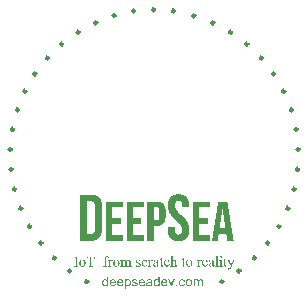
<source format=gto>
G04*
G04 #@! TF.GenerationSoftware,Altium Limited,Altium Designer,21.7.2 (23)*
G04*
G04 Layer_Color=65535*
%FSLAX25Y25*%
%MOIN*%
G70*
G04*
G04 #@! TF.SameCoordinates,2F9D9F62-0F19-4060-BA45-97F595866B8D*
G04*
G04*
G04 #@! TF.FilePolarity,Positive*
G04*
G01*
G75*
%ADD10C,0.01000*%
G36*
X291362Y353187D02*
X291524D01*
Y353181D01*
X291680D01*
Y353174D01*
X291731D01*
Y353168D01*
X291816D01*
Y353161D01*
X291880D01*
Y353155D01*
X291919D01*
Y353148D01*
X291991D01*
Y353142D01*
X292023D01*
Y353135D01*
X292081D01*
Y353129D01*
X292107D01*
Y353122D01*
X292146D01*
Y353116D01*
X292192D01*
Y353110D01*
X292217D01*
Y353103D01*
X292263D01*
Y353097D01*
X292289D01*
Y353090D01*
X292321D01*
Y353084D01*
X292347D01*
Y353077D01*
X292373D01*
Y353071D01*
X292412D01*
Y353064D01*
X292431D01*
Y353058D01*
X292464D01*
Y353051D01*
X292483D01*
Y353045D01*
X292509D01*
Y353038D01*
X292535D01*
Y353032D01*
X292554D01*
Y353025D01*
X292580D01*
Y353019D01*
X292600D01*
Y353012D01*
X292626D01*
Y353006D01*
X292645D01*
Y352999D01*
X292665D01*
Y352993D01*
X292690D01*
Y352986D01*
X292703D01*
Y352980D01*
X292729D01*
Y352973D01*
X292749D01*
Y352967D01*
X292768D01*
Y352960D01*
X292788D01*
Y352954D01*
X292801D01*
Y352947D01*
X292827D01*
Y352941D01*
X292833D01*
Y352935D01*
X292859D01*
Y352928D01*
X292872D01*
Y352922D01*
X292885D01*
Y352915D01*
X292911D01*
Y352909D01*
X292917D01*
Y352902D01*
X292943D01*
Y352896D01*
X292956D01*
Y352889D01*
X292969D01*
Y352883D01*
X292988D01*
Y352876D01*
X292995D01*
Y352870D01*
X293015D01*
Y352863D01*
X293027D01*
Y352857D01*
X293047D01*
Y352850D01*
X293060D01*
Y352844D01*
X293073D01*
Y352837D01*
X293086D01*
Y352831D01*
X293099D01*
Y352824D01*
X293118D01*
Y352818D01*
X293125D01*
Y352811D01*
X293138D01*
Y352805D01*
X293157D01*
Y352799D01*
X293163D01*
Y352792D01*
X293183D01*
Y352785D01*
X293189D01*
Y352779D01*
X293202D01*
Y352772D01*
X293215D01*
Y352766D01*
X293228D01*
Y352760D01*
X293241D01*
Y352753D01*
X293248D01*
Y352747D01*
X293267D01*
Y352740D01*
X293274D01*
Y352734D01*
X293287D01*
Y352727D01*
X293300D01*
Y352721D01*
X293306D01*
Y352714D01*
X293325D01*
Y352708D01*
X293332D01*
Y352701D01*
X293345D01*
Y352695D01*
X293351D01*
Y352688D01*
X293364D01*
Y352682D01*
X293377D01*
Y352675D01*
X293384D01*
Y352669D01*
X293397D01*
Y352662D01*
X293410D01*
Y352656D01*
X293416D01*
Y352649D01*
X293429D01*
Y352643D01*
X293436D01*
Y352637D01*
X293449D01*
Y352630D01*
X293455D01*
Y352624D01*
X293468D01*
Y352617D01*
X293475D01*
Y352610D01*
X293481D01*
Y352604D01*
X293494D01*
Y352598D01*
X293500D01*
Y352591D01*
X293513D01*
Y352585D01*
X293520D01*
Y352578D01*
X293533D01*
Y352572D01*
X293539D01*
Y352565D01*
X293552D01*
Y352559D01*
X293559D01*
Y352552D01*
X293565D01*
Y352546D01*
X293578D01*
Y352539D01*
X293585D01*
Y352533D01*
X293591D01*
Y352526D01*
X293604D01*
Y352520D01*
X293611D01*
Y352513D01*
X293617D01*
Y352507D01*
X293630D01*
Y352500D01*
X293636D01*
Y352494D01*
X293643D01*
Y352487D01*
X293650D01*
Y352481D01*
X293662D01*
Y352474D01*
X293669D01*
Y352468D01*
X293675D01*
Y352462D01*
X293682D01*
Y352455D01*
X293695D01*
Y352449D01*
X293701D01*
Y352442D01*
X293708D01*
Y352436D01*
X293714D01*
Y352429D01*
X293721D01*
Y352423D01*
X293727D01*
Y352416D01*
X293740D01*
Y352410D01*
X293747D01*
Y352403D01*
X293753D01*
Y352397D01*
X293760D01*
Y352390D01*
X293766D01*
Y352384D01*
X293773D01*
Y352377D01*
X293779D01*
Y352371D01*
X293786D01*
Y352364D01*
X293792D01*
Y352358D01*
X293805D01*
Y352351D01*
X293811D01*
Y352345D01*
X293818D01*
Y352338D01*
X293824D01*
Y352332D01*
X293831D01*
Y352325D01*
X293837D01*
Y352319D01*
X293844D01*
Y352312D01*
X293850D01*
Y352306D01*
X293857D01*
Y352299D01*
X293863D01*
Y352293D01*
X293870D01*
Y352287D01*
X293876D01*
Y352280D01*
X293883D01*
Y352274D01*
X293889D01*
Y352267D01*
X293896D01*
Y352261D01*
X293902D01*
Y352254D01*
X293909D01*
Y352248D01*
X293915D01*
Y352241D01*
X293922D01*
Y352235D01*
X293928D01*
Y352228D01*
X293935D01*
Y352222D01*
X293941D01*
Y352209D01*
X293948D01*
Y352202D01*
X293954D01*
Y352196D01*
X293960D01*
Y352189D01*
X293967D01*
Y352183D01*
X293973D01*
Y352176D01*
X293980D01*
Y352170D01*
X293986D01*
Y352163D01*
X293993D01*
Y352157D01*
X293999D01*
Y352144D01*
X294006D01*
Y352137D01*
X294012D01*
Y352131D01*
X294019D01*
Y352125D01*
X294025D01*
Y352118D01*
X294032D01*
Y352112D01*
X294038D01*
Y352099D01*
X294045D01*
Y352092D01*
X294051D01*
Y352086D01*
X294058D01*
Y352079D01*
X294064D01*
Y352066D01*
X294071D01*
Y352060D01*
X294077D01*
Y352053D01*
X294084D01*
Y352047D01*
X294090D01*
Y352040D01*
X294097D01*
Y352027D01*
X294103D01*
Y352021D01*
X294110D01*
Y352008D01*
X294116D01*
Y352001D01*
X294123D01*
Y351995D01*
X294129D01*
Y351982D01*
X294135D01*
Y351975D01*
X294142D01*
Y351969D01*
X294148D01*
Y351962D01*
X294155D01*
Y351950D01*
X294161D01*
Y351943D01*
X294168D01*
Y351930D01*
X294174D01*
Y351924D01*
X294181D01*
Y351917D01*
X294187D01*
Y351904D01*
X294194D01*
Y351891D01*
X294200D01*
Y351885D01*
X294207D01*
Y351872D01*
X294213D01*
Y351865D01*
X294220D01*
Y351852D01*
X294226D01*
Y351846D01*
X294233D01*
Y351833D01*
X294239D01*
Y351827D01*
X294246D01*
Y351814D01*
X294252D01*
Y351801D01*
X294259D01*
Y351794D01*
X294265D01*
Y351781D01*
X294271D01*
Y351775D01*
X294278D01*
Y351762D01*
X294285D01*
Y351755D01*
X294291D01*
Y351742D01*
X294298D01*
Y351729D01*
X294304D01*
Y351723D01*
X294310D01*
Y351710D01*
X294317D01*
Y351697D01*
X294323D01*
Y351684D01*
X294330D01*
Y351671D01*
X294336D01*
Y351664D01*
X294343D01*
Y351652D01*
X294349D01*
Y351639D01*
X294356D01*
Y351626D01*
X294362D01*
Y351613D01*
X294369D01*
Y351606D01*
X294375D01*
Y351587D01*
X294382D01*
Y351580D01*
X294388D01*
Y351561D01*
X294395D01*
Y351554D01*
X294401D01*
Y351541D01*
X294408D01*
Y351522D01*
X294414D01*
Y351515D01*
X294421D01*
Y351496D01*
X294427D01*
Y351489D01*
X294434D01*
Y351470D01*
X294440D01*
Y351457D01*
X294446D01*
Y351444D01*
X294453D01*
Y351425D01*
X294460D01*
Y351418D01*
X294466D01*
Y351399D01*
X294472D01*
Y351386D01*
X294479D01*
Y351373D01*
X294485D01*
Y351353D01*
X294492D01*
Y351341D01*
X294498D01*
Y351321D01*
X294505D01*
Y351308D01*
X294511D01*
Y351289D01*
X294518D01*
Y351269D01*
X294524D01*
Y351263D01*
X294531D01*
Y351237D01*
X294537D01*
Y351224D01*
X294544D01*
Y351204D01*
X294550D01*
Y351191D01*
X294557D01*
Y351172D01*
X294563D01*
Y351153D01*
X294570D01*
Y351133D01*
X294576D01*
Y351114D01*
X294583D01*
Y351094D01*
X294589D01*
Y351075D01*
X294596D01*
Y351055D01*
X294602D01*
Y351042D01*
X294608D01*
Y351016D01*
X294615D01*
Y350997D01*
X294621D01*
Y350971D01*
X294628D01*
Y350952D01*
X294634D01*
Y350932D01*
X294641D01*
Y350900D01*
X294647D01*
Y350887D01*
X294654D01*
Y350854D01*
X294660D01*
Y350835D01*
X294667D01*
Y350809D01*
X294673D01*
Y350777D01*
X294680D01*
Y350757D01*
X294686D01*
Y350725D01*
X294693D01*
Y350706D01*
X294699D01*
Y350673D01*
X294706D01*
Y350641D01*
X294712D01*
Y350615D01*
X294719D01*
Y350576D01*
X294725D01*
Y350550D01*
X294732D01*
Y350505D01*
X294738D01*
Y350479D01*
X294745D01*
Y350440D01*
X294751D01*
Y350394D01*
X294758D01*
Y350362D01*
X294764D01*
Y350310D01*
X294771D01*
Y350278D01*
X294777D01*
Y350213D01*
X294783D01*
Y350161D01*
X294790D01*
Y350116D01*
X294796D01*
Y350031D01*
X294803D01*
Y349980D01*
X294809D01*
Y349876D01*
X294816D01*
Y349772D01*
X294822D01*
Y349636D01*
X294829D01*
Y342547D01*
Y342541D01*
Y341433D01*
X294822D01*
Y341303D01*
X294816D01*
Y341199D01*
X294809D01*
Y341102D01*
X294803D01*
Y341044D01*
X294796D01*
Y340960D01*
X294790D01*
Y340914D01*
X294783D01*
Y340862D01*
X294777D01*
Y340798D01*
X294771D01*
Y340765D01*
X294764D01*
Y340714D01*
X294758D01*
Y340681D01*
X294751D01*
Y340636D01*
X294745D01*
Y340597D01*
X294738D01*
Y340571D01*
X294732D01*
Y340526D01*
X294725D01*
Y340500D01*
X294719D01*
Y340461D01*
X294712D01*
Y340435D01*
X294706D01*
Y340402D01*
X294699D01*
Y340370D01*
X294693D01*
Y340351D01*
X294686D01*
Y340318D01*
X294680D01*
Y340299D01*
X294673D01*
Y340266D01*
X294667D01*
Y340240D01*
X294660D01*
Y340221D01*
X294654D01*
Y340189D01*
X294647D01*
Y340176D01*
X294641D01*
Y340143D01*
X294634D01*
Y340124D01*
X294628D01*
Y340104D01*
X294621D01*
Y340078D01*
X294615D01*
Y340059D01*
X294608D01*
Y340033D01*
X294602D01*
Y340020D01*
X294596D01*
Y340001D01*
X294589D01*
Y339981D01*
X294583D01*
Y339962D01*
X294576D01*
Y339942D01*
X294570D01*
Y339923D01*
X294563D01*
Y339903D01*
X294557D01*
Y339884D01*
X294550D01*
Y339871D01*
X294544D01*
Y339852D01*
X294537D01*
Y339839D01*
X294531D01*
Y339813D01*
X294524D01*
Y339806D01*
X294518D01*
Y339787D01*
X294511D01*
Y339767D01*
X294505D01*
Y339754D01*
X294498D01*
Y339735D01*
X294492D01*
Y339722D01*
X294485D01*
Y339703D01*
X294479D01*
Y339690D01*
X294472D01*
Y339677D01*
X294466D01*
Y339657D01*
X294460D01*
Y339651D01*
X294453D01*
Y339631D01*
X294446D01*
Y339618D01*
X294440D01*
Y339605D01*
X294434D01*
Y339593D01*
X294427D01*
Y339580D01*
X294421D01*
Y339560D01*
X294414D01*
Y339554D01*
X294408D01*
Y339534D01*
X294401D01*
Y339521D01*
X294395D01*
Y339515D01*
X294388D01*
Y339495D01*
X294382D01*
Y339489D01*
X294375D01*
Y339469D01*
X294369D01*
Y339463D01*
X294362D01*
Y339450D01*
X294356D01*
Y339437D01*
X294349D01*
Y339424D01*
X294343D01*
Y339411D01*
X294336D01*
Y339405D01*
X294330D01*
Y339385D01*
X294323D01*
Y339379D01*
X294317D01*
Y339366D01*
X294310D01*
Y339353D01*
X294304D01*
Y339346D01*
X294298D01*
Y339333D01*
X294291D01*
Y339327D01*
X294285D01*
Y339314D01*
X294278D01*
Y339301D01*
X294271D01*
Y339294D01*
X294265D01*
Y339281D01*
X294259D01*
Y339268D01*
X294252D01*
Y339255D01*
X294246D01*
Y339249D01*
X294239D01*
Y339243D01*
X294233D01*
Y339230D01*
X294226D01*
Y339223D01*
X294220D01*
Y339210D01*
X294213D01*
Y339204D01*
X294207D01*
Y339191D01*
X294200D01*
Y339178D01*
X294194D01*
Y339171D01*
X294187D01*
Y339158D01*
X294181D01*
Y339152D01*
X294174D01*
Y339145D01*
X294168D01*
Y339132D01*
X294161D01*
Y339126D01*
X294155D01*
Y339113D01*
X294148D01*
Y339106D01*
X294142D01*
Y339100D01*
X294135D01*
Y339093D01*
X294129D01*
Y339081D01*
X294123D01*
Y339074D01*
X294116D01*
Y339061D01*
X294110D01*
Y339055D01*
X294103D01*
Y339048D01*
X294097D01*
Y339035D01*
X294090D01*
Y339029D01*
X294084D01*
Y339022D01*
X294077D01*
Y339016D01*
X294071D01*
Y339009D01*
X294064D01*
Y338996D01*
X294058D01*
Y338990D01*
X294051D01*
Y338983D01*
X294045D01*
Y338970D01*
X294038D01*
Y338964D01*
X294032D01*
Y338957D01*
X294025D01*
Y338951D01*
X294019D01*
Y338945D01*
X294012D01*
Y338938D01*
X294006D01*
Y338931D01*
X293999D01*
Y338918D01*
X293993D01*
Y338912D01*
X293986D01*
Y338906D01*
X293980D01*
Y338899D01*
X293973D01*
Y338893D01*
X293967D01*
Y338886D01*
X293960D01*
Y338880D01*
X293954D01*
Y338867D01*
X293948D01*
Y338860D01*
X293941D01*
Y338854D01*
X293935D01*
Y338847D01*
X293928D01*
Y338841D01*
X293922D01*
Y338834D01*
X293915D01*
Y338828D01*
X293909D01*
Y338821D01*
X293902D01*
Y338815D01*
X293896D01*
Y338808D01*
X293889D01*
Y338802D01*
X293883D01*
Y338795D01*
X293876D01*
Y338789D01*
X293870D01*
Y338783D01*
X293863D01*
Y338776D01*
X293857D01*
Y338770D01*
X293850D01*
Y338763D01*
X293844D01*
Y338757D01*
X293837D01*
Y338750D01*
X293831D01*
Y338744D01*
X293824D01*
Y338737D01*
X293818D01*
Y338731D01*
X293811D01*
Y338724D01*
X293805D01*
Y338718D01*
X293798D01*
Y338711D01*
X293786D01*
Y338705D01*
X293779D01*
Y338698D01*
X293773D01*
Y338692D01*
X293766D01*
Y338685D01*
X293760D01*
Y338679D01*
X293753D01*
Y338672D01*
X293747D01*
Y338666D01*
X293740D01*
Y338659D01*
X293727D01*
Y338653D01*
X293721D01*
Y338646D01*
X293714D01*
Y338640D01*
X293708D01*
Y338633D01*
X293701D01*
Y338627D01*
X293695D01*
Y338620D01*
X293682D01*
Y338614D01*
X293675D01*
Y338608D01*
X293669D01*
Y338601D01*
X293662D01*
Y338595D01*
X293650D01*
Y338588D01*
X293643D01*
Y338582D01*
X293636D01*
Y338575D01*
X293630D01*
Y338569D01*
X293617D01*
Y338562D01*
X293611D01*
Y338556D01*
X293604D01*
Y338549D01*
X293591D01*
Y338543D01*
X293585D01*
Y338536D01*
X293578D01*
Y338530D01*
X293565D01*
Y338523D01*
X293559D01*
Y338517D01*
X293552D01*
Y338510D01*
X293539D01*
Y338504D01*
X293533D01*
Y338497D01*
X293526D01*
Y338491D01*
X293513D01*
Y338484D01*
X293507D01*
Y338478D01*
X293494D01*
Y338471D01*
X293488D01*
Y338465D01*
X293475D01*
Y338458D01*
X293462D01*
Y338452D01*
X293455D01*
Y338445D01*
X293449D01*
Y338439D01*
X293436D01*
Y338433D01*
X293429D01*
Y338426D01*
X293416D01*
Y338420D01*
X293410D01*
Y338413D01*
X293397D01*
Y338407D01*
X293384D01*
Y338400D01*
X293377D01*
Y338394D01*
X293364D01*
Y338387D01*
X293358D01*
Y338381D01*
X293338D01*
Y338374D01*
X293332D01*
Y338368D01*
X293319D01*
Y338361D01*
X293313D01*
Y338355D01*
X293300D01*
Y338348D01*
X293287D01*
Y338342D01*
X293274D01*
Y338335D01*
X293261D01*
Y338329D01*
X293254D01*
Y338322D01*
X293241D01*
Y338316D01*
X293228D01*
Y338309D01*
X293215D01*
Y338303D01*
X293202D01*
Y338297D01*
X293189D01*
Y338290D01*
X293177D01*
Y338283D01*
X293163D01*
Y338277D01*
X293157D01*
Y338271D01*
X293138D01*
Y338264D01*
X293131D01*
Y338258D01*
X293112D01*
Y338251D01*
X293099D01*
Y338245D01*
X293086D01*
Y338238D01*
X293073D01*
Y338232D01*
X293060D01*
Y338225D01*
X293040D01*
Y338219D01*
X293034D01*
Y338212D01*
X293015D01*
Y338206D01*
X293002D01*
Y338199D01*
X292988D01*
Y338193D01*
X292969D01*
Y338186D01*
X292956D01*
Y338180D01*
X292937D01*
Y338173D01*
X292924D01*
Y338167D01*
X292911D01*
Y338160D01*
X292885D01*
Y338154D01*
X292878D01*
Y338147D01*
X292852D01*
Y338141D01*
X292840D01*
Y338135D01*
X292820D01*
Y338128D01*
X292801D01*
Y338122D01*
X292788D01*
Y338115D01*
X292762D01*
Y338109D01*
X292749D01*
Y338102D01*
X292729D01*
Y338096D01*
X292710D01*
Y338089D01*
X292690D01*
Y338083D01*
X292665D01*
Y338076D01*
X292652D01*
Y338070D01*
X292626D01*
Y338063D01*
X292606D01*
Y338057D01*
X292580D01*
Y338050D01*
X292554D01*
Y338044D01*
X292541D01*
Y338037D01*
X292509D01*
Y338031D01*
X292490D01*
Y338024D01*
X292457D01*
Y338018D01*
X292431D01*
Y338011D01*
X292405D01*
Y338005D01*
X292373D01*
Y337998D01*
X292354D01*
Y337992D01*
X292315D01*
Y337985D01*
X292295D01*
Y337979D01*
X292263D01*
Y337972D01*
X292217D01*
Y337966D01*
X292198D01*
Y337960D01*
X292146D01*
Y337953D01*
X292120D01*
Y337947D01*
X292075D01*
Y337940D01*
X292030D01*
Y337934D01*
X291991D01*
Y337927D01*
X291926D01*
Y337921D01*
X291893D01*
Y337914D01*
X291803D01*
Y337908D01*
X291751D01*
Y337901D01*
X291673D01*
Y337895D01*
X291544D01*
Y337888D01*
X291453D01*
Y337882D01*
X287442D01*
Y337888D01*
X287435D01*
Y353181D01*
X287442D01*
Y353194D01*
X291362D01*
Y353187D01*
D02*
G37*
G36*
X296235Y349915D02*
Y350932D01*
X296241D01*
Y350939D01*
X301827D01*
Y349098D01*
X301834D01*
Y349085D01*
X301827D01*
Y349079D01*
X298302D01*
Y349073D01*
X298289D01*
Y349066D01*
X298283D01*
Y345444D01*
X298289D01*
Y345437D01*
X301095D01*
Y345431D01*
X301101D01*
Y343590D01*
X301108D01*
Y343584D01*
X301101D01*
Y343578D01*
X301095D01*
Y343571D01*
X298289D01*
Y343565D01*
X298283D01*
Y339754D01*
X298289D01*
Y339748D01*
X301821D01*
Y339741D01*
X301827D01*
Y339735D01*
X301834D01*
Y339728D01*
X301827D01*
Y337901D01*
X301834D01*
Y337888D01*
X301827D01*
Y337882D01*
X296241D01*
Y337888D01*
X296235D01*
Y349908D01*
Y349915D01*
D02*
G37*
G36*
X306467Y345437D02*
X307963D01*
Y345431D01*
X307970D01*
Y343578D01*
X307963D01*
Y343571D01*
X305158D01*
Y343565D01*
X305151D01*
Y339748D01*
X308689D01*
Y339741D01*
X308696D01*
Y337882D01*
X303104D01*
Y350939D01*
X308696D01*
Y349079D01*
X305164D01*
Y349073D01*
X305151D01*
Y345444D01*
X305158D01*
Y345437D01*
X306460D01*
X306467D01*
D02*
G37*
G36*
X313173Y350932D02*
X313264D01*
Y350926D01*
X313400D01*
Y350919D01*
X313445D01*
Y350913D01*
X313536D01*
Y350906D01*
X313575D01*
Y350900D01*
X313620D01*
Y350893D01*
X313679D01*
Y350887D01*
X313711D01*
Y350880D01*
X313763D01*
Y350874D01*
X313795D01*
Y350867D01*
X313828D01*
Y350861D01*
X313867D01*
Y350854D01*
X313893D01*
Y350848D01*
X313931D01*
Y350841D01*
X313951D01*
Y350835D01*
X313983D01*
Y350829D01*
X314009D01*
Y350822D01*
X314035D01*
Y350816D01*
X314068D01*
Y350809D01*
X314081D01*
Y350803D01*
X314113D01*
Y350796D01*
X314126D01*
Y350790D01*
X314152D01*
Y350783D01*
X314178D01*
Y350777D01*
X314191D01*
Y350770D01*
X314223D01*
Y350764D01*
X314236D01*
Y350757D01*
X314262D01*
Y350751D01*
X314275D01*
Y350744D01*
X314294D01*
Y350738D01*
X314314D01*
Y350731D01*
X314327D01*
Y350725D01*
X314353D01*
Y350718D01*
X314366D01*
Y350712D01*
X314385D01*
Y350706D01*
X314398D01*
Y350699D01*
X314418D01*
Y350693D01*
X314437D01*
Y350686D01*
X314450D01*
Y350679D01*
X314469D01*
Y350673D01*
X314482D01*
Y350667D01*
X314495D01*
Y350660D01*
X314515D01*
Y350654D01*
X314521D01*
Y350647D01*
X314541D01*
Y350641D01*
X314554D01*
Y350634D01*
X314566D01*
Y350628D01*
X314580D01*
Y350621D01*
X314593D01*
Y350615D01*
X314612D01*
Y350608D01*
X314618D01*
Y350602D01*
X314638D01*
Y350595D01*
X314644D01*
Y350589D01*
X314657D01*
Y350582D01*
X314670D01*
Y350576D01*
X314683D01*
Y350569D01*
X314696D01*
Y350563D01*
X314709D01*
Y350556D01*
X314716D01*
Y350550D01*
X314728D01*
Y350543D01*
X314741D01*
Y350537D01*
X314755D01*
Y350531D01*
X314761D01*
Y350524D01*
X314774D01*
Y350518D01*
X314787D01*
Y350511D01*
X314793D01*
Y350505D01*
X314806D01*
Y350498D01*
X314813D01*
Y350492D01*
X314832D01*
Y350485D01*
X314839D01*
Y350479D01*
X314852D01*
Y350472D01*
X314858D01*
Y350466D01*
X314865D01*
Y350459D01*
X314878D01*
Y350453D01*
X314891D01*
Y350446D01*
X314897D01*
Y350440D01*
X314910D01*
Y350433D01*
X314916D01*
Y350427D01*
X314929D01*
Y350420D01*
X314936D01*
Y350414D01*
X314942D01*
Y350407D01*
X314955D01*
Y350401D01*
X314962D01*
Y350394D01*
X314975D01*
Y350388D01*
X314981D01*
Y350381D01*
X314988D01*
Y350375D01*
X314994D01*
Y350368D01*
X315007D01*
Y350362D01*
X315014D01*
Y350356D01*
X315020D01*
Y350349D01*
X315033D01*
Y350343D01*
X315040D01*
Y350336D01*
X315046D01*
Y350330D01*
X315053D01*
Y350323D01*
X315066D01*
Y350317D01*
X315072D01*
Y350310D01*
X315078D01*
Y350304D01*
X315085D01*
Y350297D01*
X315091D01*
Y350291D01*
X315104D01*
Y350284D01*
X315111D01*
Y350278D01*
X315117D01*
Y350271D01*
X315124D01*
Y350265D01*
X315130D01*
Y350258D01*
X315137D01*
Y350252D01*
X315143D01*
Y350245D01*
X315156D01*
Y350239D01*
X315163D01*
Y350232D01*
X315169D01*
Y350226D01*
X315176D01*
Y350219D01*
X315182D01*
Y350213D01*
X315189D01*
Y350206D01*
X315195D01*
Y350200D01*
X315202D01*
Y350194D01*
X315208D01*
Y350187D01*
X315214D01*
Y350181D01*
X315221D01*
Y350174D01*
X315228D01*
Y350168D01*
X315234D01*
Y350161D01*
X315241D01*
Y350155D01*
X315247D01*
Y350148D01*
X315253D01*
Y350142D01*
X315260D01*
Y350135D01*
X315266D01*
Y350129D01*
X315273D01*
Y350122D01*
X315279D01*
Y350116D01*
X315286D01*
Y350109D01*
X315292D01*
Y350103D01*
X315299D01*
Y350096D01*
X315305D01*
Y350090D01*
X315312D01*
Y350083D01*
X315318D01*
Y350070D01*
X315325D01*
Y350064D01*
X315331D01*
Y350058D01*
X315338D01*
Y350051D01*
X315344D01*
Y350044D01*
X315351D01*
Y350038D01*
X315357D01*
Y350025D01*
X315364D01*
Y350019D01*
X315370D01*
Y350012D01*
X315376D01*
Y350006D01*
X315383D01*
Y349999D01*
X315389D01*
Y349993D01*
X315396D01*
Y349980D01*
X315402D01*
Y349973D01*
X315409D01*
Y349967D01*
X315415D01*
Y349954D01*
X315422D01*
Y349947D01*
X315428D01*
Y349941D01*
X315435D01*
Y349934D01*
X315441D01*
Y349921D01*
X315448D01*
Y349915D01*
X315454D01*
Y349908D01*
X315461D01*
Y349896D01*
X315467D01*
Y349889D01*
X315474D01*
Y349883D01*
X315480D01*
Y349869D01*
X315487D01*
Y349863D01*
X315493D01*
Y349850D01*
X315500D01*
Y349844D01*
X315506D01*
Y349831D01*
X315513D01*
Y349824D01*
X315519D01*
Y349818D01*
X315526D01*
Y349805D01*
X315532D01*
Y349792D01*
X315539D01*
Y349785D01*
X315545D01*
Y349772D01*
X315551D01*
Y349766D01*
X315558D01*
Y349753D01*
X315564D01*
Y349746D01*
X315571D01*
Y349733D01*
X315577D01*
Y349721D01*
X315584D01*
Y349714D01*
X315590D01*
Y349701D01*
X315597D01*
Y349688D01*
X315603D01*
Y349675D01*
X315610D01*
Y349669D01*
X315616D01*
Y349656D01*
X315623D01*
Y349643D01*
X315629D01*
Y349636D01*
X315636D01*
Y349617D01*
X315642D01*
Y349610D01*
X315649D01*
Y349597D01*
X315655D01*
Y349584D01*
X315662D01*
Y349571D01*
X315668D01*
Y349558D01*
X315675D01*
Y349552D01*
X315681D01*
Y349533D01*
X315688D01*
Y349526D01*
X315694D01*
Y349507D01*
X315701D01*
Y349494D01*
X315707D01*
Y349481D01*
X315714D01*
Y349461D01*
X315720D01*
Y349455D01*
X315726D01*
Y349435D01*
X315733D01*
Y349422D01*
X315739D01*
Y349410D01*
X315746D01*
Y349396D01*
X315752D01*
Y349384D01*
X315759D01*
Y349364D01*
X315765D01*
Y349351D01*
X315772D01*
Y349332D01*
X315778D01*
Y349319D01*
X315785D01*
Y349299D01*
X315791D01*
Y349280D01*
X315798D01*
Y349267D01*
X315804D01*
Y349248D01*
X315811D01*
Y349235D01*
X315817D01*
Y349215D01*
X315824D01*
Y349196D01*
X315830D01*
Y349183D01*
X315837D01*
Y349157D01*
X315843D01*
Y349144D01*
X315850D01*
Y349118D01*
X315856D01*
Y349098D01*
X315862D01*
Y349085D01*
X315869D01*
Y349053D01*
X315876D01*
Y349040D01*
X315882D01*
Y349008D01*
X315888D01*
Y348988D01*
X315895D01*
Y348969D01*
X315901D01*
Y348943D01*
X315908D01*
Y348923D01*
X315914D01*
Y348885D01*
X315921D01*
Y348865D01*
X315927D01*
Y348833D01*
X315934D01*
Y348813D01*
X315940D01*
Y348787D01*
X315947D01*
Y348748D01*
X315953D01*
Y348723D01*
X315960D01*
Y348684D01*
X315966D01*
Y348658D01*
X315973D01*
Y348619D01*
X315979D01*
Y348574D01*
X315986D01*
Y348548D01*
X315992D01*
Y348489D01*
X315999D01*
Y348457D01*
X316005D01*
Y348392D01*
X316012D01*
Y348347D01*
X316018D01*
Y348301D01*
X316024D01*
Y348204D01*
X316031D01*
Y348152D01*
X316038D01*
Y348010D01*
X316044D01*
Y347893D01*
X316050D01*
Y345833D01*
X316044D01*
Y345716D01*
X316038D01*
Y345573D01*
X316031D01*
Y345521D01*
X316024D01*
Y345431D01*
X316018D01*
Y345386D01*
X316012D01*
Y345334D01*
X316005D01*
Y345269D01*
X315999D01*
Y345236D01*
X315992D01*
Y345185D01*
X315986D01*
Y345152D01*
X315979D01*
Y345107D01*
X315973D01*
Y345074D01*
X315966D01*
Y345048D01*
X315960D01*
Y345003D01*
X315953D01*
Y344984D01*
X315947D01*
Y344938D01*
X315940D01*
Y344919D01*
X315934D01*
Y344893D01*
X315927D01*
Y344861D01*
X315921D01*
Y344841D01*
X315914D01*
Y344802D01*
X315908D01*
Y344783D01*
X315901D01*
Y344757D01*
X315895D01*
Y344738D01*
X315888D01*
Y344718D01*
X315882D01*
Y344692D01*
X315876D01*
Y344673D01*
X315869D01*
Y344647D01*
X315862D01*
Y344627D01*
X315856D01*
Y344608D01*
X315850D01*
Y344588D01*
X315843D01*
Y344576D01*
X315837D01*
Y344550D01*
X315830D01*
Y344537D01*
X315824D01*
Y344511D01*
X315817D01*
Y344491D01*
X315811D01*
Y344478D01*
X315804D01*
Y344459D01*
X315798D01*
Y344446D01*
X315791D01*
Y344426D01*
X315785D01*
Y344413D01*
X315778D01*
Y344394D01*
X315772D01*
Y344375D01*
X315765D01*
Y344368D01*
X315759D01*
Y344342D01*
X315752D01*
Y344336D01*
X315746D01*
Y344316D01*
X315739D01*
Y344303D01*
X315733D01*
Y344290D01*
X315726D01*
Y344271D01*
X315720D01*
Y344264D01*
X315714D01*
Y344245D01*
X315707D01*
Y344232D01*
X315701D01*
Y344219D01*
X315694D01*
Y344206D01*
X315688D01*
Y344193D01*
X315681D01*
Y344180D01*
X315675D01*
Y344167D01*
X315668D01*
Y344154D01*
X315662D01*
Y344141D01*
X315655D01*
Y344135D01*
X315649D01*
Y344115D01*
X315642D01*
Y344109D01*
X315636D01*
Y344090D01*
X315629D01*
Y344083D01*
X315623D01*
Y344070D01*
X315616D01*
Y344057D01*
X315610D01*
Y344051D01*
X315603D01*
Y344038D01*
X315597D01*
Y344031D01*
X315590D01*
Y344018D01*
X315584D01*
Y344005D01*
X315577D01*
Y343999D01*
X315571D01*
Y343979D01*
X315564D01*
Y343973D01*
X315558D01*
Y343960D01*
X315551D01*
Y343953D01*
X315545D01*
Y343940D01*
X315539D01*
Y343934D01*
X315532D01*
Y343928D01*
X315526D01*
Y343915D01*
X315519D01*
Y343908D01*
X315513D01*
Y343895D01*
X315506D01*
Y343882D01*
X315500D01*
Y343876D01*
X315493D01*
Y343863D01*
X315487D01*
Y343856D01*
X315480D01*
Y343843D01*
X315474D01*
Y343837D01*
X315467D01*
Y343830D01*
X315461D01*
Y343824D01*
X315454D01*
Y343817D01*
X315448D01*
Y343804D01*
X315441D01*
Y343798D01*
X315435D01*
Y343785D01*
X315428D01*
Y343778D01*
X315422D01*
Y343772D01*
X315415D01*
Y343759D01*
X315409D01*
Y343753D01*
X315402D01*
Y343746D01*
X315396D01*
Y343740D01*
X315389D01*
Y343733D01*
X315383D01*
Y343720D01*
X315376D01*
Y343714D01*
X315370D01*
Y343707D01*
X315364D01*
Y343701D01*
X315357D01*
Y343694D01*
X315351D01*
Y343681D01*
X315344D01*
Y343675D01*
X315338D01*
Y343668D01*
X315331D01*
Y343662D01*
X315325D01*
Y343655D01*
X315318D01*
Y343649D01*
X315312D01*
Y343642D01*
X315305D01*
Y343636D01*
X315299D01*
Y343623D01*
X315292D01*
Y343617D01*
X315286D01*
Y343610D01*
X315279D01*
Y343603D01*
X315273D01*
Y343597D01*
X315266D01*
Y343590D01*
X315260D01*
Y343584D01*
X315253D01*
Y343578D01*
X315247D01*
Y343571D01*
X315241D01*
Y343565D01*
X315234D01*
Y343558D01*
X315228D01*
Y343552D01*
X315221D01*
Y343545D01*
X315214D01*
Y343539D01*
X315208D01*
Y343532D01*
X315202D01*
Y343526D01*
X315195D01*
Y343519D01*
X315189D01*
Y343513D01*
X315182D01*
Y343506D01*
X315176D01*
Y343500D01*
X315163D01*
Y343493D01*
X315156D01*
Y343487D01*
X315150D01*
Y343480D01*
X315143D01*
Y343474D01*
X315137D01*
Y343467D01*
X315130D01*
Y343461D01*
X315124D01*
Y343455D01*
X315117D01*
Y343448D01*
X315104D01*
Y343435D01*
X315091D01*
Y343428D01*
X315085D01*
Y343422D01*
X315078D01*
Y343416D01*
X315072D01*
Y343409D01*
X315066D01*
Y343403D01*
X315053D01*
Y343396D01*
X315046D01*
Y343390D01*
X315033D01*
Y343383D01*
X315027D01*
Y343377D01*
X315020D01*
Y343370D01*
X315014D01*
Y343364D01*
X315007D01*
Y343357D01*
X314994D01*
Y343351D01*
X314988D01*
Y343344D01*
X314981D01*
Y343338D01*
X314968D01*
Y343331D01*
X314962D01*
Y343325D01*
X314949D01*
Y343318D01*
X314942D01*
Y343312D01*
X314929D01*
Y343305D01*
X314923D01*
Y343299D01*
X314916D01*
Y343292D01*
X314903D01*
Y343286D01*
X314897D01*
Y343280D01*
X314884D01*
Y343273D01*
X314878D01*
Y343267D01*
X314865D01*
Y343260D01*
X314858D01*
Y343254D01*
X314845D01*
Y343247D01*
X314832D01*
Y343241D01*
X314826D01*
Y343234D01*
X314813D01*
Y343228D01*
X314806D01*
Y343221D01*
X314793D01*
Y343215D01*
X314780D01*
Y343208D01*
X314774D01*
Y343202D01*
X314761D01*
Y343195D01*
X314748D01*
Y343189D01*
X314741D01*
Y343182D01*
X314728D01*
Y343176D01*
X314716D01*
Y343169D01*
X314703D01*
Y343163D01*
X314690D01*
Y343156D01*
X314677D01*
Y343150D01*
X314664D01*
Y343143D01*
X314657D01*
Y343137D01*
X314638D01*
Y343130D01*
X314631D01*
Y343124D01*
X314618D01*
Y343117D01*
X314605D01*
Y343111D01*
X314593D01*
Y343105D01*
X314573D01*
Y343098D01*
X314566D01*
Y343092D01*
X314547D01*
Y343085D01*
X314534D01*
Y343079D01*
X314521D01*
Y343072D01*
X314508D01*
Y343066D01*
X314495D01*
Y343059D01*
X314476D01*
Y343053D01*
X314463D01*
Y343046D01*
X314443D01*
Y343040D01*
X314430D01*
Y343033D01*
X314411D01*
Y343027D01*
X314398D01*
Y343020D01*
X314385D01*
Y343014D01*
X314359D01*
Y343007D01*
X314346D01*
Y343001D01*
X314327D01*
Y342994D01*
X314307D01*
Y342988D01*
X314294D01*
Y342981D01*
X314268D01*
Y342975D01*
X314255D01*
Y342969D01*
X314230D01*
Y342962D01*
X314217D01*
Y342955D01*
X314197D01*
Y342949D01*
X314165D01*
Y342943D01*
X314152D01*
Y342936D01*
X314119D01*
Y342930D01*
X314106D01*
Y342923D01*
X314074D01*
Y342917D01*
X314055D01*
Y342910D01*
X314035D01*
Y342904D01*
X314003D01*
Y342897D01*
X313977D01*
Y342891D01*
X313945D01*
Y342884D01*
X313919D01*
Y342878D01*
X313893D01*
Y342871D01*
X313854D01*
Y342865D01*
X313828D01*
Y342858D01*
X313776D01*
Y342852D01*
X313757D01*
Y342845D01*
X313711D01*
Y342839D01*
X313659D01*
Y342832D01*
X313627D01*
Y342826D01*
X313556D01*
Y342819D01*
X313517D01*
Y342813D01*
X313433D01*
Y342807D01*
X313374D01*
Y342800D01*
X313277D01*
Y342793D01*
X313031D01*
Y342787D01*
X312052D01*
Y342793D01*
X312039D01*
Y342787D01*
X312026D01*
Y342780D01*
X312020D01*
Y337921D01*
Y337914D01*
Y337888D01*
X312014D01*
Y337882D01*
X309972D01*
Y350939D01*
X313173D01*
Y350932D01*
D02*
G37*
G36*
X321247Y350919D02*
Y350926D01*
X321234D01*
Y350932D01*
X321228D01*
Y350939D01*
X321221D01*
Y350945D01*
X321215D01*
Y350952D01*
X321208D01*
Y350958D01*
X321196D01*
Y350965D01*
X321189D01*
Y350971D01*
X321182D01*
Y350978D01*
X321169D01*
Y350984D01*
X321163D01*
Y350991D01*
X321150D01*
Y350997D01*
X321144D01*
Y351004D01*
X321131D01*
Y351010D01*
X321124D01*
Y351016D01*
X321111D01*
Y351023D01*
X321098D01*
Y351029D01*
X321092D01*
Y351036D01*
X321079D01*
Y351042D01*
X321072D01*
Y351049D01*
X321059D01*
Y351055D01*
X321040D01*
Y351062D01*
X321034D01*
Y351068D01*
X321014D01*
Y351075D01*
X321001D01*
Y351081D01*
X320988D01*
Y351088D01*
X320975D01*
Y351094D01*
X320956D01*
Y351101D01*
X320936D01*
Y351107D01*
X320923D01*
Y351114D01*
X320897D01*
Y351120D01*
X320878D01*
Y351127D01*
X320859D01*
Y351133D01*
X320833D01*
Y351140D01*
X320813D01*
Y351146D01*
X320774D01*
Y351153D01*
X320748D01*
Y351159D01*
X320703D01*
Y351166D01*
X320664D01*
Y351172D01*
X320612D01*
Y351179D01*
X320457D01*
Y351185D01*
X320411D01*
Y351179D01*
X320256D01*
Y351172D01*
X320211D01*
Y351166D01*
X320165D01*
Y351159D01*
X320120D01*
Y351153D01*
X320100D01*
Y351146D01*
X320061D01*
Y351140D01*
X320042D01*
Y351133D01*
X320016D01*
Y351127D01*
X319990D01*
Y351120D01*
X319977D01*
Y351114D01*
X319951D01*
Y351107D01*
X319938D01*
Y351101D01*
X319912D01*
Y351094D01*
X319900D01*
Y351088D01*
X319886D01*
Y351081D01*
X319867D01*
Y351075D01*
X319861D01*
Y351068D01*
X319841D01*
Y351062D01*
X319828D01*
Y351055D01*
X319815D01*
Y351049D01*
X319802D01*
Y351042D01*
X319796D01*
Y351036D01*
X319776D01*
Y351029D01*
X319770D01*
Y351023D01*
X319757D01*
Y351016D01*
X319750D01*
Y351010D01*
X319738D01*
Y351004D01*
X319724D01*
Y350997D01*
X319718D01*
Y350991D01*
X319712D01*
Y350984D01*
X319705D01*
Y350978D01*
X319692D01*
Y350971D01*
X319686D01*
Y350965D01*
X319673D01*
Y350958D01*
X319666D01*
Y350952D01*
X319660D01*
Y350945D01*
X319653D01*
Y350939D01*
X319647D01*
Y350932D01*
X319634D01*
Y350926D01*
X319627D01*
Y350919D01*
X319621D01*
Y350913D01*
X319614D01*
Y350906D01*
X319608D01*
Y350900D01*
X319601D01*
Y350893D01*
X319595D01*
Y350887D01*
X319588D01*
Y350880D01*
X319582D01*
Y350874D01*
X319576D01*
Y350867D01*
X319569D01*
Y350861D01*
X319563D01*
Y350854D01*
X319556D01*
Y350841D01*
X319550D01*
Y350835D01*
X319543D01*
Y350829D01*
X319537D01*
Y350822D01*
X319530D01*
Y350816D01*
X319524D01*
Y350803D01*
X319517D01*
Y350796D01*
X319511D01*
Y350790D01*
X319504D01*
Y350777D01*
X319498D01*
Y350770D01*
X319491D01*
Y350757D01*
X319485D01*
Y350751D01*
X319478D01*
Y350744D01*
X319472D01*
Y350731D01*
X319465D01*
Y350725D01*
X319459D01*
Y350712D01*
X319452D01*
Y350706D01*
X319446D01*
Y350693D01*
X319439D01*
Y350679D01*
X319433D01*
Y350667D01*
X319426D01*
Y350654D01*
X319420D01*
Y350647D01*
X319413D01*
Y350628D01*
X319407D01*
Y350621D01*
X319401D01*
Y350602D01*
X319394D01*
Y350589D01*
X319388D01*
Y350576D01*
X319381D01*
Y350556D01*
X319375D01*
Y350550D01*
X319368D01*
Y350524D01*
X319362D01*
Y350511D01*
X319355D01*
Y350498D01*
X319349D01*
Y350472D01*
X319342D01*
Y350459D01*
X319336D01*
Y350433D01*
X319329D01*
Y350420D01*
X319323D01*
Y350394D01*
X319316D01*
Y350375D01*
X319310D01*
Y350356D01*
X319303D01*
Y350323D01*
X319297D01*
Y350304D01*
X319290D01*
Y350265D01*
X319284D01*
Y350239D01*
X319277D01*
Y350206D01*
X319271D01*
Y350161D01*
X319265D01*
Y350135D01*
X319258D01*
Y350070D01*
X319251D01*
Y350025D01*
X319245D01*
Y349947D01*
X319238D01*
Y349844D01*
X319232D01*
Y349513D01*
X319238D01*
Y349429D01*
X319245D01*
Y349345D01*
X319251D01*
Y349306D01*
X319258D01*
Y349235D01*
X319265D01*
Y349209D01*
X319271D01*
Y349163D01*
X319277D01*
Y349124D01*
X319284D01*
Y349098D01*
X319290D01*
Y349060D01*
X319297D01*
Y349040D01*
X319303D01*
Y349001D01*
X319310D01*
Y348975D01*
X319316D01*
Y348956D01*
X319323D01*
Y348923D01*
X319329D01*
Y348910D01*
X319336D01*
Y348872D01*
X319342D01*
Y348859D01*
X319349D01*
Y348833D01*
X319355D01*
Y348813D01*
X319362D01*
Y348794D01*
X319368D01*
Y348768D01*
X319375D01*
Y348755D01*
X319381D01*
Y348729D01*
X319388D01*
Y348716D01*
X319394D01*
Y348697D01*
X319401D01*
Y348677D01*
X319407D01*
Y348664D01*
X319413D01*
Y348638D01*
X319420D01*
Y348625D01*
X319426D01*
Y348606D01*
X319433D01*
Y348593D01*
X319439D01*
Y348580D01*
X319446D01*
Y348561D01*
X319452D01*
Y348548D01*
X319459D01*
Y348528D01*
X319465D01*
Y348515D01*
X319472D01*
Y348502D01*
X319478D01*
Y348483D01*
X319485D01*
Y348470D01*
X319491D01*
Y348450D01*
X319498D01*
Y348444D01*
X319504D01*
Y348425D01*
X319511D01*
Y348412D01*
X319517D01*
Y348399D01*
X319524D01*
Y348386D01*
X319530D01*
Y348373D01*
X319537D01*
Y348353D01*
X319543D01*
Y348347D01*
X319550D01*
Y348334D01*
X319556D01*
Y348321D01*
X319563D01*
Y348314D01*
X319569D01*
Y348295D01*
X319576D01*
Y348288D01*
X319582D01*
Y348269D01*
X319588D01*
Y348256D01*
X319595D01*
Y348250D01*
X319601D01*
Y348230D01*
X319608D01*
Y348224D01*
X319614D01*
Y348211D01*
X319621D01*
Y348198D01*
X319627D01*
Y348191D01*
X319634D01*
Y348178D01*
X319640D01*
Y348165D01*
X319647D01*
Y348152D01*
X319653D01*
Y348146D01*
X319660D01*
Y348133D01*
X319666D01*
Y348120D01*
X319673D01*
Y348113D01*
X319679D01*
Y348100D01*
X319686D01*
Y348094D01*
X319692D01*
Y348075D01*
X319699D01*
Y348068D01*
X319705D01*
Y348062D01*
X319712D01*
Y348049D01*
X319718D01*
Y348036D01*
X319724D01*
Y348023D01*
X319731D01*
Y348016D01*
X319738D01*
Y348003D01*
X319744D01*
Y347997D01*
X319750D01*
Y347990D01*
X319757D01*
Y347977D01*
X319763D01*
Y347971D01*
X319770D01*
Y347958D01*
X319776D01*
Y347952D01*
X319783D01*
Y347938D01*
X319789D01*
Y347926D01*
X319796D01*
Y347919D01*
X319802D01*
Y347906D01*
X319809D01*
Y347900D01*
X319815D01*
Y347893D01*
X319822D01*
Y347880D01*
X319828D01*
Y347874D01*
X319835D01*
Y347861D01*
X319841D01*
Y347854D01*
X319848D01*
Y347841D01*
X319854D01*
Y347835D01*
X319861D01*
Y347828D01*
X319867D01*
Y347815D01*
X319874D01*
Y347809D01*
X319880D01*
Y347796D01*
X319886D01*
Y347790D01*
X319893D01*
Y347783D01*
X319900D01*
Y347770D01*
X319906D01*
Y347764D01*
X319912D01*
Y347757D01*
X319919D01*
Y347751D01*
X319925D01*
Y347738D01*
X319932D01*
Y347731D01*
X319938D01*
Y347725D01*
X319945D01*
Y347712D01*
X319951D01*
Y347705D01*
X319958D01*
Y347699D01*
X319964D01*
Y347692D01*
X319971D01*
Y347679D01*
X319977D01*
Y347673D01*
X319984D01*
Y347666D01*
X319990D01*
Y347653D01*
X319997D01*
Y347647D01*
X320003D01*
Y347640D01*
X320010D01*
Y347634D01*
X320016D01*
Y347621D01*
X320023D01*
Y347615D01*
X320029D01*
Y347608D01*
X320036D01*
Y347602D01*
X320042D01*
Y347595D01*
X320048D01*
Y347582D01*
X320055D01*
Y347576D01*
X320061D01*
Y347569D01*
X320068D01*
Y347556D01*
X320074D01*
Y347550D01*
X320081D01*
Y347543D01*
X320087D01*
Y347537D01*
X320094D01*
Y347530D01*
X320100D01*
Y347524D01*
X320107D01*
Y347517D01*
X320113D01*
Y347504D01*
X320120D01*
Y347498D01*
X320126D01*
Y347491D01*
X320133D01*
Y347485D01*
X320139D01*
Y347479D01*
X320146D01*
Y347465D01*
X320152D01*
Y347459D01*
X320159D01*
Y347453D01*
X320165D01*
Y347446D01*
X320172D01*
Y347440D01*
X320178D01*
Y347433D01*
X320185D01*
Y347427D01*
X320191D01*
Y347414D01*
X320198D01*
Y347407D01*
X320204D01*
Y347401D01*
X320211D01*
Y347394D01*
X320217D01*
Y347388D01*
X320223D01*
Y347381D01*
X320230D01*
Y347375D01*
X320236D01*
Y347362D01*
X320243D01*
Y347355D01*
X320249D01*
Y347349D01*
X320256D01*
Y347342D01*
X320262D01*
Y347336D01*
X320269D01*
Y347329D01*
X320275D01*
Y347323D01*
X320282D01*
Y347317D01*
X320288D01*
Y347310D01*
X320295D01*
Y347304D01*
X320301D01*
Y347290D01*
X320308D01*
Y347284D01*
X320314D01*
Y347278D01*
X320321D01*
Y347271D01*
X320327D01*
Y347265D01*
X320334D01*
Y347258D01*
X320340D01*
Y347252D01*
X320347D01*
Y347245D01*
X320353D01*
Y347239D01*
X320360D01*
Y347232D01*
X320366D01*
Y347226D01*
X320373D01*
Y347219D01*
X320379D01*
Y347213D01*
X320386D01*
Y347206D01*
X320392D01*
Y347200D01*
X320398D01*
Y347193D01*
X320405D01*
Y347187D01*
X320411D01*
Y347180D01*
X320418D01*
Y347174D01*
X320424D01*
Y347167D01*
X320431D01*
Y347161D01*
X320437D01*
Y347154D01*
X320444D01*
Y347148D01*
X320450D01*
Y347142D01*
X320457D01*
Y347129D01*
X320470D01*
Y347116D01*
X320483D01*
Y347103D01*
X320489D01*
Y347096D01*
X320496D01*
Y347090D01*
X320502D01*
Y347083D01*
X320509D01*
Y347077D01*
X320515D01*
Y347070D01*
X320521D01*
Y347064D01*
X320528D01*
Y347057D01*
X320534D01*
Y347051D01*
X320541D01*
Y347044D01*
X320548D01*
Y347038D01*
X320554D01*
Y347031D01*
X320560D01*
Y347025D01*
X320567D01*
Y347018D01*
X320573D01*
Y347012D01*
X320580D01*
Y347005D01*
X320593D01*
Y346992D01*
X320599D01*
Y346986D01*
X320606D01*
Y346979D01*
X320612D01*
Y346973D01*
X320625D01*
Y346960D01*
X320638D01*
Y346954D01*
X320645D01*
Y346947D01*
X320651D01*
Y346941D01*
X320658D01*
Y346934D01*
X320664D01*
Y346928D01*
X320671D01*
Y346921D01*
X320677D01*
Y346915D01*
X320684D01*
Y346908D01*
X320690D01*
Y346902D01*
X320696D01*
Y346895D01*
X320703D01*
Y346889D01*
X320709D01*
Y346882D01*
X320716D01*
Y346876D01*
X320722D01*
Y346869D01*
X320729D01*
Y346863D01*
X320735D01*
Y346856D01*
X320742D01*
Y346850D01*
X320748D01*
Y346843D01*
X320755D01*
Y346837D01*
X320761D01*
Y346831D01*
X320768D01*
Y346824D01*
X320774D01*
Y346817D01*
X320781D01*
Y346811D01*
X320787D01*
Y346805D01*
X320794D01*
Y346798D01*
X320800D01*
Y346792D01*
X320807D01*
Y346785D01*
X320813D01*
Y346779D01*
X320820D01*
Y346772D01*
X320833D01*
Y346759D01*
X320846D01*
Y346753D01*
X320852D01*
Y346746D01*
X320859D01*
Y346740D01*
X320865D01*
Y346733D01*
X320871D01*
Y346727D01*
X320878D01*
Y346720D01*
X320884D01*
Y346714D01*
X320891D01*
Y346707D01*
X320897D01*
Y346701D01*
X320904D01*
Y346694D01*
X320910D01*
Y346688D01*
X320917D01*
Y346681D01*
X320923D01*
Y346675D01*
X320930D01*
Y346669D01*
X320943D01*
Y346662D01*
X320949D01*
Y346656D01*
X320956D01*
Y346649D01*
X320962D01*
Y346643D01*
X320969D01*
Y346636D01*
X320975D01*
Y346630D01*
X320982D01*
Y346623D01*
X320988D01*
Y346617D01*
X320995D01*
Y346610D01*
X321001D01*
Y346604D01*
X321007D01*
Y346597D01*
X321014D01*
Y346591D01*
X321021D01*
Y346584D01*
X321034D01*
Y346578D01*
X321040D01*
Y346571D01*
X321046D01*
Y346565D01*
X321053D01*
Y346558D01*
X321059D01*
Y346552D01*
X321066D01*
Y346545D01*
X321072D01*
Y346539D01*
X321079D01*
Y346532D01*
X321085D01*
Y346526D01*
X321092D01*
Y346519D01*
X321098D01*
Y346513D01*
X321111D01*
Y346507D01*
X321118D01*
Y346500D01*
X321124D01*
Y346494D01*
X321131D01*
Y346487D01*
X321137D01*
Y346481D01*
X321144D01*
Y346474D01*
X321150D01*
Y346468D01*
X321157D01*
Y346461D01*
X321163D01*
Y346455D01*
X321169D01*
Y346448D01*
X321182D01*
Y346435D01*
X321196D01*
Y346429D01*
X321202D01*
Y346422D01*
X321208D01*
Y346416D01*
X321215D01*
Y346409D01*
X321221D01*
Y346403D01*
X321228D01*
Y346396D01*
X321234D01*
Y346390D01*
X321241D01*
Y346383D01*
X321247D01*
Y346377D01*
X321254D01*
Y346370D01*
X321260D01*
Y346364D01*
X321267D01*
Y346357D01*
X321280D01*
Y346351D01*
X321286D01*
Y346344D01*
X321293D01*
Y346338D01*
X321299D01*
Y346332D01*
X321306D01*
Y346325D01*
X321312D01*
Y346319D01*
X321319D01*
Y346312D01*
X321325D01*
Y346306D01*
X321332D01*
Y346299D01*
X321338D01*
Y346293D01*
X321351D01*
Y346286D01*
X321357D01*
Y346280D01*
X321364D01*
Y346273D01*
X321370D01*
Y346267D01*
X321377D01*
Y346260D01*
X321383D01*
Y346254D01*
X321390D01*
Y346247D01*
X321396D01*
Y346241D01*
X321403D01*
Y346234D01*
X321409D01*
Y346228D01*
X321416D01*
Y346221D01*
X321422D01*
Y346215D01*
X321435D01*
Y346202D01*
X321448D01*
Y346195D01*
X321455D01*
Y346189D01*
X321461D01*
Y346182D01*
X321468D01*
Y346176D01*
X321474D01*
Y346169D01*
X321481D01*
Y346163D01*
X321487D01*
Y346157D01*
X321494D01*
Y346150D01*
X321507D01*
Y346144D01*
X321513D01*
Y346137D01*
X321519D01*
Y346131D01*
X321526D01*
Y346124D01*
X321532D01*
Y346118D01*
X321539D01*
Y346111D01*
X321545D01*
Y346105D01*
X321552D01*
Y346098D01*
X321558D01*
Y346092D01*
X321565D01*
Y346085D01*
X321571D01*
Y346079D01*
X321578D01*
Y346072D01*
X321591D01*
Y346066D01*
X321597D01*
Y346059D01*
X321604D01*
Y346053D01*
X321610D01*
Y346046D01*
X321617D01*
Y346040D01*
X321623D01*
Y346033D01*
X321630D01*
Y346027D01*
X321636D01*
Y346021D01*
X321643D01*
Y346014D01*
X321649D01*
Y346007D01*
X321656D01*
Y346001D01*
X321662D01*
Y345995D01*
X321669D01*
Y345988D01*
X321675D01*
Y345982D01*
X321681D01*
Y345975D01*
X321688D01*
Y345969D01*
X321701D01*
Y345962D01*
X321707D01*
Y345956D01*
X321714D01*
Y345949D01*
X321720D01*
Y345943D01*
X321727D01*
Y345936D01*
X321733D01*
Y345930D01*
X321740D01*
Y345923D01*
X321746D01*
Y345917D01*
X321753D01*
Y345910D01*
X321759D01*
Y345904D01*
X321766D01*
Y345897D01*
X321772D01*
Y345891D01*
X321785D01*
Y345884D01*
X321792D01*
Y345878D01*
X321798D01*
Y345871D01*
X321805D01*
Y345865D01*
X321811D01*
Y345859D01*
X321817D01*
Y345852D01*
X321824D01*
Y345846D01*
X321831D01*
Y345839D01*
X321837D01*
Y345833D01*
X321843D01*
Y345826D01*
X321850D01*
Y345820D01*
X321856D01*
Y345813D01*
X321863D01*
Y345807D01*
X321869D01*
Y345800D01*
X321876D01*
Y345794D01*
X321882D01*
Y345787D01*
X321889D01*
Y345781D01*
X321895D01*
Y345774D01*
X321902D01*
Y345768D01*
X321908D01*
Y345761D01*
X321915D01*
Y345755D01*
X321921D01*
Y345748D01*
X321928D01*
Y345742D01*
X321934D01*
Y345735D01*
X321941D01*
Y345729D01*
X321947D01*
Y345722D01*
X321954D01*
Y345716D01*
X321967D01*
Y345703D01*
X321979D01*
Y345696D01*
X321986D01*
Y345690D01*
X321992D01*
Y345684D01*
X321999D01*
Y345677D01*
X322006D01*
Y345671D01*
X322012D01*
Y345664D01*
X322018D01*
Y345658D01*
X322025D01*
Y345651D01*
X322031D01*
Y345645D01*
X322038D01*
Y345638D01*
X322044D01*
Y345632D01*
X322051D01*
Y345625D01*
X322057D01*
Y345619D01*
X322064D01*
Y345612D01*
X322070D01*
Y345606D01*
X322077D01*
Y345599D01*
X322083D01*
Y345593D01*
X322090D01*
Y345586D01*
X322096D01*
Y345580D01*
X322103D01*
Y345573D01*
X322109D01*
Y345567D01*
X322116D01*
Y345560D01*
X322122D01*
Y345554D01*
X322129D01*
Y345548D01*
X322135D01*
Y345541D01*
X322142D01*
Y345534D01*
X322148D01*
Y345528D01*
X322154D01*
Y345521D01*
X322161D01*
Y345515D01*
X322167D01*
Y345509D01*
X322174D01*
Y345502D01*
X322180D01*
Y345496D01*
X322187D01*
Y345489D01*
X322193D01*
Y345483D01*
X322200D01*
Y345470D01*
X322213D01*
Y345463D01*
X322219D01*
Y345457D01*
X322226D01*
Y345450D01*
X322232D01*
Y345437D01*
X322245D01*
Y345424D01*
X322252D01*
Y345418D01*
X322258D01*
Y345411D01*
X322265D01*
Y345405D01*
X322271D01*
Y345398D01*
X322278D01*
Y345392D01*
X322284D01*
Y345386D01*
X322291D01*
Y345379D01*
X322297D01*
Y345373D01*
X322304D01*
Y345366D01*
X322310D01*
Y345359D01*
X322317D01*
Y345353D01*
X322323D01*
Y345347D01*
X322329D01*
Y345340D01*
X322336D01*
Y345334D01*
X322342D01*
Y345327D01*
X322349D01*
Y345321D01*
X322355D01*
Y345314D01*
X322362D01*
Y345308D01*
X322368D01*
Y345301D01*
X322375D01*
Y345295D01*
X322381D01*
Y345282D01*
X322388D01*
Y345275D01*
X322394D01*
Y345269D01*
X322401D01*
Y345262D01*
X322407D01*
Y345256D01*
X322414D01*
Y345249D01*
X322420D01*
Y345243D01*
X322427D01*
Y345236D01*
X322433D01*
Y345230D01*
X322440D01*
Y345223D01*
X322446D01*
Y345211D01*
X322453D01*
Y345204D01*
X322459D01*
Y345198D01*
X322465D01*
Y345191D01*
X322472D01*
Y345185D01*
X322479D01*
Y345178D01*
X322485D01*
Y345172D01*
X322491D01*
Y345165D01*
X322498D01*
Y345159D01*
X322504D01*
Y345146D01*
X322511D01*
Y345139D01*
X322517D01*
Y345133D01*
X322524D01*
Y345126D01*
X322530D01*
Y345120D01*
X322537D01*
Y345113D01*
X322543D01*
Y345107D01*
X322550D01*
Y345094D01*
X322556D01*
Y345087D01*
X322563D01*
Y345081D01*
X322569D01*
Y345074D01*
X322576D01*
Y345068D01*
X322582D01*
Y345061D01*
X322589D01*
Y345048D01*
X322595D01*
Y345042D01*
X322602D01*
Y345036D01*
X322608D01*
Y345029D01*
X322615D01*
Y345023D01*
X322621D01*
Y345016D01*
X322627D01*
Y345010D01*
X322634D01*
Y344997D01*
X322640D01*
Y344990D01*
X322647D01*
Y344984D01*
X322653D01*
Y344977D01*
X322660D01*
Y344971D01*
X322666D01*
Y344958D01*
X322673D01*
Y344951D01*
X322679D01*
Y344945D01*
X322686D01*
Y344938D01*
X322692D01*
Y344925D01*
X322699D01*
Y344919D01*
X322705D01*
Y344912D01*
X322712D01*
Y344906D01*
X322718D01*
Y344900D01*
X322725D01*
Y344886D01*
X322731D01*
Y344880D01*
X322738D01*
Y344873D01*
X322744D01*
Y344867D01*
X322751D01*
Y344861D01*
X322757D01*
Y344848D01*
X322764D01*
Y344841D01*
X322770D01*
Y344835D01*
X322777D01*
Y344822D01*
X322783D01*
Y344815D01*
X322790D01*
Y344809D01*
X322796D01*
Y344802D01*
X322802D01*
Y344789D01*
X322809D01*
Y344783D01*
X322815D01*
Y344776D01*
X322822D01*
Y344770D01*
X322828D01*
Y344763D01*
X322835D01*
Y344750D01*
X322841D01*
Y344744D01*
X322848D01*
Y344731D01*
X322854D01*
Y344724D01*
X322861D01*
Y344718D01*
X322867D01*
Y344705D01*
X322874D01*
Y344699D01*
X322880D01*
Y344692D01*
X322887D01*
Y344679D01*
X322893D01*
Y344673D01*
X322900D01*
Y344666D01*
X322906D01*
Y344660D01*
X322913D01*
Y344647D01*
X322919D01*
Y344640D01*
X322926D01*
Y344627D01*
X322932D01*
Y344621D01*
X322938D01*
Y344614D01*
X322945D01*
Y344601D01*
X322952D01*
Y344595D01*
X322958D01*
Y344582D01*
X322965D01*
Y344576D01*
X322971D01*
Y344569D01*
X322977D01*
Y344556D01*
X322984D01*
Y344550D01*
X322990D01*
Y344537D01*
X322997D01*
Y344530D01*
X323003D01*
Y344524D01*
X323010D01*
Y344511D01*
X323016D01*
Y344504D01*
X323023D01*
Y344491D01*
X323029D01*
Y344485D01*
X323036D01*
Y344472D01*
X323042D01*
Y344465D01*
X323049D01*
Y344459D01*
X323055D01*
Y344446D01*
X323062D01*
Y344439D01*
X323068D01*
Y344426D01*
X323075D01*
Y344420D01*
X323081D01*
Y344407D01*
X323088D01*
Y344401D01*
X323094D01*
Y344388D01*
X323101D01*
Y344375D01*
X323107D01*
Y344368D01*
X323113D01*
Y344355D01*
X323120D01*
Y344349D01*
X323127D01*
Y344342D01*
X323133D01*
Y344329D01*
X323139D01*
Y344316D01*
X323146D01*
Y344310D01*
X323152D01*
Y344297D01*
X323159D01*
Y344284D01*
X323165D01*
Y344277D01*
X323172D01*
Y344271D01*
X323178D01*
Y344258D01*
X323185D01*
Y344251D01*
X323191D01*
Y344232D01*
X323198D01*
Y344226D01*
X323204D01*
Y344213D01*
X323211D01*
Y344206D01*
X323217D01*
Y344193D01*
X323224D01*
Y344180D01*
X323230D01*
Y344174D01*
X323237D01*
Y344161D01*
X323243D01*
Y344148D01*
X323250D01*
Y344141D01*
X323256D01*
Y344128D01*
X323263D01*
Y344115D01*
X323269D01*
Y344102D01*
X323275D01*
Y344096D01*
X323282D01*
Y344083D01*
X323288D01*
Y344070D01*
X323295D01*
Y344064D01*
X323301D01*
Y344044D01*
X323308D01*
Y344038D01*
X323314D01*
Y344025D01*
X323321D01*
Y344012D01*
X323327D01*
Y344005D01*
X323334D01*
Y343986D01*
X323340D01*
Y343979D01*
X323347D01*
Y343966D01*
X323353D01*
Y343953D01*
X323360D01*
Y343940D01*
X323366D01*
Y343928D01*
X323373D01*
Y343921D01*
X323379D01*
Y343902D01*
X323386D01*
Y343895D01*
X323392D01*
Y343876D01*
X323399D01*
Y343869D01*
X323405D01*
Y343856D01*
X323412D01*
Y343837D01*
X323418D01*
Y343830D01*
X323425D01*
Y343811D01*
X323431D01*
Y343804D01*
X323438D01*
Y343791D01*
X323444D01*
Y343772D01*
X323450D01*
Y343765D01*
X323457D01*
Y343746D01*
X323463D01*
Y343733D01*
X323470D01*
Y343720D01*
X323476D01*
Y343707D01*
X323483D01*
Y343694D01*
X323489D01*
Y343675D01*
X323496D01*
Y343668D01*
X323502D01*
Y343649D01*
X323509D01*
Y343636D01*
X323515D01*
Y343623D01*
X323522D01*
Y343603D01*
X323528D01*
Y343590D01*
X323535D01*
Y343571D01*
X323541D01*
Y343565D01*
X323548D01*
Y343545D01*
X323554D01*
Y343532D01*
X323561D01*
Y343519D01*
X323567D01*
Y343493D01*
X323574D01*
Y343487D01*
X323580D01*
Y343461D01*
X323587D01*
Y343448D01*
X323593D01*
Y343435D01*
X323600D01*
Y343416D01*
X323606D01*
Y343403D01*
X323612D01*
Y343377D01*
X323619D01*
Y343370D01*
X323625D01*
Y343344D01*
X323632D01*
Y343331D01*
X323638D01*
Y343312D01*
X323645D01*
Y343292D01*
X323651D01*
Y343280D01*
X323658D01*
Y343254D01*
X323664D01*
Y343241D01*
X323671D01*
Y343221D01*
X323677D01*
Y343202D01*
X323684D01*
Y343182D01*
X323690D01*
Y343156D01*
X323697D01*
Y343143D01*
X323703D01*
Y343117D01*
X323710D01*
Y343098D01*
X323716D01*
Y343079D01*
X323723D01*
Y343053D01*
X323729D01*
Y343040D01*
X323736D01*
Y343007D01*
X323742D01*
Y342988D01*
X323748D01*
Y342962D01*
X323755D01*
Y342936D01*
X323762D01*
Y342923D01*
X323768D01*
Y342891D01*
X323774D01*
Y342871D01*
X323781D01*
Y342839D01*
X323787D01*
Y342813D01*
X323794D01*
Y342793D01*
X323800D01*
Y342755D01*
X323807D01*
Y342735D01*
X323813D01*
Y342696D01*
X323820D01*
Y342677D01*
X323826D01*
Y342638D01*
X323833D01*
Y342606D01*
X323839D01*
Y342580D01*
X323846D01*
Y342534D01*
X323852D01*
Y342508D01*
X323859D01*
Y342457D01*
X323865D01*
Y342424D01*
X323872D01*
Y342392D01*
X323878D01*
Y342333D01*
X323885D01*
Y342301D01*
X323891D01*
Y342230D01*
X323898D01*
Y342191D01*
X323904D01*
Y342133D01*
X323910D01*
Y342042D01*
X323917D01*
Y341990D01*
X323923D01*
Y341841D01*
X323930D01*
Y341744D01*
X323937D01*
Y341361D01*
X323930D01*
Y341245D01*
X323923D01*
Y341083D01*
X323917D01*
Y341024D01*
X323910D01*
Y340940D01*
X323904D01*
Y340869D01*
X323898D01*
Y340830D01*
X323891D01*
Y340759D01*
X323885D01*
Y340720D01*
X323878D01*
Y340662D01*
X323872D01*
Y340629D01*
X323865D01*
Y340590D01*
X323859D01*
Y340539D01*
X323852D01*
Y340513D01*
X323846D01*
Y340461D01*
X323839D01*
Y340441D01*
X323833D01*
Y340402D01*
X323826D01*
Y340370D01*
X323820D01*
Y340344D01*
X323813D01*
Y340305D01*
X323807D01*
Y340286D01*
X323800D01*
Y340247D01*
X323794D01*
Y340228D01*
X323787D01*
Y340202D01*
X323781D01*
Y340169D01*
X323774D01*
Y340150D01*
X323768D01*
Y340117D01*
X323762D01*
Y340098D01*
X323755D01*
Y340072D01*
X323748D01*
Y340053D01*
X323742D01*
Y340033D01*
X323736D01*
Y340001D01*
X323729D01*
Y339988D01*
X323723D01*
Y339962D01*
X323716D01*
Y339942D01*
X323710D01*
Y339923D01*
X323703D01*
Y339897D01*
X323697D01*
Y339884D01*
X323690D01*
Y339858D01*
X323684D01*
Y339845D01*
X323677D01*
Y339826D01*
X323671D01*
Y339806D01*
X323664D01*
Y339793D01*
X323658D01*
Y339767D01*
X323651D01*
Y339754D01*
X323645D01*
Y339728D01*
X323638D01*
Y339716D01*
X323632D01*
Y339703D01*
X323625D01*
Y339683D01*
X323619D01*
Y339670D01*
X323612D01*
Y339651D01*
X323606D01*
Y339638D01*
X323600D01*
Y339618D01*
X323593D01*
Y339605D01*
X323587D01*
Y339593D01*
X323580D01*
Y339573D01*
X323574D01*
Y339560D01*
X323567D01*
Y339541D01*
X323561D01*
Y339528D01*
X323554D01*
Y339515D01*
X323548D01*
Y339502D01*
X323541D01*
Y339489D01*
X323535D01*
Y339469D01*
X323528D01*
Y339463D01*
X323522D01*
Y339443D01*
X323515D01*
Y339430D01*
X323509D01*
Y339424D01*
X323502D01*
Y339405D01*
X323496D01*
Y339392D01*
X323489D01*
Y339379D01*
X323483D01*
Y339366D01*
X323476D01*
Y339353D01*
X323470D01*
Y339340D01*
X323463D01*
Y339333D01*
X323457D01*
Y339314D01*
X323450D01*
Y339307D01*
X323444D01*
Y339294D01*
X323438D01*
Y339281D01*
X323431D01*
Y339275D01*
X323425D01*
Y339255D01*
X323418D01*
Y339249D01*
X323412D01*
Y339236D01*
X323405D01*
Y339223D01*
X323399D01*
Y339217D01*
X323392D01*
Y339204D01*
X323386D01*
Y339191D01*
X323379D01*
Y339178D01*
X323373D01*
Y339171D01*
X323366D01*
Y339158D01*
X323360D01*
Y339152D01*
X323353D01*
Y339139D01*
X323347D01*
Y339126D01*
X323340D01*
Y339119D01*
X323334D01*
Y339106D01*
X323327D01*
Y339100D01*
X323321D01*
Y339087D01*
X323314D01*
Y339081D01*
X323308D01*
Y339068D01*
X323301D01*
Y339055D01*
X323295D01*
Y339048D01*
X323288D01*
Y339042D01*
X323282D01*
Y339029D01*
X323275D01*
Y339022D01*
X323269D01*
Y339009D01*
X323263D01*
Y339003D01*
X323256D01*
Y338990D01*
X323250D01*
Y338983D01*
X323243D01*
Y338977D01*
X323237D01*
Y338964D01*
X323230D01*
Y338957D01*
X323224D01*
Y338945D01*
X323217D01*
Y338938D01*
X323211D01*
Y338931D01*
X323204D01*
Y338918D01*
X323198D01*
Y338912D01*
X323191D01*
Y338906D01*
X323185D01*
Y338899D01*
X323178D01*
Y338886D01*
X323172D01*
Y338880D01*
X323165D01*
Y338873D01*
X323159D01*
Y338860D01*
X323152D01*
Y338854D01*
X323146D01*
Y338847D01*
X323139D01*
Y338841D01*
X323133D01*
Y338834D01*
X323127D01*
Y338821D01*
X323120D01*
Y338815D01*
X323113D01*
Y338808D01*
X323107D01*
Y338802D01*
X323101D01*
Y338789D01*
X323094D01*
Y338783D01*
X323088D01*
Y338776D01*
X323081D01*
Y338770D01*
X323075D01*
Y338763D01*
X323068D01*
Y338757D01*
X323062D01*
Y338750D01*
X323055D01*
Y338744D01*
X323049D01*
Y338731D01*
X323042D01*
Y338724D01*
X323036D01*
Y338718D01*
X323029D01*
Y338711D01*
X323023D01*
Y338705D01*
X323016D01*
Y338698D01*
X323010D01*
Y338692D01*
X323003D01*
Y338685D01*
X322997D01*
Y338679D01*
X322990D01*
Y338672D01*
X322984D01*
Y338666D01*
X322977D01*
Y338659D01*
X322971D01*
Y338646D01*
X322958D01*
Y338633D01*
X322952D01*
Y338627D01*
X322945D01*
Y338620D01*
X322938D01*
Y338614D01*
X322926D01*
Y338601D01*
X322913D01*
Y338595D01*
X322906D01*
Y338588D01*
X322900D01*
Y338582D01*
X322893D01*
Y338575D01*
X322887D01*
Y338569D01*
X322880D01*
Y338562D01*
X322874D01*
Y338556D01*
X322867D01*
Y338549D01*
X322861D01*
Y338543D01*
X322854D01*
Y338536D01*
X322848D01*
Y338530D01*
X322841D01*
Y338523D01*
X322835D01*
Y338517D01*
X322822D01*
Y338510D01*
X322815D01*
Y338504D01*
X322809D01*
Y338497D01*
X322802D01*
Y338491D01*
X322796D01*
Y338484D01*
X322790D01*
Y338478D01*
X322783D01*
Y338471D01*
X322770D01*
Y338465D01*
X322764D01*
Y338458D01*
X322757D01*
Y338452D01*
X322751D01*
Y338445D01*
X322738D01*
Y338439D01*
X322731D01*
Y338433D01*
X322725D01*
Y338426D01*
X322718D01*
Y338420D01*
X322712D01*
Y338413D01*
X322699D01*
Y338407D01*
X322692D01*
Y338400D01*
X322686D01*
Y338394D01*
X322673D01*
Y338387D01*
X322666D01*
Y338381D01*
X322660D01*
Y338374D01*
X322647D01*
Y338368D01*
X322640D01*
Y338361D01*
X322634D01*
Y338355D01*
X322627D01*
Y338348D01*
X322615D01*
Y338342D01*
X322608D01*
Y338335D01*
X322595D01*
Y338329D01*
X322589D01*
Y338322D01*
X322582D01*
Y338316D01*
X322569D01*
Y338309D01*
X322563D01*
Y338303D01*
X322550D01*
Y338297D01*
X322543D01*
Y338290D01*
X322530D01*
Y338283D01*
X322524D01*
Y338277D01*
X322511D01*
Y338271D01*
X322498D01*
Y338264D01*
X322491D01*
Y338258D01*
X322485D01*
Y338251D01*
X322472D01*
Y338245D01*
X322465D01*
Y338238D01*
X322453D01*
Y338232D01*
X322446D01*
Y338225D01*
X322427D01*
Y338219D01*
X322420D01*
Y338212D01*
X322407D01*
Y338206D01*
X322401D01*
Y338199D01*
X322388D01*
Y338193D01*
X322375D01*
Y338186D01*
X322368D01*
Y338180D01*
X322355D01*
Y338173D01*
X322342D01*
Y338167D01*
X322336D01*
Y338160D01*
X322323D01*
Y338154D01*
X322310D01*
Y338147D01*
X322297D01*
Y338141D01*
X322284D01*
Y338135D01*
X322271D01*
Y338128D01*
X322258D01*
Y338122D01*
X322252D01*
Y338115D01*
X322232D01*
Y338109D01*
X322226D01*
Y338102D01*
X322206D01*
Y338096D01*
X322200D01*
Y338089D01*
X322187D01*
Y338083D01*
X322167D01*
Y338076D01*
X322161D01*
Y338070D01*
X322142D01*
Y338063D01*
X322129D01*
Y338057D01*
X322116D01*
Y338050D01*
X322103D01*
Y338044D01*
X322090D01*
Y338037D01*
X322070D01*
Y338031D01*
X322064D01*
Y338024D01*
X322044D01*
Y338018D01*
X322031D01*
Y338011D01*
X322018D01*
Y338005D01*
X321992D01*
Y337998D01*
X321986D01*
Y337992D01*
X321967D01*
Y337985D01*
X321954D01*
Y337979D01*
X321934D01*
Y337972D01*
X321915D01*
Y337966D01*
X321902D01*
Y337960D01*
X321882D01*
Y337953D01*
X321869D01*
Y337947D01*
X321843D01*
Y337940D01*
X321831D01*
Y337934D01*
X321811D01*
Y337927D01*
X321792D01*
Y337921D01*
X321779D01*
Y337914D01*
X321746D01*
Y337908D01*
X321733D01*
Y337901D01*
X321714D01*
Y337895D01*
X321688D01*
Y337888D01*
X321675D01*
Y337882D01*
X321643D01*
Y337875D01*
X321630D01*
Y337869D01*
X321597D01*
Y337862D01*
X321578D01*
Y337856D01*
X321558D01*
Y337849D01*
X321526D01*
Y337843D01*
X321507D01*
Y337836D01*
X321468D01*
Y337830D01*
X321448D01*
Y337823D01*
X321416D01*
Y337817D01*
X321390D01*
Y337810D01*
X321370D01*
Y337804D01*
X321325D01*
Y337797D01*
X321299D01*
Y337791D01*
X321260D01*
Y337785D01*
X321228D01*
Y337778D01*
X321196D01*
Y337772D01*
X321144D01*
Y337765D01*
X321111D01*
Y337759D01*
X321053D01*
Y337752D01*
X321014D01*
Y337746D01*
X320969D01*
Y337739D01*
X320897D01*
Y337733D01*
X320852D01*
Y337726D01*
X320735D01*
Y337720D01*
X320658D01*
Y337713D01*
X320431D01*
Y337707D01*
X320262D01*
Y337713D01*
X320036D01*
Y337720D01*
X319958D01*
Y337726D01*
X319854D01*
Y337733D01*
X319809D01*
Y337739D01*
X319731D01*
Y337746D01*
X319679D01*
Y337752D01*
X319647D01*
Y337759D01*
X319582D01*
Y337765D01*
X319556D01*
Y337772D01*
X319504D01*
Y337778D01*
X319472D01*
Y337785D01*
X319446D01*
Y337791D01*
X319401D01*
Y337797D01*
X319375D01*
Y337804D01*
X319329D01*
Y337810D01*
X319310D01*
Y337817D01*
X319277D01*
Y337823D01*
X319251D01*
Y337830D01*
X319232D01*
Y337836D01*
X319193D01*
Y337843D01*
X319174D01*
Y337849D01*
X319141D01*
Y337856D01*
X319122D01*
Y337862D01*
X319096D01*
Y337869D01*
X319070D01*
Y337875D01*
X319051D01*
Y337882D01*
X319025D01*
Y337888D01*
X319012D01*
Y337895D01*
X318986D01*
Y337901D01*
X318960D01*
Y337908D01*
X318947D01*
Y337914D01*
X318928D01*
Y337921D01*
X318908D01*
Y337927D01*
X318882D01*
Y337934D01*
X318869D01*
Y337940D01*
X318850D01*
Y337947D01*
X318830D01*
Y337953D01*
X318817D01*
Y337960D01*
X318791D01*
Y337966D01*
X318778D01*
Y337972D01*
X318765D01*
Y337979D01*
X318746D01*
Y337985D01*
X318733D01*
Y337992D01*
X318714D01*
Y337998D01*
X318701D01*
Y338005D01*
X318681D01*
Y338011D01*
X318668D01*
Y338018D01*
X318655D01*
Y338024D01*
X318636D01*
Y338031D01*
X318623D01*
Y338037D01*
X318603D01*
Y338044D01*
X318597D01*
Y338050D01*
X318578D01*
Y338057D01*
X318565D01*
Y338063D01*
X318552D01*
Y338070D01*
X318539D01*
Y338076D01*
X318526D01*
Y338083D01*
X318513D01*
Y338089D01*
X318500D01*
Y338096D01*
X318487D01*
Y338102D01*
X318474D01*
Y338109D01*
X318461D01*
Y338115D01*
X318448D01*
Y338122D01*
X318435D01*
Y338128D01*
X318422D01*
Y338135D01*
X318409D01*
Y338141D01*
X318403D01*
Y338147D01*
X318390D01*
Y338154D01*
X318377D01*
Y338160D01*
X318364D01*
Y338167D01*
X318351D01*
Y338173D01*
X318344D01*
Y338180D01*
X318331D01*
Y338186D01*
X318318D01*
Y338193D01*
X318305D01*
Y338199D01*
X318299D01*
Y338206D01*
X318286D01*
Y338212D01*
X318280D01*
Y338219D01*
X318267D01*
Y338225D01*
X318254D01*
Y338232D01*
X318247D01*
Y338238D01*
X318234D01*
Y338245D01*
X318228D01*
Y338251D01*
X318215D01*
Y338258D01*
X318202D01*
Y338264D01*
X318195D01*
Y338271D01*
X318182D01*
Y338277D01*
X318176D01*
Y338283D01*
X318163D01*
Y338290D01*
X318156D01*
Y338297D01*
X318150D01*
Y338303D01*
X318137D01*
Y338309D01*
X318130D01*
Y338316D01*
X318117D01*
Y338322D01*
X318111D01*
Y338329D01*
X318098D01*
Y338335D01*
X318092D01*
Y338342D01*
X318085D01*
Y338348D01*
X318072D01*
Y338355D01*
X318066D01*
Y338361D01*
X318053D01*
Y338368D01*
X318046D01*
Y338374D01*
X318040D01*
Y338381D01*
X318027D01*
Y338387D01*
X318020D01*
Y338394D01*
X318014D01*
Y338400D01*
X318007D01*
Y338407D01*
X317994D01*
Y338413D01*
X317988D01*
Y338420D01*
X317981D01*
Y338426D01*
X317969D01*
Y338433D01*
X317962D01*
Y338439D01*
X317955D01*
Y338445D01*
X317949D01*
Y338452D01*
X317943D01*
Y338458D01*
X317930D01*
Y338465D01*
X317923D01*
Y338471D01*
X317917D01*
Y338478D01*
X317910D01*
Y338484D01*
X317904D01*
Y338491D01*
X317891D01*
Y338504D01*
X317878D01*
Y338510D01*
X317871D01*
Y338517D01*
X317865D01*
Y338523D01*
X317858D01*
Y338530D01*
X317852D01*
Y338536D01*
X317845D01*
Y338543D01*
X317839D01*
Y338549D01*
X317832D01*
Y338556D01*
X317826D01*
Y338562D01*
X317813D01*
Y338569D01*
X317807D01*
Y338575D01*
X317800D01*
Y338582D01*
X317793D01*
Y338588D01*
X317787D01*
Y338595D01*
X317781D01*
Y338601D01*
X317774D01*
Y338608D01*
X317768D01*
Y338614D01*
X317761D01*
Y338620D01*
X317755D01*
Y338627D01*
X317748D01*
Y338633D01*
X317742D01*
Y338640D01*
X317735D01*
Y338646D01*
X317729D01*
Y338653D01*
X317722D01*
Y338659D01*
X317716D01*
Y338666D01*
X317709D01*
Y338672D01*
X317703D01*
Y338679D01*
X317696D01*
Y338685D01*
X317690D01*
Y338698D01*
X317683D01*
Y338705D01*
X317677D01*
Y338711D01*
X317670D01*
Y338718D01*
X317664D01*
Y338724D01*
X317657D01*
Y338731D01*
X317651D01*
Y338737D01*
X317645D01*
Y338744D01*
X317638D01*
Y338750D01*
X317632D01*
Y338757D01*
X317625D01*
Y338770D01*
X317612D01*
Y338783D01*
X317606D01*
Y338789D01*
X317599D01*
Y338795D01*
X317593D01*
Y338802D01*
X317586D01*
Y338808D01*
X317580D01*
Y338821D01*
X317573D01*
Y338828D01*
X317567D01*
Y338834D01*
X317560D01*
Y338841D01*
X317554D01*
Y338854D01*
X317547D01*
Y338860D01*
X317541D01*
Y338867D01*
X317534D01*
Y338880D01*
X317528D01*
Y338886D01*
X317521D01*
Y338893D01*
X317515D01*
Y338899D01*
X317508D01*
Y338906D01*
X317502D01*
Y338918D01*
X317495D01*
Y338925D01*
X317489D01*
Y338938D01*
X317482D01*
Y338945D01*
X317476D01*
Y338951D01*
X317470D01*
Y338964D01*
X317463D01*
Y338970D01*
X317457D01*
Y338983D01*
X317450D01*
Y338990D01*
X317444D01*
Y338996D01*
X317437D01*
Y339009D01*
X317431D01*
Y339016D01*
X317424D01*
Y339029D01*
X317418D01*
Y339035D01*
X317411D01*
Y339042D01*
X317405D01*
Y339055D01*
X317398D01*
Y339061D01*
X317392D01*
Y339074D01*
X317385D01*
Y339081D01*
X317379D01*
Y339093D01*
X317372D01*
Y339100D01*
X317366D01*
Y339113D01*
X317359D01*
Y339126D01*
X317353D01*
Y339132D01*
X317346D01*
Y339145D01*
X317340D01*
Y339152D01*
X317333D01*
Y339165D01*
X317327D01*
Y339178D01*
X317320D01*
Y339184D01*
X317314D01*
Y339197D01*
X317307D01*
Y339210D01*
X317301D01*
Y339223D01*
X317295D01*
Y339230D01*
X317288D01*
Y339243D01*
X317282D01*
Y339255D01*
X317275D01*
Y339262D01*
X317269D01*
Y339281D01*
X317262D01*
Y339288D01*
X317256D01*
Y339301D01*
X317249D01*
Y339314D01*
X317243D01*
Y339320D01*
X317236D01*
Y339340D01*
X317230D01*
Y339346D01*
X317223D01*
Y339366D01*
X317217D01*
Y339372D01*
X317210D01*
Y339385D01*
X317204D01*
Y339398D01*
X317197D01*
Y339411D01*
X317191D01*
Y339430D01*
X317184D01*
Y339437D01*
X317178D01*
Y339456D01*
X317172D01*
Y339469D01*
X317165D01*
Y339482D01*
X317159D01*
Y339502D01*
X317152D01*
Y339508D01*
X317145D01*
Y339528D01*
X317139D01*
Y339541D01*
X317133D01*
Y339554D01*
X317126D01*
Y339566D01*
X317120D01*
Y339580D01*
X317113D01*
Y339599D01*
X317107D01*
Y339612D01*
X317100D01*
Y339631D01*
X317094D01*
Y339644D01*
X317087D01*
Y339657D01*
X317081D01*
Y339683D01*
X317074D01*
Y339690D01*
X317068D01*
Y339716D01*
X317061D01*
Y339728D01*
X317055D01*
Y339741D01*
X317048D01*
Y339761D01*
X317042D01*
Y339774D01*
X317035D01*
Y339800D01*
X317029D01*
Y339813D01*
X317022D01*
Y339839D01*
X317016D01*
Y339858D01*
X317009D01*
Y339871D01*
X317003D01*
Y339897D01*
X316997D01*
Y339910D01*
X316990D01*
Y339936D01*
X316984D01*
Y339955D01*
X316977D01*
Y339975D01*
X316971D01*
Y340001D01*
X316964D01*
Y340014D01*
X316958D01*
Y340046D01*
X316951D01*
Y340059D01*
X316945D01*
Y340085D01*
X316938D01*
Y340111D01*
X316932D01*
Y340130D01*
X316925D01*
Y340163D01*
X316919D01*
Y340182D01*
X316912D01*
Y340221D01*
X316906D01*
Y340240D01*
X316899D01*
Y340266D01*
X316893D01*
Y340299D01*
X316886D01*
Y340318D01*
X316880D01*
Y340364D01*
X316873D01*
Y340389D01*
X316867D01*
Y340422D01*
X316860D01*
Y340454D01*
X316854D01*
Y340480D01*
X316847D01*
Y340532D01*
X316841D01*
Y340564D01*
X316834D01*
Y340616D01*
X316828D01*
Y340649D01*
X316822D01*
Y340688D01*
X316815D01*
Y340752D01*
X316809D01*
Y340791D01*
X316802D01*
Y340862D01*
X316796D01*
Y340901D01*
X316789D01*
Y340992D01*
X316783D01*
Y341070D01*
X316776D01*
Y341141D01*
X316770D01*
Y341316D01*
X316763D01*
Y342495D01*
X319031D01*
Y342489D01*
X319038D01*
Y341180D01*
X319044D01*
Y341102D01*
X319051D01*
Y341057D01*
X319057D01*
Y340992D01*
X319064D01*
Y340960D01*
X319070D01*
Y340908D01*
X319076D01*
Y340882D01*
X319083D01*
Y340849D01*
X319090D01*
Y340817D01*
X319096D01*
Y340798D01*
X319103D01*
Y340759D01*
X319109D01*
Y340746D01*
X319115D01*
Y340714D01*
X319122D01*
Y340694D01*
X319128D01*
Y340681D01*
X319135D01*
Y340655D01*
X319141D01*
Y340642D01*
X319148D01*
Y340616D01*
X319154D01*
Y340603D01*
X319161D01*
Y340584D01*
X319167D01*
Y340571D01*
X319174D01*
Y340558D01*
X319180D01*
Y340539D01*
X319187D01*
Y340526D01*
X319193D01*
Y340513D01*
X319200D01*
Y340500D01*
X319206D01*
Y340487D01*
X319213D01*
Y340474D01*
X319219D01*
Y340461D01*
X319226D01*
Y340448D01*
X319232D01*
Y340435D01*
X319238D01*
Y340428D01*
X319245D01*
Y340415D01*
X319251D01*
Y340409D01*
X319258D01*
Y340389D01*
X319265D01*
Y340383D01*
X319271D01*
Y340376D01*
X319277D01*
Y340364D01*
X319284D01*
Y340357D01*
X319290D01*
Y340344D01*
X319297D01*
Y340338D01*
X319303D01*
Y340325D01*
X319310D01*
Y340318D01*
X319316D01*
Y340312D01*
X319323D01*
Y340299D01*
X319329D01*
Y340292D01*
X319336D01*
Y340286D01*
X319342D01*
Y340279D01*
X319349D01*
Y340273D01*
X319355D01*
Y340260D01*
X319362D01*
Y340253D01*
X319368D01*
Y340247D01*
X319375D01*
Y340240D01*
X319381D01*
Y340234D01*
X319388D01*
Y340228D01*
X319394D01*
Y340221D01*
X319401D01*
Y340214D01*
X319407D01*
Y340208D01*
X319413D01*
Y340202D01*
X319420D01*
Y340195D01*
X319426D01*
Y340189D01*
X319433D01*
Y340182D01*
X319446D01*
Y340176D01*
X319452D01*
Y340169D01*
X319459D01*
Y340163D01*
X319465D01*
Y340156D01*
X319472D01*
Y340150D01*
X319485D01*
Y340143D01*
X319491D01*
Y340137D01*
X319498D01*
Y340130D01*
X319504D01*
Y340124D01*
X319517D01*
Y340117D01*
X319530D01*
Y340111D01*
X319537D01*
Y340104D01*
X319550D01*
Y340098D01*
X319556D01*
Y340091D01*
X319569D01*
Y340085D01*
X319576D01*
Y340078D01*
X319588D01*
Y340072D01*
X319601D01*
Y340066D01*
X319608D01*
Y340059D01*
X319627D01*
Y340053D01*
X319634D01*
Y340046D01*
X319647D01*
Y340040D01*
X319660D01*
Y340033D01*
X319673D01*
Y340027D01*
X319692D01*
Y340020D01*
X319699D01*
Y340014D01*
X319724D01*
Y340007D01*
X319738D01*
Y340001D01*
X319750D01*
Y339994D01*
X319776D01*
Y339988D01*
X319789D01*
Y339981D01*
X319815D01*
Y339975D01*
X319828D01*
Y339968D01*
X319854D01*
Y339962D01*
X319880D01*
Y339955D01*
X319906D01*
Y339949D01*
X319945D01*
Y339942D01*
X319971D01*
Y339936D01*
X320023D01*
Y339929D01*
X320068D01*
Y339923D01*
X320120D01*
Y339916D01*
X320444D01*
Y339923D01*
X320496D01*
Y339929D01*
X320548D01*
Y339936D01*
X320593D01*
Y339942D01*
X320619D01*
Y339949D01*
X320658D01*
Y339955D01*
X320684D01*
Y339962D01*
X320709D01*
Y339968D01*
X320735D01*
Y339975D01*
X320748D01*
Y339981D01*
X320781D01*
Y339988D01*
X320794D01*
Y339994D01*
X320820D01*
Y340001D01*
X320833D01*
Y340007D01*
X320846D01*
Y340014D01*
X320865D01*
Y340020D01*
X320871D01*
Y340027D01*
X320891D01*
Y340033D01*
X320904D01*
Y340040D01*
X320917D01*
Y340046D01*
X320930D01*
Y340053D01*
X320943D01*
Y340059D01*
X320956D01*
Y340066D01*
X320969D01*
Y340072D01*
X320982D01*
Y340078D01*
X320988D01*
Y340085D01*
X321001D01*
Y340091D01*
X321014D01*
Y340098D01*
X321021D01*
Y340104D01*
X321034D01*
Y340111D01*
X321040D01*
Y340117D01*
X321046D01*
Y340124D01*
X321059D01*
Y340130D01*
X321066D01*
Y340137D01*
X321079D01*
Y340143D01*
X321085D01*
Y340150D01*
X321092D01*
Y340156D01*
X321098D01*
Y340163D01*
X321105D01*
Y340169D01*
X321118D01*
Y340176D01*
X321124D01*
Y340182D01*
X321131D01*
Y340189D01*
X321137D01*
Y340195D01*
X321144D01*
Y340202D01*
X321150D01*
Y340208D01*
X321157D01*
Y340214D01*
X321163D01*
Y340221D01*
X321169D01*
Y340228D01*
X321176D01*
Y340234D01*
X321182D01*
Y340240D01*
X321189D01*
Y340247D01*
X321196D01*
Y340253D01*
X321202D01*
Y340260D01*
X321208D01*
Y340266D01*
X321215D01*
Y340273D01*
X321221D01*
Y340286D01*
X321228D01*
Y340292D01*
X321234D01*
Y340299D01*
X321241D01*
Y340305D01*
X321247D01*
Y340318D01*
X321254D01*
Y340325D01*
X321260D01*
Y340331D01*
X321267D01*
Y340344D01*
X321273D01*
Y340351D01*
X321280D01*
Y340364D01*
X321286D01*
Y340370D01*
X321293D01*
Y340383D01*
X321299D01*
Y340389D01*
X321306D01*
Y340396D01*
X321312D01*
Y340415D01*
X321319D01*
Y340422D01*
X321325D01*
Y340435D01*
X321332D01*
Y340448D01*
X321338D01*
Y340454D01*
X321344D01*
Y340474D01*
X321351D01*
Y340480D01*
X321357D01*
Y340500D01*
X321364D01*
Y340506D01*
X321370D01*
Y340519D01*
X321377D01*
Y340539D01*
X321383D01*
Y340551D01*
X321390D01*
Y340571D01*
X321396D01*
Y340577D01*
X321403D01*
Y340603D01*
X321409D01*
Y340616D01*
X321416D01*
Y340629D01*
X321422D01*
Y340655D01*
X321429D01*
Y340668D01*
X321435D01*
Y340694D01*
X321442D01*
Y340714D01*
X321448D01*
Y340733D01*
X321455D01*
Y340759D01*
X321461D01*
Y340778D01*
X321468D01*
Y340817D01*
X321474D01*
Y340837D01*
X321481D01*
Y340876D01*
X321487D01*
Y340908D01*
X321494D01*
Y340934D01*
X321500D01*
Y340992D01*
X321507D01*
Y341018D01*
X321513D01*
Y341096D01*
X321519D01*
Y341161D01*
X321526D01*
Y341271D01*
X321532D01*
Y341524D01*
X321526D01*
Y341634D01*
X321519D01*
Y341698D01*
X321513D01*
Y341770D01*
X321507D01*
Y341809D01*
X321500D01*
Y341867D01*
X321494D01*
Y341893D01*
X321487D01*
Y341932D01*
X321481D01*
Y341977D01*
X321474D01*
Y341997D01*
X321468D01*
Y342035D01*
X321461D01*
Y342061D01*
X321455D01*
Y342094D01*
X321448D01*
Y342120D01*
X321442D01*
Y342139D01*
X321435D01*
Y342171D01*
X321429D01*
Y342184D01*
X321422D01*
Y342217D01*
X321416D01*
Y342236D01*
X321409D01*
Y342256D01*
X321403D01*
Y342282D01*
X321396D01*
Y342295D01*
X321390D01*
Y342320D01*
X321383D01*
Y342333D01*
X321377D01*
Y342359D01*
X321370D01*
Y342379D01*
X321364D01*
Y342392D01*
X321357D01*
Y342411D01*
X321351D01*
Y342424D01*
X321344D01*
Y342450D01*
X321338D01*
Y342463D01*
X321332D01*
Y342476D01*
X321325D01*
Y342495D01*
X321319D01*
Y342508D01*
X321312D01*
Y342528D01*
X321306D01*
Y342541D01*
X321299D01*
Y342560D01*
X321293D01*
Y342573D01*
X321286D01*
Y342586D01*
X321280D01*
Y342606D01*
X321273D01*
Y342612D01*
X321267D01*
Y342632D01*
X321260D01*
Y342645D01*
X321254D01*
Y342657D01*
X321247D01*
Y342670D01*
X321241D01*
Y342683D01*
X321234D01*
Y342703D01*
X321228D01*
Y342709D01*
X321221D01*
Y342729D01*
X321215D01*
Y342742D01*
X321208D01*
Y342748D01*
X321202D01*
Y342768D01*
X321196D01*
Y342774D01*
X321189D01*
Y342787D01*
X321182D01*
Y342800D01*
X321176D01*
Y342813D01*
X321169D01*
Y342826D01*
X321163D01*
Y342832D01*
X321157D01*
Y342852D01*
X321150D01*
Y342858D01*
X321144D01*
Y342871D01*
X321137D01*
Y342884D01*
X321131D01*
Y342891D01*
X321124D01*
Y342910D01*
X321118D01*
Y342917D01*
X321111D01*
Y342930D01*
X321105D01*
Y342943D01*
X321098D01*
Y342949D01*
X321092D01*
Y342962D01*
X321085D01*
Y342969D01*
X321079D01*
Y342981D01*
X321072D01*
Y342994D01*
X321066D01*
Y343007D01*
X321059D01*
Y343014D01*
X321053D01*
Y343020D01*
X321046D01*
Y343040D01*
X321040D01*
Y343046D01*
X321034D01*
Y343059D01*
X321027D01*
Y343066D01*
X321021D01*
Y343072D01*
X321014D01*
Y343085D01*
X321007D01*
Y343092D01*
X321001D01*
Y343105D01*
X320995D01*
Y343111D01*
X320988D01*
Y343124D01*
X320982D01*
Y343137D01*
X320975D01*
Y343143D01*
X320969D01*
Y343156D01*
X320962D01*
Y343163D01*
X320956D01*
Y343176D01*
X320949D01*
Y343182D01*
X320943D01*
Y343189D01*
X320936D01*
Y343202D01*
X320930D01*
Y343208D01*
X320923D01*
Y343221D01*
X320917D01*
Y343228D01*
X320910D01*
Y343234D01*
X320904D01*
Y343247D01*
X320897D01*
Y343254D01*
X320891D01*
Y343267D01*
X320884D01*
Y343273D01*
X320878D01*
Y343286D01*
X320871D01*
Y343292D01*
X320865D01*
Y343299D01*
X320859D01*
Y343305D01*
X320852D01*
Y343312D01*
X320846D01*
Y343325D01*
X320839D01*
Y343331D01*
X320833D01*
Y343344D01*
X320826D01*
Y343351D01*
X320820D01*
Y343357D01*
X320813D01*
Y343370D01*
X320807D01*
Y343377D01*
X320800D01*
Y343383D01*
X320794D01*
Y343390D01*
X320787D01*
Y343403D01*
X320781D01*
Y343409D01*
X320774D01*
Y343416D01*
X320768D01*
Y343428D01*
X320761D01*
Y343435D01*
X320755D01*
Y343442D01*
X320748D01*
Y343448D01*
X320742D01*
Y343455D01*
X320735D01*
Y343467D01*
X320729D01*
Y343474D01*
X320722D01*
Y343480D01*
X320716D01*
Y343493D01*
X320709D01*
Y343500D01*
X320703D01*
Y343506D01*
X320696D01*
Y343513D01*
X320690D01*
Y343519D01*
X320684D01*
Y343526D01*
X320677D01*
Y343539D01*
X320671D01*
Y343545D01*
X320664D01*
Y343552D01*
X320658D01*
Y343558D01*
X320651D01*
Y343565D01*
X320645D01*
Y343578D01*
X320638D01*
Y343584D01*
X320632D01*
Y343590D01*
X320625D01*
Y343597D01*
X320619D01*
Y343603D01*
X320612D01*
Y343617D01*
X320606D01*
Y343623D01*
X320599D01*
Y343629D01*
X320593D01*
Y343636D01*
X320586D01*
Y343642D01*
X320580D01*
Y343649D01*
X320573D01*
Y343655D01*
X320567D01*
Y343662D01*
X320560D01*
Y343668D01*
X320554D01*
Y343681D01*
X320548D01*
Y343688D01*
X320541D01*
Y343694D01*
X320534D01*
Y343701D01*
X320528D01*
Y343707D01*
X320521D01*
Y343714D01*
X320515D01*
Y343727D01*
X320502D01*
Y343740D01*
X320496D01*
Y343746D01*
X320489D01*
Y343753D01*
X320483D01*
Y343759D01*
X320476D01*
Y343765D01*
X320470D01*
Y343772D01*
X320463D01*
Y343778D01*
X320457D01*
Y343785D01*
X320450D01*
Y343791D01*
X320444D01*
Y343798D01*
X320437D01*
Y343804D01*
X320431D01*
Y343811D01*
X320424D01*
Y343817D01*
X320418D01*
Y343824D01*
X320411D01*
Y343837D01*
X320405D01*
Y343843D01*
X320398D01*
Y343850D01*
X320392D01*
Y343856D01*
X320386D01*
Y343863D01*
X320379D01*
Y343869D01*
X320373D01*
Y343876D01*
X320366D01*
Y343882D01*
X320360D01*
Y343889D01*
X320353D01*
Y343895D01*
X320347D01*
Y343902D01*
X320340D01*
Y343908D01*
X320334D01*
Y343915D01*
X320327D01*
Y343921D01*
X320321D01*
Y343928D01*
X320314D01*
Y343934D01*
X320308D01*
Y343940D01*
X320301D01*
Y343947D01*
X320295D01*
Y343953D01*
X320288D01*
Y343960D01*
X320282D01*
Y343966D01*
X320275D01*
Y343973D01*
X320269D01*
Y343979D01*
X320262D01*
Y343986D01*
X320256D01*
Y343999D01*
X320249D01*
Y344005D01*
X320243D01*
Y344012D01*
X320236D01*
Y344018D01*
X320230D01*
Y344025D01*
X320223D01*
Y344031D01*
X320217D01*
Y344038D01*
X320204D01*
Y344051D01*
X320191D01*
Y344057D01*
X320185D01*
Y344064D01*
X320178D01*
Y344070D01*
X320172D01*
Y344076D01*
X320165D01*
Y344083D01*
X320159D01*
Y344090D01*
X320152D01*
Y344096D01*
X320146D01*
Y344102D01*
X320139D01*
Y344109D01*
X320133D01*
Y344115D01*
X320126D01*
Y344122D01*
X320120D01*
Y344128D01*
X320113D01*
Y344135D01*
X320107D01*
Y344141D01*
X320100D01*
Y344148D01*
X320094D01*
Y344154D01*
X320087D01*
Y344161D01*
X320081D01*
Y344167D01*
X320074D01*
Y344174D01*
X320068D01*
Y344180D01*
X320061D01*
Y344187D01*
X320055D01*
Y344193D01*
X320048D01*
Y344200D01*
X320042D01*
Y344206D01*
X320036D01*
Y344213D01*
X320029D01*
Y344219D01*
X320023D01*
Y344226D01*
X320016D01*
Y344232D01*
X320010D01*
Y344238D01*
X320003D01*
Y344245D01*
X319990D01*
Y344258D01*
X319977D01*
Y344271D01*
X319964D01*
Y344277D01*
X319958D01*
Y344284D01*
X319951D01*
Y344290D01*
X319945D01*
Y344297D01*
X319938D01*
Y344303D01*
X319932D01*
Y344310D01*
X319925D01*
Y344316D01*
X319919D01*
Y344323D01*
X319912D01*
Y344329D01*
X319906D01*
Y344336D01*
X319900D01*
Y344342D01*
X319893D01*
Y344349D01*
X319886D01*
Y344355D01*
X319880D01*
Y344362D01*
X319874D01*
Y344368D01*
X319867D01*
Y344375D01*
X319861D01*
Y344381D01*
X319848D01*
Y344394D01*
X319835D01*
Y344401D01*
X319828D01*
Y344407D01*
X319822D01*
Y344413D01*
X319815D01*
Y344420D01*
X319809D01*
Y344426D01*
X319802D01*
Y344433D01*
X319796D01*
Y344439D01*
X319789D01*
Y344446D01*
X319783D01*
Y344452D01*
X319776D01*
Y344459D01*
X319763D01*
Y344465D01*
X319757D01*
Y344472D01*
X319750D01*
Y344478D01*
X319744D01*
Y344485D01*
X319738D01*
Y344491D01*
X319731D01*
Y344498D01*
X319724D01*
Y344504D01*
X319718D01*
Y344511D01*
X319712D01*
Y344517D01*
X319705D01*
Y344524D01*
X319699D01*
Y344530D01*
X319692D01*
Y344537D01*
X319679D01*
Y344550D01*
X319666D01*
Y344556D01*
X319660D01*
Y344563D01*
X319653D01*
Y344569D01*
X319647D01*
Y344576D01*
X319640D01*
Y344582D01*
X319634D01*
Y344588D01*
X319627D01*
Y344595D01*
X319621D01*
Y344601D01*
X319614D01*
Y344608D01*
X319608D01*
Y344614D01*
X319601D01*
Y344621D01*
X319588D01*
Y344627D01*
X319582D01*
Y344634D01*
X319576D01*
Y344640D01*
X319569D01*
Y344647D01*
X319563D01*
Y344653D01*
X319556D01*
Y344660D01*
X319550D01*
Y344666D01*
X319543D01*
Y344673D01*
X319537D01*
Y344679D01*
X319524D01*
Y344692D01*
X319511D01*
Y344699D01*
X319504D01*
Y344705D01*
X319498D01*
Y344712D01*
X319491D01*
Y344718D01*
X319485D01*
Y344724D01*
X319478D01*
Y344731D01*
X319472D01*
Y344738D01*
X319465D01*
Y344744D01*
X319459D01*
Y344750D01*
X319452D01*
Y344757D01*
X319446D01*
Y344763D01*
X319439D01*
Y344770D01*
X319426D01*
Y344776D01*
X319420D01*
Y344783D01*
X319413D01*
Y344789D01*
X319407D01*
Y344796D01*
X319401D01*
Y344802D01*
X319394D01*
Y344809D01*
X319388D01*
Y344815D01*
X319381D01*
Y344822D01*
X319375D01*
Y344828D01*
X319368D01*
Y344835D01*
X319355D01*
Y344841D01*
X319349D01*
Y344848D01*
X319342D01*
Y344854D01*
X319336D01*
Y344861D01*
X319329D01*
Y344867D01*
X319323D01*
Y344873D01*
X319316D01*
Y344880D01*
X319310D01*
Y344886D01*
X319303D01*
Y344893D01*
X319297D01*
Y344900D01*
X319290D01*
Y344906D01*
X319284D01*
Y344912D01*
X319271D01*
Y344919D01*
X319265D01*
Y344925D01*
X319258D01*
Y344932D01*
X319251D01*
Y344938D01*
X319245D01*
Y344945D01*
X319238D01*
Y344951D01*
X319232D01*
Y344958D01*
X319226D01*
Y344964D01*
X319219D01*
Y344971D01*
X319213D01*
Y344977D01*
X319200D01*
Y344984D01*
X319193D01*
Y344990D01*
X319187D01*
Y344997D01*
X319180D01*
Y345003D01*
X319174D01*
Y345010D01*
X319167D01*
Y345016D01*
X319161D01*
Y345023D01*
X319154D01*
Y345029D01*
X319148D01*
Y345036D01*
X319141D01*
Y345042D01*
X319135D01*
Y345048D01*
X319128D01*
Y345055D01*
X319122D01*
Y345061D01*
X319115D01*
Y345068D01*
X319103D01*
Y345081D01*
X319090D01*
Y345087D01*
X319083D01*
Y345094D01*
X319076D01*
Y345100D01*
X319070D01*
Y345107D01*
X319064D01*
Y345113D01*
X319057D01*
Y345120D01*
X319051D01*
Y345126D01*
X319044D01*
Y345133D01*
X319038D01*
Y345139D01*
X319031D01*
Y345146D01*
X319025D01*
Y345152D01*
X319018D01*
Y345159D01*
X319012D01*
Y345165D01*
X319005D01*
Y345172D01*
X318992D01*
Y345178D01*
X318986D01*
Y345185D01*
X318979D01*
Y345191D01*
X318973D01*
Y345198D01*
X318966D01*
Y345204D01*
X318960D01*
Y345211D01*
X318953D01*
Y345217D01*
X318947D01*
Y345223D01*
X318940D01*
Y345230D01*
X318934D01*
Y345236D01*
X318928D01*
Y345243D01*
X318921D01*
Y345249D01*
X318915D01*
Y345256D01*
X318908D01*
Y345262D01*
X318902D01*
Y345269D01*
X318895D01*
Y345275D01*
X318889D01*
Y345282D01*
X318876D01*
Y345288D01*
X318869D01*
Y345301D01*
X318856D01*
Y345314D01*
X318843D01*
Y345321D01*
X318837D01*
Y345327D01*
X318830D01*
Y345334D01*
X318824D01*
Y345340D01*
X318817D01*
Y345347D01*
X318811D01*
Y345353D01*
X318804D01*
Y345359D01*
X318798D01*
Y345366D01*
X318791D01*
Y345373D01*
X318785D01*
Y345379D01*
X318778D01*
Y345386D01*
X318772D01*
Y345392D01*
X318765D01*
Y345398D01*
X318759D01*
Y345405D01*
X318753D01*
Y345411D01*
X318746D01*
Y345418D01*
X318740D01*
Y345424D01*
X318733D01*
Y345431D01*
X318727D01*
Y345437D01*
X318720D01*
Y345444D01*
X318714D01*
Y345450D01*
X318707D01*
Y345457D01*
X318701D01*
Y345463D01*
X318694D01*
Y345470D01*
X318688D01*
Y345476D01*
X318681D01*
Y345483D01*
X318675D01*
Y345489D01*
X318668D01*
Y345496D01*
X318662D01*
Y345502D01*
X318655D01*
Y345509D01*
X318649D01*
Y345515D01*
X318642D01*
Y345521D01*
X318636D01*
Y345528D01*
X318629D01*
Y345534D01*
X318623D01*
Y345541D01*
X318617D01*
Y345548D01*
X318610D01*
Y345554D01*
X318603D01*
Y345560D01*
X318597D01*
Y345567D01*
X318590D01*
Y345573D01*
X318584D01*
Y345580D01*
X318578D01*
Y345586D01*
X318571D01*
Y345593D01*
X318565D01*
Y345599D01*
X318558D01*
Y345606D01*
X318552D01*
Y345612D01*
X318545D01*
Y345619D01*
X318539D01*
Y345625D01*
X318532D01*
Y345632D01*
X318526D01*
Y345638D01*
X318519D01*
Y345645D01*
X318513D01*
Y345651D01*
X318506D01*
Y345658D01*
X318500D01*
Y345664D01*
X318493D01*
Y345671D01*
X318487D01*
Y345677D01*
X318480D01*
Y345684D01*
X318474D01*
Y345690D01*
X318467D01*
Y345703D01*
X318455D01*
Y345716D01*
X318448D01*
Y345722D01*
X318442D01*
Y345729D01*
X318435D01*
Y345735D01*
X318428D01*
Y345742D01*
X318422D01*
Y345748D01*
X318416D01*
Y345755D01*
X318409D01*
Y345761D01*
X318403D01*
Y345768D01*
X318396D01*
Y345774D01*
X318390D01*
Y345781D01*
X318383D01*
Y345787D01*
X318377D01*
Y345794D01*
X318370D01*
Y345807D01*
X318364D01*
Y345813D01*
X318357D01*
Y345820D01*
X318351D01*
Y345826D01*
X318344D01*
Y345833D01*
X318338D01*
Y345839D01*
X318331D01*
Y345846D01*
X318325D01*
Y345852D01*
X318318D01*
Y345859D01*
X318312D01*
Y345865D01*
X318305D01*
Y345871D01*
X318299D01*
Y345884D01*
X318292D01*
Y345891D01*
X318286D01*
Y345897D01*
X318280D01*
Y345904D01*
X318273D01*
Y345910D01*
X318267D01*
Y345917D01*
X318260D01*
Y345923D01*
X318254D01*
Y345930D01*
X318247D01*
Y345943D01*
X318241D01*
Y345949D01*
X318234D01*
Y345956D01*
X318228D01*
Y345962D01*
X318221D01*
Y345969D01*
X318215D01*
Y345975D01*
X318208D01*
Y345982D01*
X318202D01*
Y345995D01*
X318195D01*
Y346001D01*
X318189D01*
Y346007D01*
X318182D01*
Y346014D01*
X318176D01*
Y346021D01*
X318169D01*
Y346027D01*
X318163D01*
Y346033D01*
X318156D01*
Y346046D01*
X318150D01*
Y346053D01*
X318143D01*
Y346059D01*
X318137D01*
Y346066D01*
X318130D01*
Y346072D01*
X318124D01*
Y346085D01*
X318117D01*
Y346092D01*
X318111D01*
Y346098D01*
X318105D01*
Y346105D01*
X318098D01*
Y346111D01*
X318092D01*
Y346124D01*
X318085D01*
Y346131D01*
X318079D01*
Y346137D01*
X318072D01*
Y346144D01*
X318066D01*
Y346150D01*
X318059D01*
Y346163D01*
X318053D01*
Y346169D01*
X318046D01*
Y346176D01*
X318040D01*
Y346182D01*
X318033D01*
Y346195D01*
X318027D01*
Y346202D01*
X318020D01*
Y346208D01*
X318014D01*
Y346215D01*
X318007D01*
Y346221D01*
X318001D01*
Y346234D01*
X317994D01*
Y346241D01*
X317988D01*
Y346247D01*
X317981D01*
Y346260D01*
X317975D01*
Y346267D01*
X317969D01*
Y346273D01*
X317962D01*
Y346280D01*
X317955D01*
Y346293D01*
X317949D01*
Y346299D01*
X317943D01*
Y346306D01*
X317936D01*
Y346312D01*
X317930D01*
Y346319D01*
X317923D01*
Y346332D01*
X317917D01*
Y346338D01*
X317910D01*
Y346344D01*
X317904D01*
Y346357D01*
X317897D01*
Y346364D01*
X317891D01*
Y346377D01*
X317884D01*
Y346383D01*
X317878D01*
Y346390D01*
X317871D01*
Y346403D01*
X317865D01*
Y346409D01*
X317858D01*
Y346416D01*
X317852D01*
Y346422D01*
X317845D01*
Y346435D01*
X317839D01*
Y346442D01*
X317832D01*
Y346455D01*
X317826D01*
Y346461D01*
X317819D01*
Y346468D01*
X317813D01*
Y346481D01*
X317807D01*
Y346487D01*
X317800D01*
Y346500D01*
X317793D01*
Y346507D01*
X317787D01*
Y346513D01*
X317781D01*
Y346526D01*
X317774D01*
Y346532D01*
X317768D01*
Y346545D01*
X317761D01*
Y346552D01*
X317755D01*
Y346558D01*
X317748D01*
Y346571D01*
X317742D01*
Y346578D01*
X317735D01*
Y346591D01*
X317729D01*
Y346597D01*
X317722D01*
Y346610D01*
X317716D01*
Y346617D01*
X317709D01*
Y346623D01*
X317703D01*
Y346636D01*
X317696D01*
Y346643D01*
X317690D01*
Y346656D01*
X317683D01*
Y346662D01*
X317677D01*
Y346675D01*
X317670D01*
Y346688D01*
X317664D01*
Y346694D01*
X317657D01*
Y346707D01*
X317651D01*
Y346714D01*
X317645D01*
Y346727D01*
X317638D01*
Y346733D01*
X317632D01*
Y346740D01*
X317625D01*
Y346753D01*
X317619D01*
Y346766D01*
X317612D01*
Y346779D01*
X317606D01*
Y346785D01*
X317599D01*
Y346792D01*
X317593D01*
Y346805D01*
X317586D01*
Y346811D01*
X317580D01*
Y346824D01*
X317573D01*
Y346837D01*
X317567D01*
Y346850D01*
X317560D01*
Y346856D01*
X317554D01*
Y346869D01*
X317547D01*
Y346882D01*
X317541D01*
Y346889D01*
X317534D01*
Y346902D01*
X317528D01*
Y346908D01*
X317521D01*
Y346921D01*
X317515D01*
Y346934D01*
X317508D01*
Y346941D01*
X317502D01*
Y346960D01*
X317495D01*
Y346967D01*
X317489D01*
Y346979D01*
X317482D01*
Y346986D01*
X317476D01*
Y346999D01*
X317470D01*
Y347012D01*
X317463D01*
Y347025D01*
X317457D01*
Y347038D01*
X317450D01*
Y347044D01*
X317444D01*
Y347057D01*
X317437D01*
Y347070D01*
X317431D01*
Y347083D01*
X317424D01*
Y347096D01*
X317418D01*
Y347103D01*
X317411D01*
Y347116D01*
X317405D01*
Y347129D01*
X317398D01*
Y347142D01*
X317392D01*
Y347154D01*
X317385D01*
Y347167D01*
X317379D01*
Y347180D01*
X317372D01*
Y347193D01*
X317366D01*
Y347206D01*
X317359D01*
Y347219D01*
X317353D01*
Y347226D01*
X317346D01*
Y347245D01*
X317340D01*
Y347252D01*
X317333D01*
Y347271D01*
X317327D01*
Y347284D01*
X317320D01*
Y347297D01*
X317314D01*
Y347310D01*
X317307D01*
Y347323D01*
X317301D01*
Y347342D01*
X317295D01*
Y347349D01*
X317288D01*
Y347368D01*
X317282D01*
Y347381D01*
X317275D01*
Y347388D01*
X317269D01*
Y347407D01*
X317262D01*
Y347420D01*
X317256D01*
Y347440D01*
X317249D01*
Y347453D01*
X317243D01*
Y347465D01*
X317236D01*
Y347485D01*
X317230D01*
Y347491D01*
X317223D01*
Y347511D01*
X317217D01*
Y347524D01*
X317210D01*
Y347543D01*
X317204D01*
Y347556D01*
X317197D01*
Y347569D01*
X317191D01*
Y347589D01*
X317184D01*
Y347602D01*
X317178D01*
Y347621D01*
X317172D01*
Y347640D01*
X317165D01*
Y347653D01*
X317159D01*
Y347673D01*
X317152D01*
Y347686D01*
X317145D01*
Y347705D01*
X317139D01*
Y347718D01*
X317133D01*
Y347738D01*
X317126D01*
Y347764D01*
X317120D01*
Y347770D01*
X317113D01*
Y347796D01*
X317107D01*
Y347809D01*
X317100D01*
Y347835D01*
X317094D01*
Y347854D01*
X317087D01*
Y347867D01*
X317081D01*
Y347893D01*
X317074D01*
Y347906D01*
X317068D01*
Y347932D01*
X317061D01*
Y347952D01*
X317055D01*
Y347971D01*
X317048D01*
Y347997D01*
X317042D01*
Y348010D01*
X317035D01*
Y348036D01*
X317029D01*
Y348055D01*
X317022D01*
Y348081D01*
X317016D01*
Y348107D01*
X317009D01*
Y348127D01*
X317003D01*
Y348152D01*
X316997D01*
Y348172D01*
X316990D01*
Y348204D01*
X316984D01*
Y348224D01*
X316977D01*
Y348250D01*
X316971D01*
Y348282D01*
X316964D01*
Y348301D01*
X316958D01*
Y348340D01*
X316951D01*
Y348360D01*
X316945D01*
Y348392D01*
X316938D01*
Y348425D01*
X316932D01*
Y348457D01*
X316925D01*
Y348496D01*
X316919D01*
Y348522D01*
X316912D01*
Y348567D01*
X316906D01*
Y348600D01*
X316899D01*
Y348638D01*
X316893D01*
Y348684D01*
X316886D01*
Y348716D01*
X316880D01*
Y348781D01*
X316873D01*
Y348813D01*
X316867D01*
Y348878D01*
X316860D01*
Y348930D01*
X316854D01*
Y348995D01*
X316847D01*
Y349092D01*
X316841D01*
Y349157D01*
X316834D01*
Y349338D01*
X316828D01*
Y349714D01*
X316834D01*
Y349915D01*
X316841D01*
Y349993D01*
X316847D01*
Y350096D01*
X316854D01*
Y350155D01*
X316860D01*
Y350219D01*
X316867D01*
Y350278D01*
X316873D01*
Y350323D01*
X316880D01*
Y350394D01*
X316886D01*
Y350420D01*
X316893D01*
Y350472D01*
X316899D01*
Y350511D01*
X316906D01*
Y350543D01*
X316912D01*
Y350595D01*
X316919D01*
Y350621D01*
X316925D01*
Y350660D01*
X316932D01*
Y350686D01*
X316938D01*
Y350718D01*
X316945D01*
Y350757D01*
X316951D01*
Y350783D01*
X316958D01*
Y350816D01*
X316964D01*
Y350835D01*
X316971D01*
Y350867D01*
X316977D01*
Y350893D01*
X316984D01*
Y350919D01*
X316990D01*
Y350952D01*
X316997D01*
Y350971D01*
X317003D01*
Y351004D01*
X317009D01*
Y351016D01*
X317016D01*
Y351042D01*
X317022D01*
Y351068D01*
X317029D01*
Y351081D01*
X317035D01*
Y351114D01*
X317042D01*
Y351127D01*
X317048D01*
Y351153D01*
X317055D01*
Y351172D01*
X317061D01*
Y351191D01*
X317068D01*
Y351211D01*
X317074D01*
Y351224D01*
X317081D01*
Y351250D01*
X317087D01*
Y351269D01*
X317094D01*
Y351282D01*
X317100D01*
Y351308D01*
X317107D01*
Y351321D01*
X317113D01*
Y351347D01*
X317120D01*
Y351360D01*
X317126D01*
Y351379D01*
X317133D01*
Y351392D01*
X317139D01*
Y351405D01*
X317145D01*
Y351425D01*
X317152D01*
Y351438D01*
X317159D01*
Y351457D01*
X317165D01*
Y351470D01*
X317172D01*
Y351489D01*
X317178D01*
Y351509D01*
X317184D01*
Y351515D01*
X317191D01*
Y351535D01*
X317197D01*
Y351548D01*
X317204D01*
Y351561D01*
X317210D01*
Y351574D01*
X317217D01*
Y351587D01*
X317223D01*
Y351606D01*
X317230D01*
Y351619D01*
X317236D01*
Y351639D01*
X317243D01*
Y351645D01*
X317249D01*
Y351658D01*
X317256D01*
Y351677D01*
X317262D01*
Y351684D01*
X317269D01*
Y351703D01*
X317275D01*
Y351710D01*
X317282D01*
Y351723D01*
X317288D01*
Y351736D01*
X317295D01*
Y351749D01*
X317301D01*
Y351762D01*
X317307D01*
Y351775D01*
X317314D01*
Y351788D01*
X317320D01*
Y351801D01*
X317327D01*
Y351814D01*
X317333D01*
Y351827D01*
X317340D01*
Y351833D01*
X317346D01*
Y351846D01*
X317353D01*
Y351859D01*
X317359D01*
Y351872D01*
X317366D01*
Y351878D01*
X317372D01*
Y351891D01*
X317379D01*
Y351904D01*
X317385D01*
Y351911D01*
X317392D01*
Y351924D01*
X317398D01*
Y351930D01*
X317405D01*
Y351943D01*
X317411D01*
Y351956D01*
X317418D01*
Y351962D01*
X317424D01*
Y351975D01*
X317431D01*
Y351982D01*
X317437D01*
Y351995D01*
X317444D01*
Y352008D01*
X317450D01*
Y352014D01*
X317457D01*
Y352027D01*
X317463D01*
Y352034D01*
X317470D01*
Y352047D01*
X317476D01*
Y352053D01*
X317482D01*
Y352066D01*
X317489D01*
Y352073D01*
X317495D01*
Y352079D01*
X317502D01*
Y352092D01*
X317508D01*
Y352099D01*
X317515D01*
Y352112D01*
X317521D01*
Y352118D01*
X317528D01*
Y352125D01*
X317534D01*
Y352137D01*
X317541D01*
Y352144D01*
X317547D01*
Y352157D01*
X317554D01*
Y352163D01*
X317560D01*
Y352170D01*
X317567D01*
Y352183D01*
X317573D01*
Y352189D01*
X317580D01*
Y352196D01*
X317586D01*
Y352202D01*
X317593D01*
Y352215D01*
X317599D01*
Y352222D01*
X317606D01*
Y352228D01*
X317612D01*
Y352241D01*
X317619D01*
Y352248D01*
X317625D01*
Y352254D01*
X317632D01*
Y352261D01*
X317638D01*
Y352267D01*
X317645D01*
Y352280D01*
X317651D01*
Y352287D01*
X317657D01*
Y352293D01*
X317664D01*
Y352299D01*
X317670D01*
Y352306D01*
X317677D01*
Y352312D01*
X317683D01*
Y352319D01*
X317690D01*
Y352332D01*
X317696D01*
Y352338D01*
X317703D01*
Y352345D01*
X317709D01*
Y352351D01*
X317716D01*
Y352358D01*
X317722D01*
Y352371D01*
X317735D01*
Y352384D01*
X317742D01*
Y352390D01*
X317748D01*
Y352397D01*
X317755D01*
Y352403D01*
X317761D01*
Y352410D01*
X317768D01*
Y352416D01*
X317774D01*
Y352423D01*
X317781D01*
Y352429D01*
X317787D01*
Y352436D01*
X317793D01*
Y352442D01*
X317800D01*
Y352449D01*
X317807D01*
Y352455D01*
X317813D01*
Y352462D01*
X317819D01*
Y352468D01*
X317826D01*
Y352474D01*
X317832D01*
Y352481D01*
X317839D01*
Y352487D01*
X317845D01*
Y352494D01*
X317852D01*
Y352500D01*
X317858D01*
Y352507D01*
X317865D01*
Y352513D01*
X317871D01*
Y352520D01*
X317878D01*
Y352526D01*
X317884D01*
Y352533D01*
X317891D01*
Y352539D01*
X317897D01*
Y352546D01*
X317910D01*
Y352552D01*
X317917D01*
Y352559D01*
X317923D01*
Y352565D01*
X317930D01*
Y352572D01*
X317936D01*
Y352578D01*
X317943D01*
Y352585D01*
X317949D01*
Y352591D01*
X317962D01*
Y352598D01*
X317969D01*
Y352604D01*
X317975D01*
Y352610D01*
X317981D01*
Y352617D01*
X317988D01*
Y352624D01*
X317994D01*
Y352630D01*
X318001D01*
Y352637D01*
X318014D01*
Y352643D01*
X318020D01*
Y352649D01*
X318027D01*
Y352656D01*
X318040D01*
Y352662D01*
X318046D01*
Y352669D01*
X318053D01*
Y352675D01*
X318059D01*
Y352682D01*
X318072D01*
Y352688D01*
X318079D01*
Y352695D01*
X318085D01*
Y352701D01*
X318092D01*
Y352708D01*
X318098D01*
Y352714D01*
X318111D01*
Y352721D01*
X318117D01*
Y352727D01*
X318130D01*
Y352734D01*
X318137D01*
Y352740D01*
X318143D01*
Y352747D01*
X318156D01*
Y352753D01*
X318163D01*
Y352760D01*
X318176D01*
Y352766D01*
X318182D01*
Y352772D01*
X318189D01*
Y352779D01*
X318202D01*
Y352785D01*
X318208D01*
Y352792D01*
X318221D01*
Y352799D01*
X318228D01*
Y352805D01*
X318241D01*
Y352811D01*
X318247D01*
Y352818D01*
X318260D01*
Y352824D01*
X318273D01*
Y352831D01*
X318280D01*
Y352837D01*
X318292D01*
Y352844D01*
X318299D01*
Y352850D01*
X318312D01*
Y352857D01*
X318325D01*
Y352863D01*
X318331D01*
Y352870D01*
X318344D01*
Y352876D01*
X318351D01*
Y352883D01*
X318364D01*
Y352889D01*
X318377D01*
Y352896D01*
X318383D01*
Y352902D01*
X318396D01*
Y352909D01*
X318409D01*
Y352915D01*
X318422D01*
Y352922D01*
X318428D01*
Y352928D01*
X318442D01*
Y352935D01*
X318455D01*
Y352941D01*
X318467D01*
Y352947D01*
X318480D01*
Y352954D01*
X318487D01*
Y352960D01*
X318500D01*
Y352967D01*
X318519D01*
Y352973D01*
X318526D01*
Y352980D01*
X318545D01*
Y352986D01*
X318552D01*
Y352993D01*
X318571D01*
Y352999D01*
X318578D01*
Y353006D01*
X318590D01*
Y353012D01*
X318610D01*
Y353019D01*
X318617D01*
Y353025D01*
X318636D01*
Y353032D01*
X318649D01*
Y353038D01*
X318662D01*
Y353045D01*
X318681D01*
Y353051D01*
X318688D01*
Y353058D01*
X318714D01*
Y353064D01*
X318720D01*
Y353071D01*
X318740D01*
Y353077D01*
X318753D01*
Y353084D01*
X318765D01*
Y353090D01*
X318791D01*
Y353097D01*
X318804D01*
Y353103D01*
X318824D01*
Y353110D01*
X318837D01*
Y353116D01*
X318856D01*
Y353122D01*
X318876D01*
Y353129D01*
X318882D01*
Y353135D01*
X318908D01*
Y353142D01*
X318921D01*
Y353148D01*
X318947D01*
Y353155D01*
X318960D01*
Y353161D01*
X318979D01*
Y353168D01*
X319005D01*
Y353174D01*
X319018D01*
Y353181D01*
X319044D01*
Y353187D01*
X319064D01*
Y353194D01*
X319083D01*
Y353200D01*
X319109D01*
Y353207D01*
X319128D01*
Y353213D01*
X319161D01*
Y353220D01*
X319174D01*
Y353226D01*
X319213D01*
Y353233D01*
X319232D01*
Y353239D01*
X319258D01*
Y353246D01*
X319290D01*
Y353252D01*
X319310D01*
Y353258D01*
X319342D01*
Y353265D01*
X319362D01*
Y353272D01*
X319401D01*
Y353278D01*
X319439D01*
Y353284D01*
X319465D01*
Y353291D01*
X319511D01*
Y353297D01*
X319530D01*
Y353304D01*
X319588D01*
Y353310D01*
X319627D01*
Y353317D01*
X319666D01*
Y353323D01*
X319718D01*
Y353330D01*
X319750D01*
Y353336D01*
X319841D01*
Y353343D01*
X319893D01*
Y353349D01*
X319977D01*
Y353356D01*
X320100D01*
Y353362D01*
X320120D01*
Y353369D01*
X320619D01*
Y353362D01*
X320638D01*
Y353356D01*
X320768D01*
Y353349D01*
X320852D01*
Y353343D01*
X320897D01*
Y353336D01*
X320988D01*
Y353330D01*
X321021D01*
Y353323D01*
X321079D01*
Y353317D01*
X321124D01*
Y353310D01*
X321157D01*
Y353304D01*
X321208D01*
Y353297D01*
X321234D01*
Y353291D01*
X321280D01*
Y353284D01*
X321306D01*
Y353278D01*
X321338D01*
Y353272D01*
X321377D01*
Y353265D01*
X321396D01*
Y353258D01*
X321435D01*
Y353252D01*
X321455D01*
Y353246D01*
X321487D01*
Y353239D01*
X321513D01*
Y353233D01*
X321532D01*
Y353226D01*
X321565D01*
Y353220D01*
X321584D01*
Y353213D01*
X321617D01*
Y353207D01*
X321630D01*
Y353200D01*
X321656D01*
Y353194D01*
X321681D01*
Y353187D01*
X321694D01*
Y353181D01*
X321720D01*
Y353174D01*
X321733D01*
Y353168D01*
X321759D01*
Y353161D01*
X321779D01*
Y353155D01*
X321798D01*
Y353148D01*
X321817D01*
Y353142D01*
X321831D01*
Y353135D01*
X321856D01*
Y353129D01*
X321869D01*
Y353122D01*
X321889D01*
Y353116D01*
X321908D01*
Y353110D01*
X321921D01*
Y353103D01*
X321941D01*
Y353097D01*
X321954D01*
Y353090D01*
X321973D01*
Y353084D01*
X321986D01*
Y353077D01*
X321999D01*
Y353071D01*
X322018D01*
Y353064D01*
X322031D01*
Y353058D01*
X322051D01*
Y353051D01*
X322064D01*
Y353045D01*
X322077D01*
Y353038D01*
X322090D01*
Y353032D01*
X322103D01*
Y353025D01*
X322122D01*
Y353019D01*
X322129D01*
Y353012D01*
X322148D01*
Y353006D01*
X322161D01*
Y352999D01*
X322174D01*
Y352993D01*
X322187D01*
Y352986D01*
X322200D01*
Y352980D01*
X322213D01*
Y352973D01*
X322226D01*
Y352967D01*
X322239D01*
Y352960D01*
X322252D01*
Y352954D01*
X322258D01*
Y352947D01*
X322278D01*
Y352941D01*
X322284D01*
Y352935D01*
X322297D01*
Y352928D01*
X322310D01*
Y352922D01*
X322317D01*
Y352915D01*
X322336D01*
Y352909D01*
X322342D01*
Y352902D01*
X322355D01*
Y352896D01*
X322368D01*
Y352889D01*
X322375D01*
Y352883D01*
X322388D01*
Y352876D01*
X322401D01*
Y352870D01*
X322414D01*
Y352863D01*
X322420D01*
Y352857D01*
X322433D01*
Y352850D01*
X322440D01*
Y352844D01*
X322453D01*
Y352837D01*
X322465D01*
Y352831D01*
X322472D01*
Y352824D01*
X322485D01*
Y352818D01*
X322491D01*
Y352811D01*
X322498D01*
Y352805D01*
X322511D01*
Y352799D01*
X322517D01*
Y352792D01*
X322530D01*
Y352785D01*
X322537D01*
Y352779D01*
X322550D01*
Y352772D01*
X322556D01*
Y352766D01*
X322569D01*
Y352760D01*
X322576D01*
Y352753D01*
X322582D01*
Y352747D01*
X322595D01*
Y352740D01*
X322602D01*
Y352734D01*
X322615D01*
Y352727D01*
X322621D01*
Y352721D01*
X322627D01*
Y352714D01*
X322640D01*
Y352708D01*
X322647D01*
Y352701D01*
X322653D01*
Y352695D01*
X322666D01*
Y352688D01*
X322673D01*
Y352682D01*
X322679D01*
Y352675D01*
X322686D01*
Y352669D01*
X322699D01*
Y352662D01*
X322705D01*
Y352656D01*
X322712D01*
Y352649D01*
X322718D01*
Y352643D01*
X322725D01*
Y352637D01*
X322738D01*
Y352630D01*
X322744D01*
Y352624D01*
X322751D01*
Y352617D01*
X322757D01*
Y352610D01*
X322764D01*
Y352604D01*
X322777D01*
Y352598D01*
X322783D01*
Y352591D01*
X322790D01*
Y352585D01*
X322796D01*
Y352578D01*
X322802D01*
Y352572D01*
X322809D01*
Y352565D01*
X322815D01*
Y352559D01*
X322828D01*
Y352552D01*
X322835D01*
Y352546D01*
X322841D01*
Y352539D01*
X322848D01*
Y352533D01*
X322854D01*
Y352526D01*
X322861D01*
Y352520D01*
X322867D01*
Y352513D01*
X322874D01*
Y352507D01*
X322880D01*
Y352500D01*
X322887D01*
Y352494D01*
X322893D01*
Y352487D01*
X322900D01*
Y352481D01*
X322906D01*
Y352474D01*
X322913D01*
Y352468D01*
X322919D01*
Y352462D01*
X322926D01*
Y352455D01*
X322932D01*
Y352449D01*
X322938D01*
Y352442D01*
X322945D01*
Y352436D01*
X322952D01*
Y352429D01*
X322958D01*
Y352423D01*
X322965D01*
Y352416D01*
X322971D01*
Y352410D01*
X322977D01*
Y352403D01*
X322984D01*
Y352397D01*
X322990D01*
Y352390D01*
X322997D01*
Y352384D01*
X323003D01*
Y352377D01*
X323010D01*
Y352371D01*
X323016D01*
Y352364D01*
X323023D01*
Y352358D01*
X323029D01*
Y352351D01*
X323036D01*
Y352338D01*
X323042D01*
Y352332D01*
X323049D01*
Y352325D01*
X323055D01*
Y352319D01*
X323062D01*
Y352312D01*
X323068D01*
Y352299D01*
X323075D01*
Y352293D01*
X323081D01*
Y352287D01*
X323088D01*
Y352280D01*
X323094D01*
Y352274D01*
X323101D01*
Y352261D01*
X323113D01*
Y352248D01*
X323120D01*
Y352241D01*
X323127D01*
Y352235D01*
X323133D01*
Y352222D01*
X323139D01*
Y352215D01*
X323146D01*
Y352209D01*
X323152D01*
Y352202D01*
X323159D01*
Y352189D01*
X323165D01*
Y352183D01*
X323172D01*
Y352176D01*
X323178D01*
Y352163D01*
X323185D01*
Y352157D01*
X323191D01*
Y352144D01*
X323198D01*
Y352137D01*
X323204D01*
Y352131D01*
X323211D01*
Y352125D01*
X323217D01*
Y352112D01*
X323224D01*
Y352105D01*
X323230D01*
Y352092D01*
X323237D01*
Y352086D01*
X323243D01*
Y352079D01*
X323250D01*
Y352066D01*
X323256D01*
Y352053D01*
X323263D01*
Y352047D01*
X323269D01*
Y352034D01*
X323275D01*
Y352027D01*
X323282D01*
Y352021D01*
X323288D01*
Y352008D01*
X323295D01*
Y352001D01*
X323301D01*
Y351989D01*
X323308D01*
Y351982D01*
X323314D01*
Y351969D01*
X323321D01*
Y351956D01*
X323327D01*
Y351950D01*
X323334D01*
Y351937D01*
X323340D01*
Y351930D01*
X323347D01*
Y351911D01*
X323353D01*
Y351904D01*
X323360D01*
Y351898D01*
X323366D01*
Y351885D01*
X323373D01*
Y351872D01*
X323379D01*
Y351859D01*
X323386D01*
Y351852D01*
X323392D01*
Y351839D01*
X323399D01*
Y351827D01*
X323405D01*
Y351814D01*
X323412D01*
Y351801D01*
X323418D01*
Y351794D01*
X323425D01*
Y351775D01*
X323431D01*
Y351768D01*
X323438D01*
Y351755D01*
X323444D01*
Y351742D01*
X323450D01*
Y351729D01*
X323457D01*
Y351716D01*
X323463D01*
Y351703D01*
X323470D01*
Y351690D01*
X323476D01*
Y351677D01*
X323483D01*
Y351664D01*
X323489D01*
Y351652D01*
X323496D01*
Y351639D01*
X323502D01*
Y351619D01*
X323509D01*
Y351613D01*
X323515D01*
Y351593D01*
X323522D01*
Y351580D01*
X323528D01*
Y351567D01*
X323535D01*
Y351548D01*
X323541D01*
Y351541D01*
X323548D01*
Y351522D01*
X323554D01*
Y351509D01*
X323561D01*
Y351496D01*
X323567D01*
Y351477D01*
X323574D01*
Y351464D01*
X323580D01*
Y351444D01*
X323587D01*
Y351431D01*
X323593D01*
Y351412D01*
X323600D01*
Y351392D01*
X323606D01*
Y351386D01*
X323612D01*
Y351360D01*
X323619D01*
Y351347D01*
X323625D01*
Y351327D01*
X323632D01*
Y351315D01*
X323638D01*
Y351295D01*
X323645D01*
Y351269D01*
X323651D01*
Y351256D01*
X323658D01*
Y351230D01*
X323664D01*
Y351217D01*
X323671D01*
Y351198D01*
X323677D01*
Y351179D01*
X323684D01*
Y351166D01*
X323690D01*
Y351133D01*
X323697D01*
Y351120D01*
X323703D01*
Y351088D01*
X323710D01*
Y351068D01*
X323716D01*
Y351049D01*
X323723D01*
Y351023D01*
X323729D01*
Y351010D01*
X323736D01*
Y350978D01*
X323742D01*
Y350958D01*
X323748D01*
Y350932D01*
X323755D01*
Y350900D01*
X323762D01*
Y350880D01*
X323768D01*
Y350841D01*
X323774D01*
Y350829D01*
X323781D01*
Y350790D01*
X323787D01*
Y350764D01*
X323794D01*
Y350738D01*
X323800D01*
Y350693D01*
X323807D01*
Y350673D01*
X323813D01*
Y350628D01*
X323820D01*
Y350602D01*
X323826D01*
Y350563D01*
X323833D01*
Y350518D01*
X323839D01*
Y350492D01*
X323846D01*
Y350433D01*
X323852D01*
Y350407D01*
X323859D01*
Y350343D01*
X323865D01*
Y350291D01*
X323872D01*
Y350245D01*
X323878D01*
Y350174D01*
X323885D01*
Y350122D01*
X323891D01*
Y350012D01*
X323898D01*
Y349947D01*
X323904D01*
Y349811D01*
X323910D01*
Y349040D01*
X321643D01*
Y349766D01*
X321636D01*
Y349928D01*
X321630D01*
Y349986D01*
X321623D01*
Y350070D01*
X321617D01*
Y350103D01*
X321610D01*
Y350155D01*
X321604D01*
Y350194D01*
X321597D01*
Y350219D01*
X321591D01*
Y350258D01*
X321584D01*
Y350284D01*
X321578D01*
Y350317D01*
X321571D01*
Y350343D01*
X321565D01*
Y350362D01*
X321558D01*
Y350388D01*
X321552D01*
Y350407D01*
X321545D01*
Y350433D01*
X321539D01*
Y350453D01*
X321532D01*
Y350472D01*
X321526D01*
Y350492D01*
X321519D01*
Y350505D01*
X321513D01*
Y350524D01*
X321507D01*
Y350537D01*
X321500D01*
Y350556D01*
X321494D01*
Y350569D01*
X321487D01*
Y350582D01*
X321481D01*
Y350602D01*
X321474D01*
Y350608D01*
X321468D01*
Y350628D01*
X321461D01*
Y350634D01*
X321455D01*
Y350654D01*
X321448D01*
Y350660D01*
X321442D01*
Y350673D01*
X321435D01*
Y350686D01*
X321429D01*
Y350693D01*
X321422D01*
Y350712D01*
X321416D01*
Y350718D01*
X321409D01*
Y350731D01*
X321403D01*
Y350738D01*
X321396D01*
Y350744D01*
X321390D01*
Y350757D01*
X321383D01*
Y350764D01*
X321377D01*
Y350777D01*
X321370D01*
Y350783D01*
X321364D01*
Y350796D01*
X321357D01*
Y350803D01*
X321351D01*
Y350809D01*
X321344D01*
Y350822D01*
X321338D01*
Y350829D01*
X321332D01*
Y350835D01*
X321325D01*
Y350841D01*
X321319D01*
Y350848D01*
X321312D01*
Y350854D01*
X321306D01*
Y350861D01*
X321299D01*
Y350874D01*
X321293D01*
Y350880D01*
X321286D01*
Y350887D01*
X321280D01*
Y350893D01*
X321273D01*
Y350900D01*
X321267D01*
Y350906D01*
X321260D01*
Y350913D01*
X321247D01*
Y350919D01*
D02*
G37*
G36*
X328233Y343571D02*
X327241D01*
Y343565D01*
X327235D01*
Y339754D01*
X327241D01*
Y339748D01*
X330779D01*
Y339741D01*
X330786D01*
Y337888D01*
X330779D01*
Y337882D01*
X325194D01*
Y337888D01*
X325187D01*
Y350932D01*
X325194D01*
Y350939D01*
X330779D01*
Y350932D01*
X330786D01*
Y349085D01*
X330779D01*
Y349079D01*
X327248D01*
Y349073D01*
X327241D01*
Y349066D01*
X327235D01*
Y345444D01*
X327241D01*
Y345437D01*
X330047D01*
Y345431D01*
X330053D01*
Y343578D01*
X330047D01*
Y343571D01*
X328239D01*
X328233D01*
D02*
G37*
G36*
X336605Y350932D02*
X336611D01*
Y350880D01*
X336618D01*
Y350848D01*
X336624D01*
Y350816D01*
X336631D01*
Y350757D01*
X336637D01*
Y350731D01*
X336644D01*
Y350679D01*
X336650D01*
Y350647D01*
X336656D01*
Y350602D01*
X336663D01*
Y350563D01*
X336669D01*
Y350531D01*
X336676D01*
Y350472D01*
X336682D01*
Y350446D01*
X336689D01*
Y350394D01*
X336695D01*
Y350362D01*
X336702D01*
Y350323D01*
X336708D01*
Y350271D01*
X336715D01*
Y350245D01*
X336721D01*
Y350194D01*
X336728D01*
Y350161D01*
X336734D01*
Y350122D01*
X336741D01*
Y350077D01*
X336747D01*
Y350044D01*
X336754D01*
Y349993D01*
X336760D01*
Y349960D01*
X336767D01*
Y349908D01*
X336773D01*
Y349876D01*
X336780D01*
Y349844D01*
X336786D01*
Y349792D01*
X336792D01*
Y349759D01*
X336799D01*
Y349708D01*
X336806D01*
Y349675D01*
X336812D01*
Y349636D01*
X336818D01*
Y349591D01*
X336825D01*
Y349558D01*
X336831D01*
Y349500D01*
X336838D01*
Y349474D01*
X336844D01*
Y349422D01*
X336851D01*
Y349390D01*
X336857D01*
Y349358D01*
X336864D01*
Y349306D01*
X336870D01*
Y349273D01*
X336877D01*
Y349221D01*
X336883D01*
Y349189D01*
X336890D01*
Y349150D01*
X336896D01*
Y349105D01*
X336903D01*
Y349073D01*
X336909D01*
Y349014D01*
X336916D01*
Y348988D01*
X336922D01*
Y348936D01*
X336929D01*
Y348904D01*
X336935D01*
Y348872D01*
X336942D01*
Y348820D01*
X336948D01*
Y348787D01*
X336954D01*
Y348736D01*
X336961D01*
Y348703D01*
X336967D01*
Y348664D01*
X336974D01*
Y348619D01*
X336981D01*
Y348587D01*
X336987D01*
Y348535D01*
X336993D01*
Y348502D01*
X337000D01*
Y348450D01*
X337006D01*
Y348418D01*
X337013D01*
Y348386D01*
X337019D01*
Y348334D01*
X337026D01*
Y348301D01*
X337032D01*
Y348250D01*
X337039D01*
Y348217D01*
X337045D01*
Y348178D01*
X337052D01*
Y348133D01*
X337058D01*
Y348100D01*
X337065D01*
Y348049D01*
X337071D01*
Y348016D01*
X337078D01*
Y347965D01*
X337084D01*
Y347932D01*
X337091D01*
Y347900D01*
X337097D01*
Y347848D01*
X337104D01*
Y347815D01*
X337110D01*
Y347764D01*
X337117D01*
Y347731D01*
X337123D01*
Y347692D01*
X337129D01*
Y347647D01*
X337136D01*
Y347615D01*
X337142D01*
Y347563D01*
X337149D01*
Y347530D01*
X337155D01*
Y347479D01*
X337162D01*
Y347446D01*
X337168D01*
Y347414D01*
X337175D01*
Y347362D01*
X337181D01*
Y347329D01*
X337188D01*
Y347278D01*
X337194D01*
Y347245D01*
X337201D01*
Y347206D01*
X337207D01*
Y347161D01*
X337214D01*
Y347129D01*
X337220D01*
Y347077D01*
X337227D01*
Y347044D01*
X337233D01*
Y346992D01*
X337240D01*
Y346960D01*
X337246D01*
Y346928D01*
X337253D01*
Y346876D01*
X337259D01*
Y346850D01*
X337266D01*
Y346792D01*
X337272D01*
Y346759D01*
X337279D01*
Y346720D01*
X337285D01*
Y346675D01*
X337292D01*
Y346643D01*
X337298D01*
Y346591D01*
X337304D01*
Y346558D01*
X337311D01*
Y346507D01*
X337317D01*
Y346474D01*
X337324D01*
Y346442D01*
X337330D01*
Y346390D01*
X337337D01*
Y346357D01*
X337343D01*
Y346306D01*
X337350D01*
Y346273D01*
X337356D01*
Y346234D01*
X337363D01*
Y346189D01*
X337369D01*
Y346157D01*
X337376D01*
Y346105D01*
X337382D01*
Y346072D01*
X337389D01*
Y346021D01*
X337395D01*
Y345988D01*
X337402D01*
Y345956D01*
X337408D01*
Y345904D01*
X337415D01*
Y345871D01*
X337421D01*
Y345820D01*
X337428D01*
Y345787D01*
X337434D01*
Y345748D01*
X337440D01*
Y345703D01*
X337447D01*
Y345671D01*
X337454D01*
Y345619D01*
X337460D01*
Y345593D01*
X337466D01*
Y345534D01*
X337473D01*
Y345502D01*
X337479D01*
Y345470D01*
X337486D01*
Y345418D01*
X337492D01*
Y345392D01*
X337499D01*
Y345334D01*
X337505D01*
Y345301D01*
X337512D01*
Y345262D01*
X337518D01*
Y345217D01*
X337525D01*
Y345185D01*
X337531D01*
Y345133D01*
X337538D01*
Y345107D01*
X337544D01*
Y345048D01*
X337551D01*
Y345016D01*
X337557D01*
Y344984D01*
X337564D01*
Y344932D01*
X337570D01*
Y344906D01*
X337577D01*
Y344848D01*
X337583D01*
Y344815D01*
X337590D01*
Y344776D01*
X337596D01*
Y344731D01*
X337602D01*
Y344699D01*
X337609D01*
Y344647D01*
X337615D01*
Y344614D01*
X337622D01*
Y344569D01*
X337628D01*
Y344530D01*
X337635D01*
Y344498D01*
X337641D01*
Y344446D01*
X337648D01*
Y344420D01*
X337654D01*
Y344362D01*
X337661D01*
Y344329D01*
X337667D01*
Y344290D01*
X337674D01*
Y344245D01*
X337680D01*
Y344213D01*
X337687D01*
Y344161D01*
X337693D01*
Y344135D01*
X337700D01*
Y344083D01*
X337706D01*
Y344044D01*
X337713D01*
Y344012D01*
X337719D01*
Y343960D01*
X337726D01*
Y343934D01*
X337732D01*
Y343876D01*
X337739D01*
Y343843D01*
X337745D01*
Y343804D01*
X337752D01*
Y343759D01*
X337758D01*
Y343727D01*
X337765D01*
Y343675D01*
X337771D01*
Y343649D01*
X337777D01*
Y343590D01*
X337784D01*
Y343558D01*
X337790D01*
Y343526D01*
X337797D01*
Y343474D01*
X337803D01*
Y343448D01*
X337810D01*
Y343390D01*
X337816D01*
Y343357D01*
X337823D01*
Y343318D01*
X337829D01*
Y343273D01*
X337836D01*
Y343241D01*
X337842D01*
Y343189D01*
X337849D01*
Y343163D01*
X337855D01*
Y343111D01*
X337862D01*
Y343072D01*
X337868D01*
Y343040D01*
X337875D01*
Y342988D01*
X337881D01*
Y342962D01*
X337888D01*
Y342904D01*
X337894D01*
Y342871D01*
X337901D01*
Y342832D01*
X337907D01*
Y342787D01*
X337913D01*
Y342755D01*
X337920D01*
Y342703D01*
X337927D01*
Y342677D01*
X337933D01*
Y342625D01*
X337940D01*
Y342586D01*
X337946D01*
Y342554D01*
X337952D01*
Y342502D01*
X337959D01*
Y342476D01*
X337965D01*
Y342418D01*
X337972D01*
Y342392D01*
X337978D01*
Y342346D01*
X337985D01*
Y342301D01*
X337991D01*
Y342269D01*
X337998D01*
Y342217D01*
X338004D01*
Y342191D01*
X338011D01*
Y342139D01*
X338017D01*
Y342100D01*
X338024D01*
Y342068D01*
X338030D01*
Y342016D01*
X338037D01*
Y341990D01*
X338043D01*
Y341932D01*
X338050D01*
Y341906D01*
X338056D01*
Y341860D01*
X338063D01*
Y341815D01*
X338069D01*
Y341789D01*
X338076D01*
Y341731D01*
X338082D01*
Y341705D01*
X338088D01*
Y341653D01*
X338095D01*
Y341614D01*
X338102D01*
Y341582D01*
X338108D01*
Y341530D01*
X338114D01*
Y341504D01*
X338121D01*
Y341446D01*
X338127D01*
Y341413D01*
X338134D01*
Y341374D01*
X338140D01*
Y341329D01*
X338147D01*
Y341303D01*
X338153D01*
Y341245D01*
X338160D01*
Y341219D01*
X338166D01*
Y341167D01*
X338173D01*
Y341128D01*
X338179D01*
Y341096D01*
X338186D01*
Y341044D01*
X338192D01*
Y341018D01*
X338199D01*
Y340960D01*
X338205D01*
Y340934D01*
X338212D01*
Y340888D01*
X338218D01*
Y340843D01*
X338225D01*
Y340817D01*
X338231D01*
Y340759D01*
X338238D01*
Y340733D01*
X338244D01*
Y340681D01*
X338250D01*
Y340642D01*
X338257D01*
Y340610D01*
X338264D01*
Y340558D01*
X338270D01*
Y340532D01*
X338276D01*
Y340474D01*
X338283D01*
Y340448D01*
X338289D01*
Y340402D01*
X338296D01*
Y340357D01*
X338302D01*
Y340331D01*
X338309D01*
Y340273D01*
X338315D01*
Y340247D01*
X338322D01*
Y340195D01*
X338328D01*
Y340156D01*
X338335D01*
Y340124D01*
X338341D01*
Y340072D01*
X338348D01*
Y340046D01*
X338354D01*
Y339988D01*
X338361D01*
Y339962D01*
X338367D01*
Y339916D01*
X338374D01*
Y339871D01*
X338380D01*
Y339845D01*
X338387D01*
Y339787D01*
X338393D01*
Y339761D01*
X338400D01*
Y339709D01*
X338406D01*
Y339670D01*
X338412D01*
Y339638D01*
X338419D01*
Y339586D01*
X338425D01*
Y339560D01*
X338432D01*
Y339502D01*
X338438D01*
Y339476D01*
X338445D01*
Y339430D01*
X338451D01*
Y339385D01*
X338458D01*
Y339359D01*
X338464D01*
Y339301D01*
X338471D01*
Y339275D01*
X338477D01*
Y339223D01*
X338484D01*
Y339184D01*
X338490D01*
Y339152D01*
X338497D01*
Y339100D01*
X338503D01*
Y339074D01*
X338510D01*
Y339016D01*
X338516D01*
Y338990D01*
X338523D01*
Y338945D01*
X338529D01*
Y338899D01*
X338536D01*
Y338873D01*
X338542D01*
Y338815D01*
X338549D01*
Y338789D01*
X338555D01*
Y338737D01*
X338562D01*
Y338698D01*
X338568D01*
Y338666D01*
X338575D01*
Y338614D01*
X338581D01*
Y338588D01*
X338587D01*
Y338530D01*
X338594D01*
Y338504D01*
X338600D01*
Y338458D01*
X338607D01*
Y338413D01*
X338613D01*
Y338387D01*
X338620D01*
Y338329D01*
X338626D01*
Y338303D01*
X338633D01*
Y338251D01*
X338639D01*
Y338212D01*
X338646D01*
Y338180D01*
X338652D01*
Y338128D01*
X338659D01*
Y338102D01*
X338665D01*
Y338044D01*
X338672D01*
Y338018D01*
X338678D01*
Y337972D01*
X338685D01*
Y337927D01*
X338691D01*
Y337914D01*
X338698D01*
Y337882D01*
X336631D01*
Y337888D01*
X336624D01*
Y337921D01*
X336618D01*
Y337972D01*
X336611D01*
Y338018D01*
X336605D01*
Y338050D01*
X336598D01*
Y338109D01*
X336592D01*
Y338141D01*
X336585D01*
Y338193D01*
X336579D01*
Y338232D01*
X336572D01*
Y338264D01*
X336566D01*
Y338322D01*
X336559D01*
Y338355D01*
X336553D01*
Y338413D01*
X336546D01*
Y338445D01*
X336540D01*
Y338491D01*
X336533D01*
Y338536D01*
X336527D01*
Y338569D01*
X336520D01*
Y338627D01*
X336514D01*
Y338659D01*
X336507D01*
Y338711D01*
X336501D01*
Y338750D01*
X336494D01*
Y338789D01*
X336488D01*
Y338841D01*
X336481D01*
Y338873D01*
X336475D01*
Y338931D01*
X336469D01*
Y338964D01*
X336462D01*
Y339009D01*
X336456D01*
Y339055D01*
X336449D01*
Y339087D01*
X336443D01*
Y339145D01*
X336436D01*
Y339178D01*
X336430D01*
Y339230D01*
X336423D01*
Y339268D01*
X336417D01*
Y339307D01*
X336410D01*
Y339359D01*
X336404D01*
Y339392D01*
X336397D01*
Y339450D01*
X336391D01*
Y339482D01*
X336384D01*
Y339528D01*
X336378D01*
Y339573D01*
X336371D01*
Y339605D01*
X336365D01*
Y339664D01*
X336358D01*
Y339696D01*
X336352D01*
Y339748D01*
X336345D01*
Y339787D01*
X336339D01*
Y339826D01*
X336333D01*
Y339878D01*
X336326D01*
Y339910D01*
X336319D01*
Y339968D01*
X336313D01*
Y340001D01*
X336307D01*
Y340046D01*
X336300D01*
Y340091D01*
X336294D01*
Y340124D01*
X336287D01*
Y340182D01*
X336281D01*
Y340214D01*
X336274D01*
Y340247D01*
X336268D01*
Y340253D01*
X333760D01*
Y340247D01*
X333753D01*
Y340240D01*
X333747D01*
Y340202D01*
X333740D01*
Y340163D01*
X333734D01*
Y340111D01*
X333728D01*
Y340078D01*
X333721D01*
Y340020D01*
X333715D01*
Y339988D01*
X333708D01*
Y339942D01*
X333702D01*
Y339897D01*
X333695D01*
Y339865D01*
X333689D01*
Y339806D01*
X333682D01*
Y339774D01*
X333676D01*
Y339722D01*
X333669D01*
Y339683D01*
X333663D01*
Y339644D01*
X333656D01*
Y339593D01*
X333650D01*
Y339560D01*
X333643D01*
Y339502D01*
X333637D01*
Y339469D01*
X333630D01*
Y339424D01*
X333624D01*
Y339379D01*
X333617D01*
Y339346D01*
X333611D01*
Y339288D01*
X333604D01*
Y339255D01*
X333598D01*
Y339204D01*
X333592D01*
Y339165D01*
X333585D01*
Y339126D01*
X333578D01*
Y339074D01*
X333572D01*
Y339042D01*
X333565D01*
Y338983D01*
X333559D01*
Y338951D01*
X333553D01*
Y338906D01*
X333546D01*
Y338860D01*
X333540D01*
Y338828D01*
X333533D01*
Y338770D01*
X333527D01*
Y338737D01*
X333520D01*
Y338679D01*
X333514D01*
Y338646D01*
X333507D01*
Y338608D01*
X333501D01*
Y338549D01*
X333494D01*
Y338523D01*
X333488D01*
Y338465D01*
X333481D01*
Y338433D01*
X333475D01*
Y338381D01*
X333468D01*
Y338335D01*
X333462D01*
Y338303D01*
X333455D01*
Y338245D01*
X333449D01*
Y338219D01*
X333442D01*
Y338160D01*
X333436D01*
Y338128D01*
X333430D01*
Y338089D01*
X333423D01*
Y338031D01*
X333417D01*
Y338005D01*
X333410D01*
Y337940D01*
X333404D01*
Y337914D01*
X333397D01*
Y337888D01*
X333391D01*
Y337882D01*
X331518D01*
Y337888D01*
X331511D01*
Y337895D01*
X331518D01*
Y337921D01*
X331524D01*
Y337953D01*
X331531D01*
Y338011D01*
X331537D01*
Y338037D01*
X331544D01*
Y338089D01*
X331550D01*
Y338122D01*
X331557D01*
Y338160D01*
X331563D01*
Y338206D01*
X331570D01*
Y338238D01*
X331576D01*
Y338297D01*
X331583D01*
Y338322D01*
X331589D01*
Y338374D01*
X331596D01*
Y338407D01*
X331602D01*
Y338439D01*
X331609D01*
Y338491D01*
X331615D01*
Y338523D01*
X331622D01*
Y338575D01*
X331628D01*
Y338608D01*
X331634D01*
Y338646D01*
X331641D01*
Y338692D01*
X331647D01*
Y338724D01*
X331654D01*
Y338783D01*
X331661D01*
Y338808D01*
X331667D01*
Y338860D01*
X331673D01*
Y338893D01*
X331680D01*
Y338925D01*
X331686D01*
Y338983D01*
X331693D01*
Y339009D01*
X331699D01*
Y339061D01*
X331706D01*
Y339093D01*
X331712D01*
Y339139D01*
X331719D01*
Y339184D01*
X331725D01*
Y339210D01*
X331732D01*
Y339262D01*
X331738D01*
Y339294D01*
X331745D01*
Y339346D01*
X331751D01*
Y339379D01*
X331758D01*
Y339411D01*
X331764D01*
Y339469D01*
X331771D01*
Y339495D01*
X331777D01*
Y339547D01*
X331784D01*
Y339580D01*
X331790D01*
Y339625D01*
X331797D01*
Y339664D01*
X331803D01*
Y339696D01*
X331809D01*
Y339748D01*
X331816D01*
Y339780D01*
X331822D01*
Y339832D01*
X331829D01*
Y339865D01*
X331835D01*
Y339897D01*
X331842D01*
Y339949D01*
X331848D01*
Y339981D01*
X331855D01*
Y340033D01*
X331861D01*
Y340066D01*
X331868D01*
Y340104D01*
X331874D01*
Y340150D01*
X331881D01*
Y340182D01*
X331887D01*
Y340234D01*
X331894D01*
Y340266D01*
X331900D01*
Y340318D01*
X331907D01*
Y340351D01*
X331913D01*
Y340383D01*
X331920D01*
Y340435D01*
X331926D01*
Y340467D01*
X331933D01*
Y340519D01*
X331939D01*
Y340551D01*
X331946D01*
Y340590D01*
X331952D01*
Y340636D01*
X331959D01*
Y340668D01*
X331965D01*
Y340720D01*
X331972D01*
Y340752D01*
X331978D01*
Y340804D01*
X331984D01*
Y340837D01*
X331991D01*
Y340869D01*
X331997D01*
Y340927D01*
X332004D01*
Y340953D01*
X332010D01*
Y341005D01*
X332017D01*
Y341038D01*
X332023D01*
Y341083D01*
X332030D01*
Y341122D01*
X332036D01*
Y341154D01*
X332043D01*
Y341206D01*
X332049D01*
Y341238D01*
X332056D01*
Y341290D01*
X332062D01*
Y341323D01*
X332069D01*
Y341355D01*
X332075D01*
Y341413D01*
X332082D01*
Y341439D01*
X332088D01*
Y341491D01*
X332095D01*
Y341524D01*
X332101D01*
Y341562D01*
X332108D01*
Y341608D01*
X332114D01*
Y341640D01*
X332120D01*
Y341692D01*
X332127D01*
Y341724D01*
X332134D01*
Y341770D01*
X332140D01*
Y341809D01*
X332147D01*
Y341841D01*
X332153D01*
Y341893D01*
X332159D01*
Y341925D01*
X332166D01*
Y341977D01*
X332172D01*
Y342009D01*
X332179D01*
Y342048D01*
X332185D01*
Y342094D01*
X332192D01*
Y342126D01*
X332198D01*
Y342178D01*
X332205D01*
Y342191D01*
Y342197D01*
Y342210D01*
X332211D01*
Y342262D01*
X332218D01*
Y342295D01*
X332224D01*
Y342327D01*
X332231D01*
Y342379D01*
X332237D01*
Y342411D01*
X332244D01*
Y342463D01*
X332250D01*
Y342495D01*
X332257D01*
Y342534D01*
X332263D01*
Y342580D01*
X332270D01*
Y342612D01*
X332276D01*
Y342664D01*
X332282D01*
Y342696D01*
X332289D01*
Y342748D01*
X332295D01*
Y342780D01*
X332302D01*
Y342813D01*
X332309D01*
Y342865D01*
X332315D01*
Y342897D01*
X332321D01*
Y342949D01*
X332328D01*
Y342981D01*
X332334D01*
Y343020D01*
X332341D01*
Y343066D01*
X332347D01*
Y343098D01*
X332354D01*
Y343150D01*
X332360D01*
Y343182D01*
X332367D01*
Y343234D01*
X332373D01*
Y343267D01*
X332380D01*
Y343299D01*
X332386D01*
Y343351D01*
X332393D01*
Y343383D01*
X332399D01*
Y343435D01*
X332406D01*
Y343467D01*
X332412D01*
Y343506D01*
X332419D01*
Y343552D01*
X332425D01*
Y343584D01*
X332432D01*
Y343636D01*
X332438D01*
Y343668D01*
X332445D01*
Y343720D01*
X332451D01*
Y343753D01*
X332457D01*
Y343785D01*
X332464D01*
Y343837D01*
X332470D01*
Y343869D01*
X332477D01*
Y343921D01*
X332483D01*
Y343953D01*
X332490D01*
Y343992D01*
X332496D01*
Y344038D01*
X332503D01*
Y344070D01*
X332509D01*
Y344122D01*
X332516D01*
Y344154D01*
X332522D01*
Y344206D01*
X332529D01*
Y344238D01*
X332535D01*
Y344271D01*
X332542D01*
Y344323D01*
X332548D01*
Y344355D01*
X332555D01*
Y344407D01*
X332561D01*
Y344439D01*
X332568D01*
Y344478D01*
X332574D01*
Y344524D01*
X332581D01*
Y344556D01*
X332587D01*
Y344608D01*
X332594D01*
Y344640D01*
X332600D01*
Y344692D01*
X332607D01*
Y344724D01*
X332613D01*
Y344757D01*
X332620D01*
Y344809D01*
X332626D01*
Y344841D01*
X332632D01*
Y344893D01*
X332639D01*
Y344925D01*
X332645D01*
Y344964D01*
X332652D01*
Y345010D01*
X332658D01*
Y345042D01*
X332665D01*
Y345094D01*
X332671D01*
Y345126D01*
X332678D01*
Y345172D01*
X332684D01*
Y345211D01*
X332691D01*
Y345243D01*
X332697D01*
Y345295D01*
X332704D01*
Y345327D01*
X332710D01*
Y345379D01*
X332717D01*
Y345411D01*
X332723D01*
Y345450D01*
X332730D01*
Y345496D01*
X332736D01*
Y345528D01*
X332743D01*
Y345580D01*
X332749D01*
Y345612D01*
X332756D01*
Y345658D01*
X332762D01*
Y345696D01*
X332769D01*
Y345729D01*
X332775D01*
Y345781D01*
X332782D01*
Y345813D01*
X332788D01*
Y345865D01*
X332794D01*
Y345897D01*
X332801D01*
Y345936D01*
X332807D01*
Y345982D01*
X332814D01*
Y346014D01*
X332820D01*
Y346066D01*
X332827D01*
Y346092D01*
X332833D01*
Y346144D01*
X332840D01*
Y346182D01*
X332846D01*
Y346215D01*
X332853D01*
Y346267D01*
X332859D01*
Y346293D01*
X332866D01*
Y346351D01*
X332872D01*
Y346383D01*
X332879D01*
Y346422D01*
X332885D01*
Y346468D01*
X332892D01*
Y346500D01*
X332898D01*
Y346552D01*
X332905D01*
Y346578D01*
X332911D01*
Y346630D01*
X332918D01*
Y346669D01*
X332924D01*
Y346701D01*
X332930D01*
Y346753D01*
X332937D01*
Y346779D01*
X332944D01*
Y346837D01*
X332950D01*
Y346869D01*
X332956D01*
Y346908D01*
X332963D01*
Y346954D01*
X332969D01*
Y346979D01*
X332976D01*
Y347038D01*
X332982D01*
Y347070D01*
X332989D01*
Y347116D01*
X332995D01*
Y347154D01*
X333002D01*
Y347187D01*
X333008D01*
Y347239D01*
X333015D01*
Y347265D01*
X333021D01*
Y347323D01*
X333028D01*
Y347355D01*
X333034D01*
Y347394D01*
X333041D01*
Y347440D01*
X333047D01*
Y347472D01*
X333054D01*
Y347524D01*
X333060D01*
Y347550D01*
X333067D01*
Y347602D01*
X333073D01*
Y347640D01*
X333080D01*
Y347673D01*
X333086D01*
Y347725D01*
X333092D01*
Y347751D01*
X333099D01*
Y347809D01*
X333105D01*
Y347841D01*
X333112D01*
Y347880D01*
X333118D01*
Y347926D01*
X333125D01*
Y347958D01*
X333131D01*
Y348010D01*
X333138D01*
Y348036D01*
X333144D01*
Y348088D01*
X333151D01*
Y348127D01*
X333157D01*
Y348159D01*
X333164D01*
Y348211D01*
X333170D01*
Y348237D01*
X333177D01*
Y348295D01*
X333183D01*
Y348321D01*
X333190D01*
Y348366D01*
X333196D01*
Y348412D01*
X333203D01*
Y348444D01*
X333209D01*
Y348496D01*
X333216D01*
Y348522D01*
X333222D01*
Y348574D01*
X333229D01*
Y348612D01*
X333235D01*
Y348645D01*
X333242D01*
Y348697D01*
X333248D01*
Y348723D01*
X333255D01*
Y348781D01*
X333261D01*
Y348813D01*
X333267D01*
Y348852D01*
X333274D01*
Y348898D01*
X333280D01*
Y348923D01*
X333287D01*
Y348982D01*
X333293D01*
Y349008D01*
X333300D01*
Y349060D01*
X333306D01*
Y349098D01*
X333313D01*
Y349131D01*
X333319D01*
Y349183D01*
X333326D01*
Y349209D01*
X333332D01*
Y349267D01*
X333339D01*
Y349299D01*
X333345D01*
Y349338D01*
X333352D01*
Y349384D01*
X333358D01*
Y349416D01*
X333365D01*
Y349468D01*
X333371D01*
Y349494D01*
X333378D01*
Y349546D01*
X333384D01*
Y349584D01*
X333391D01*
Y349617D01*
X333397D01*
Y349669D01*
X333404D01*
Y349695D01*
X333410D01*
Y349753D01*
X333417D01*
Y349779D01*
X333423D01*
Y349824D01*
X333430D01*
Y349869D01*
X333436D01*
Y349902D01*
X333442D01*
Y349954D01*
X333449D01*
Y349980D01*
X333455D01*
Y350031D01*
X333462D01*
Y350070D01*
X333468D01*
Y350103D01*
X333475D01*
Y350155D01*
X333481D01*
Y350181D01*
X333488D01*
Y350239D01*
X333494D01*
Y350265D01*
X333501D01*
Y350310D01*
X333507D01*
Y350356D01*
X333514D01*
Y350381D01*
X333520D01*
Y350440D01*
X333527D01*
Y350466D01*
X333533D01*
Y350518D01*
X333540D01*
Y350556D01*
X333546D01*
Y350589D01*
X333553D01*
Y350641D01*
X333559D01*
Y350667D01*
X333565D01*
Y350725D01*
X333572D01*
Y350751D01*
X333578D01*
Y350796D01*
X333585D01*
Y350841D01*
X333592D01*
Y350867D01*
X333598D01*
Y350926D01*
X333604D01*
Y350939D01*
X336605D01*
Y350932D01*
D02*
G37*
G36*
X334581Y332715D02*
X334607Y332710D01*
X334632Y332700D01*
X334663Y332689D01*
X334694Y332669D01*
X334719Y332644D01*
X334724Y332639D01*
X334729Y332633D01*
X334744Y332618D01*
X334760Y332598D01*
X334785Y332542D01*
X334790Y332506D01*
X334795Y332470D01*
Y332465D01*
Y332455D01*
X334790Y332435D01*
X334785Y332409D01*
X334775Y332384D01*
X334765Y332353D01*
X334744Y332328D01*
X334719Y332297D01*
X334714Y332292D01*
X334709Y332287D01*
X334694Y332277D01*
X334673Y332262D01*
X334617Y332236D01*
X334581Y332231D01*
X334546Y332226D01*
X334531D01*
X334510Y332231D01*
X334485Y332236D01*
X334429Y332257D01*
X334403Y332272D01*
X334373Y332297D01*
X334368Y332303D01*
X334363Y332313D01*
X334352Y332328D01*
X334337Y332348D01*
X334312Y332399D01*
X334307Y332435D01*
X334301Y332470D01*
Y332476D01*
Y332486D01*
X334307Y332506D01*
X334312Y332532D01*
X334332Y332588D01*
X334347Y332618D01*
X334373Y332644D01*
X334378Y332649D01*
X334388Y332654D01*
X334403Y332669D01*
X334424Y332684D01*
X334475Y332710D01*
X334510Y332715D01*
X334546Y332720D01*
X334561D01*
X334581Y332715D01*
D02*
G37*
G36*
X296727Y332710D02*
X296788Y332700D01*
X296860Y332679D01*
X296941Y332649D01*
X297022Y332608D01*
X297104Y332552D01*
X297109Y332547D01*
X297124Y332532D01*
X297150Y332511D01*
X297175Y332481D01*
X297200Y332445D01*
X297226Y332404D01*
X297241Y332359D01*
X297246Y332308D01*
Y332302D01*
Y332297D01*
X297236Y332262D01*
X297221Y332221D01*
X297200Y332196D01*
X297180Y332170D01*
X297175D01*
X297170Y332160D01*
X297139Y332140D01*
X297099Y332119D01*
X297068Y332114D01*
X297043Y332109D01*
X297032D01*
X297007Y332114D01*
X296972Y332124D01*
X296926Y332145D01*
X296921D01*
X296916Y332155D01*
X296900Y332165D01*
X296885Y332180D01*
X296860Y332206D01*
X296834Y332236D01*
X296803Y332272D01*
X296773Y332318D01*
X296768Y332323D01*
X296758Y332338D01*
X296742Y332364D01*
X296722Y332389D01*
X296666Y332450D01*
X296641Y332476D01*
X296610Y332496D01*
X296605D01*
X296595Y332506D01*
X296580Y332511D01*
X296559Y332521D01*
X296508Y332537D01*
X296442Y332547D01*
X296422D01*
X296401Y332542D01*
X296376D01*
X296315Y332521D01*
X296284Y332506D01*
X296254Y332486D01*
X296249Y332481D01*
X296244Y332476D01*
X296228Y332460D01*
X296213Y332440D01*
X296193Y332415D01*
X296172Y332379D01*
X296157Y332343D01*
X296142Y332297D01*
Y332292D01*
X296137Y332272D01*
Y332252D01*
X296132Y332231D01*
Y332206D01*
X296127Y332170D01*
X296121Y332130D01*
Y332084D01*
X296116Y332033D01*
Y331972D01*
Y331906D01*
X296111Y331829D01*
Y331743D01*
Y331651D01*
Y331493D01*
X296681D01*
Y331320D01*
X296111D01*
Y329859D01*
Y329854D01*
Y329844D01*
Y329829D01*
Y329808D01*
X296116Y329757D01*
X296121Y329691D01*
X296127Y329625D01*
X296142Y329559D01*
X296157Y329503D01*
X296167Y329483D01*
X296177Y329462D01*
X296182Y329457D01*
X296193Y329447D01*
X296213Y329432D01*
X296238Y329411D01*
X296274Y329391D01*
X296315Y329376D01*
X296361Y329366D01*
X296417Y329361D01*
X296620D01*
Y329274D01*
X295292D01*
Y329361D01*
X295404D01*
X295424Y329366D01*
X295450D01*
X295505Y329381D01*
X295567Y329406D01*
X295572D01*
X295582Y329416D01*
X295612Y329442D01*
X295648Y329483D01*
X295679Y329539D01*
Y329544D01*
X295684Y329554D01*
X295689Y329579D01*
X295694Y329610D01*
X295699Y329651D01*
X295704Y329707D01*
X295709Y329778D01*
Y329859D01*
Y331320D01*
X295276D01*
Y331493D01*
X295709D01*
Y331636D01*
Y331641D01*
Y331651D01*
Y331666D01*
Y331692D01*
X295714Y331722D01*
Y331753D01*
X295724Y331834D01*
X295735Y331921D01*
X295750Y332017D01*
X295775Y332109D01*
X295811Y332201D01*
Y332206D01*
X295816Y332211D01*
X295831Y332242D01*
X295857Y332282D01*
X295892Y332338D01*
X295938Y332394D01*
X295994Y332460D01*
X296060Y332521D01*
X296137Y332577D01*
X296142D01*
X296147Y332582D01*
X296177Y332598D01*
X296223Y332623D01*
X296284Y332649D01*
X296356Y332674D01*
X296442Y332700D01*
X296534Y332715D01*
X296636Y332720D01*
X296681D01*
X296727Y332710D01*
D02*
G37*
G36*
X292477Y331793D02*
X292380D01*
Y331804D01*
X292375Y331829D01*
X292370Y331865D01*
X292360Y331906D01*
X292340Y332002D01*
X292324Y332048D01*
X292309Y332084D01*
X292304Y332089D01*
X292294Y332104D01*
X292279Y332130D01*
X292253Y332160D01*
X292228Y332196D01*
X292192Y332226D01*
X292151Y332262D01*
X292105Y332287D01*
X292100Y332292D01*
X292085Y332297D01*
X292055Y332308D01*
X292019Y332323D01*
X291973Y332338D01*
X291917Y332348D01*
X291851Y332353D01*
X291780Y332359D01*
X291322D01*
Y329844D01*
Y329839D01*
Y329829D01*
Y329814D01*
Y329793D01*
X291327Y329742D01*
X291332Y329681D01*
X291337Y329615D01*
X291347Y329554D01*
X291362Y329503D01*
X291372Y329478D01*
X291383Y329462D01*
X291388Y329457D01*
X291398Y329447D01*
X291423Y329432D01*
X291454Y329416D01*
X291495Y329396D01*
X291540Y329381D01*
X291601Y329371D01*
X291668Y329366D01*
X291785D01*
Y329274D01*
X290390D01*
Y329366D01*
X290543D01*
X290578Y329371D01*
X290624Y329381D01*
X290670Y329396D01*
X290721Y329416D01*
X290767Y329447D01*
X290802Y329488D01*
X290808Y329493D01*
X290813Y329503D01*
X290823Y329528D01*
X290833Y329559D01*
X290843Y329610D01*
X290848Y329671D01*
X290858Y329747D01*
Y329844D01*
Y332359D01*
X290385D01*
X290334Y332353D01*
X290227Y332343D01*
X290176Y332333D01*
X290136Y332323D01*
X290130D01*
X290115Y332313D01*
X290090Y332302D01*
X290059Y332282D01*
X290029Y332262D01*
X289988Y332226D01*
X289952Y332191D01*
X289917Y332145D01*
X289912Y332140D01*
X289901Y332119D01*
X289886Y332094D01*
X289871Y332053D01*
X289856Y332002D01*
X289835Y331941D01*
X289825Y331870D01*
X289815Y331793D01*
X289723D01*
X289759Y332562D01*
X292441D01*
X292477Y331793D01*
D02*
G37*
G36*
X307574Y330801D02*
X307492D01*
Y330806D01*
X307487Y330816D01*
X307482Y330837D01*
X307477Y330857D01*
X307457Y330918D01*
X307426Y330994D01*
X307391Y331076D01*
X307350Y331157D01*
X307304Y331228D01*
X307279Y331259D01*
X307253Y331284D01*
X307248Y331290D01*
X307228Y331305D01*
X307197Y331325D01*
X307157Y331351D01*
X307101Y331376D01*
X307039Y331397D01*
X306968Y331412D01*
X306887Y331417D01*
X306856D01*
X306826Y331412D01*
X306790Y331407D01*
X306744Y331397D01*
X306698Y331376D01*
X306653Y331356D01*
X306612Y331325D01*
X306607Y331320D01*
X306597Y331310D01*
X306581Y331290D01*
X306561Y331264D01*
X306525Y331203D01*
X306515Y331168D01*
X306510Y331127D01*
Y331122D01*
Y331106D01*
X306515Y331076D01*
X306520Y331045D01*
X306530Y331010D01*
X306541Y330969D01*
X306561Y330928D01*
X306587Y330893D01*
X306592Y330888D01*
X306602Y330877D01*
X306622Y330857D01*
X306653Y330832D01*
X306693Y330801D01*
X306749Y330765D01*
X306816Y330725D01*
X306892Y330684D01*
X307248Y330511D01*
X307253Y330506D01*
X307269Y330501D01*
X307294Y330485D01*
X307325Y330465D01*
X307365Y330445D01*
X307406Y330414D01*
X307498Y330343D01*
X307584Y330251D01*
X307630Y330200D01*
X307666Y330144D01*
X307696Y330083D01*
X307721Y330017D01*
X307737Y329951D01*
X307742Y329880D01*
Y329875D01*
Y329864D01*
Y329849D01*
X307737Y329829D01*
X307732Y329773D01*
X307711Y329707D01*
X307686Y329625D01*
X307645Y329544D01*
X307589Y329462D01*
X307554Y329427D01*
X307513Y329391D01*
X307503Y329381D01*
X307472Y329361D01*
X307426Y329335D01*
X307365Y329299D01*
X307289Y329264D01*
X307197Y329238D01*
X307101Y329218D01*
X306999Y329208D01*
X306963D01*
X306922Y329213D01*
X306866Y329218D01*
X306795Y329223D01*
X306714Y329238D01*
X306627Y329254D01*
X306530Y329274D01*
X306525D01*
X306520Y329279D01*
X306485Y329289D01*
X306444Y329294D01*
X306403Y329299D01*
X306393D01*
X306373Y329294D01*
X306342Y329274D01*
X306327Y329264D01*
X306317Y329243D01*
X306235D01*
Y330037D01*
X306317D01*
Y330032D01*
X306322Y330022D01*
Y330007D01*
X306332Y329981D01*
X306347Y329920D01*
X306373Y329844D01*
X306408Y329757D01*
X306454Y329671D01*
X306505Y329590D01*
X306571Y329518D01*
X306581Y329513D01*
X306607Y329493D01*
X306648Y329467D01*
X306698Y329437D01*
X306760Y329401D01*
X306836Y329376D01*
X306917Y329355D01*
X307004Y329350D01*
X307034D01*
X307065Y329355D01*
X307101Y329361D01*
X307146Y329376D01*
X307192Y329391D01*
X307238Y329416D01*
X307279Y329447D01*
X307284Y329452D01*
X307294Y329462D01*
X307314Y329483D01*
X307335Y329513D01*
X307350Y329549D01*
X307370Y329585D01*
X307381Y329630D01*
X307386Y329681D01*
Y329686D01*
Y329712D01*
X307381Y329742D01*
X307370Y329778D01*
X307355Y329824D01*
X307335Y329870D01*
X307304Y329915D01*
X307263Y329961D01*
X307258Y329966D01*
X307238Y329981D01*
X307207Y330007D01*
X307162Y330043D01*
X307096Y330083D01*
X307014Y330134D01*
X306968Y330160D01*
X306912Y330190D01*
X306856Y330221D01*
X306790Y330251D01*
X306785D01*
X306775Y330261D01*
X306760Y330266D01*
X306734Y330282D01*
X306673Y330312D01*
X306602Y330358D01*
X306525Y330404D01*
X306449Y330460D01*
X306383Y330511D01*
X306357Y330541D01*
X306332Y330567D01*
X306327Y330572D01*
X306317Y330592D01*
X306296Y330623D01*
X306281Y330664D01*
X306261Y330709D01*
X306240Y330770D01*
X306230Y330837D01*
X306225Y330913D01*
Y330918D01*
Y330923D01*
Y330938D01*
X306230Y330959D01*
X306235Y331010D01*
X306251Y331076D01*
X306271Y331147D01*
X306301Y331224D01*
X306347Y331300D01*
X306408Y331371D01*
X306418Y331381D01*
X306444Y331402D01*
X306485Y331432D01*
X306541Y331468D01*
X306612Y331498D01*
X306693Y331529D01*
X306790Y331549D01*
X306897Y331559D01*
X306922D01*
X306948Y331554D01*
X306989D01*
X307034Y331544D01*
X307085Y331534D01*
X307146Y331524D01*
X307213Y331503D01*
X307218D01*
X307233Y331498D01*
X307253Y331493D01*
X307284Y331488D01*
X307340Y331473D01*
X307360Y331468D01*
X307401D01*
X307421Y331473D01*
X307436Y331483D01*
X307442Y331488D01*
X307452Y331498D01*
X307472Y331524D01*
X307492Y331559D01*
X307574D01*
Y330801D01*
D02*
G37*
G36*
X303858Y331554D02*
X303899Y331549D01*
X303950Y331539D01*
X304001Y331519D01*
X304057Y331498D01*
X304108Y331468D01*
X304113Y331463D01*
X304133Y331452D01*
X304153Y331427D01*
X304189Y331397D01*
X304220Y331356D01*
X304260Y331305D01*
X304296Y331239D01*
X304327Y331168D01*
X304332Y331162D01*
X304337Y331142D01*
X304347Y331106D01*
X304357Y331061D01*
X304367Y330999D01*
X304372Y330923D01*
X304382Y330837D01*
Y330730D01*
Y329778D01*
Y329768D01*
Y329742D01*
Y329707D01*
X304388Y329661D01*
X304398Y329564D01*
X304403Y329523D01*
X304413Y329488D01*
X304418Y329478D01*
X304433Y329457D01*
X304459Y329427D01*
X304500Y329396D01*
X304505D01*
X304515Y329391D01*
X304530Y329386D01*
X304551Y329381D01*
X304581Y329371D01*
X304617Y329366D01*
X304662Y329361D01*
X304713D01*
Y329274D01*
X303624D01*
Y329361D01*
X303690D01*
X303716Y329366D01*
X303746D01*
X303818Y329386D01*
X303858Y329396D01*
X303889Y329416D01*
X303894D01*
X303899Y329422D01*
X303919Y329447D01*
X303945Y329483D01*
X303970Y329539D01*
Y329549D01*
X303975Y329564D01*
Y329585D01*
Y329615D01*
X303980Y329656D01*
Y329712D01*
Y329778D01*
Y330725D01*
Y330730D01*
Y330735D01*
Y330770D01*
X303975Y330816D01*
X303970Y330872D01*
X303965Y330938D01*
X303955Y330999D01*
X303935Y331055D01*
X303914Y331106D01*
X303909Y331112D01*
X303894Y331132D01*
X303873Y331157D01*
X303838Y331188D01*
X303797Y331213D01*
X303746Y331239D01*
X303680Y331259D01*
X303609Y331264D01*
X303589D01*
X303563Y331259D01*
X303527Y331254D01*
X303492Y331249D01*
X303446Y331239D01*
X303400Y331218D01*
X303349Y331198D01*
X303344Y331193D01*
X303329Y331183D01*
X303298Y331168D01*
X303263Y331142D01*
X303217Y331112D01*
X303161Y331071D01*
X303100Y331020D01*
X303034Y330959D01*
Y330933D01*
X303044Y330832D01*
Y329778D01*
Y329768D01*
Y329742D01*
Y329701D01*
X303049Y329656D01*
Y329605D01*
X303054Y329559D01*
X303059Y329518D01*
X303064Y329488D01*
X303069Y329478D01*
X303085Y329457D01*
X303115Y329427D01*
X303161Y329396D01*
X303166D01*
X303176Y329391D01*
X303191Y329386D01*
X303217Y329381D01*
X303253Y329371D01*
X303293Y329366D01*
X303344Y329361D01*
X303400D01*
Y329274D01*
X302285D01*
Y329361D01*
X302346D01*
X302382Y329366D01*
X302464Y329376D01*
X302499Y329386D01*
X302530Y329401D01*
X302535D01*
X302540Y329411D01*
X302571Y329437D01*
X302601Y329478D01*
X302626Y329534D01*
X302632Y329544D01*
Y329559D01*
X302637Y329579D01*
Y329610D01*
X302642Y329656D01*
Y329707D01*
Y329778D01*
Y330725D01*
Y330730D01*
Y330735D01*
Y330750D01*
Y330770D01*
X302637Y330816D01*
X302632Y330877D01*
X302621Y330938D01*
X302606Y331005D01*
X302586Y331066D01*
X302560Y331117D01*
X302555Y331122D01*
X302540Y331142D01*
X302515Y331168D01*
X302484Y331198D01*
X302438Y331224D01*
X302387Y331249D01*
X302326Y331269D01*
X302260Y331274D01*
X302240D01*
X302214Y331269D01*
X302179Y331264D01*
X302143Y331259D01*
X302097Y331244D01*
X302051Y331228D01*
X302000Y331203D01*
X301990Y331198D01*
X301970Y331183D01*
X301934Y331162D01*
X301888Y331132D01*
X301837Y331096D01*
X301787Y331055D01*
X301741Y331010D01*
X301695Y330959D01*
Y329778D01*
Y329768D01*
Y329742D01*
Y329701D01*
X301700Y329656D01*
Y329610D01*
X301705Y329559D01*
X301710Y329518D01*
X301720Y329488D01*
Y329483D01*
X301726Y329478D01*
X301741Y329452D01*
X301771Y329422D01*
X301807Y329391D01*
X301812D01*
X301817Y329386D01*
X301837Y329381D01*
X301863Y329376D01*
X301893Y329371D01*
X301934Y329366D01*
X301990Y329361D01*
X302051D01*
Y329274D01*
X300957D01*
Y329361D01*
X301008D01*
X301038Y329366D01*
X301110Y329376D01*
X301140Y329381D01*
X301166Y329391D01*
X301171D01*
X301176Y329396D01*
X301201Y329416D01*
X301232Y329447D01*
X301257Y329493D01*
Y329498D01*
X301262Y329508D01*
X301267Y329528D01*
X301278Y329559D01*
X301283Y329595D01*
X301288Y329646D01*
X301293Y329707D01*
Y329778D01*
Y330628D01*
Y330633D01*
Y330643D01*
Y330664D01*
Y330684D01*
Y330750D01*
X301288Y330821D01*
Y330903D01*
X301283Y330979D01*
X301278Y331045D01*
X301273Y331076D01*
X301267Y331096D01*
Y331101D01*
X301262Y331112D01*
X301257Y331142D01*
X301242Y331178D01*
X301217Y331208D01*
X301211Y331213D01*
X301191Y331224D01*
X301161Y331234D01*
X301115Y331239D01*
X301089D01*
X301069Y331234D01*
X301018Y331224D01*
X300957Y331203D01*
X300921Y331290D01*
X301588Y331559D01*
X301695D01*
Y331081D01*
X301700Y331086D01*
X301705Y331091D01*
X301736Y331122D01*
X301771Y331162D01*
X301822Y331208D01*
X301868Y331259D01*
X301914Y331300D01*
X301955Y331341D01*
X301980Y331361D01*
X301985Y331366D01*
X302000Y331376D01*
X302021Y331391D01*
X302051Y331412D01*
X302082Y331437D01*
X302123Y331458D01*
X302209Y331503D01*
X302214Y331508D01*
X302229Y331514D01*
X302255Y331524D01*
X302291Y331534D01*
X302326Y331544D01*
X302367Y331549D01*
X302413Y331559D01*
X302494D01*
X302535Y331554D01*
X302581Y331544D01*
X302637Y331529D01*
X302698Y331503D01*
X302759Y331473D01*
X302815Y331432D01*
X302820Y331427D01*
X302840Y331412D01*
X302866Y331381D01*
X302896Y331341D01*
X302932Y331295D01*
X302968Y331234D01*
X302993Y331162D01*
X303018Y331081D01*
X303024Y331086D01*
X303029Y331096D01*
X303044Y331106D01*
X303059Y331127D01*
X303105Y331178D01*
X303166Y331239D01*
X303232Y331300D01*
X303303Y331366D01*
X303375Y331422D01*
X303441Y331463D01*
X303451Y331468D01*
X303471Y331478D01*
X303507Y331493D01*
X303553Y331514D01*
X303604Y331529D01*
X303665Y331544D01*
X303731Y331554D01*
X303797Y331559D01*
X303828D01*
X303858Y331554D01*
D02*
G37*
G36*
X327807Y331554D02*
X327837Y331549D01*
X327873Y331539D01*
X327908Y331524D01*
X327944Y331503D01*
X327980Y331478D01*
X327985Y331473D01*
X327995Y331463D01*
X328010Y331447D01*
X328026Y331422D01*
X328056Y331366D01*
X328066Y331330D01*
X328071Y331290D01*
Y331284D01*
Y331274D01*
X328066Y331254D01*
X328061Y331234D01*
X328046Y331183D01*
X328026Y331152D01*
X328005Y331127D01*
X328000D01*
X327995Y331117D01*
X327964Y331096D01*
X327919Y331076D01*
X327888Y331071D01*
X327858Y331066D01*
X327842D01*
X327827Y331071D01*
X327802Y331076D01*
X327771Y331086D01*
X327741Y331101D01*
X327705Y331122D01*
X327664Y331147D01*
X327659Y331152D01*
X327649Y331162D01*
X327628Y331173D01*
X327608Y331193D01*
X327557Y331218D01*
X327532Y331229D01*
X327512Y331234D01*
X327506D01*
X327486Y331229D01*
X327455Y331213D01*
X327420Y331183D01*
X327415Y331178D01*
X327399Y331162D01*
X327379Y331137D01*
X327349Y331106D01*
X327318Y331061D01*
X327277Y331005D01*
X327237Y330933D01*
X327196Y330857D01*
Y329793D01*
Y329783D01*
Y329763D01*
X327201Y329727D01*
Y329686D01*
X327216Y329595D01*
X327226Y329554D01*
X327242Y329513D01*
Y329508D01*
X327247Y329503D01*
X327267Y329472D01*
X327298Y329437D01*
X327349Y329401D01*
X327354D01*
X327364Y329396D01*
X327384Y329391D01*
X327410Y329381D01*
X327440Y329376D01*
X327481Y329366D01*
X327527Y329361D01*
X327583D01*
Y329274D01*
X326443D01*
Y329361D01*
X326468D01*
X326499Y329366D01*
X326539D01*
X326621Y329381D01*
X326656Y329396D01*
X326692Y329411D01*
X326697D01*
X326702Y329422D01*
X326728Y329442D01*
X326753Y329483D01*
X326779Y329539D01*
X326784Y329549D01*
Y329564D01*
X326789Y329585D01*
Y329615D01*
X326794Y329656D01*
Y329712D01*
Y329778D01*
Y330633D01*
Y330638D01*
Y330648D01*
Y330669D01*
Y330694D01*
Y330760D01*
Y330837D01*
X326789Y330913D01*
X326784Y330989D01*
Y331025D01*
X326779Y331050D01*
Y331076D01*
X326773Y331091D01*
Y331096D01*
X326768Y331101D01*
X326763Y331132D01*
X326743Y331173D01*
X326717Y331203D01*
X326712Y331208D01*
X326687Y331224D01*
X326656Y331234D01*
X326610Y331239D01*
X326585D01*
X326565Y331234D01*
X326509Y331224D01*
X326443Y331203D01*
X326422Y331290D01*
X327089Y331559D01*
X327196D01*
Y331061D01*
X327201Y331066D01*
X327206Y331081D01*
X327221Y331106D01*
X327242Y331137D01*
X327267Y331178D01*
X327298Y331218D01*
X327369Y331310D01*
X327455Y331402D01*
X327501Y331442D01*
X327552Y331483D01*
X327603Y331514D01*
X327654Y331539D01*
X327705Y331554D01*
X327761Y331559D01*
X327781D01*
X327807Y331554D01*
D02*
G37*
G36*
X311534D02*
X311564Y331549D01*
X311600Y331539D01*
X311636Y331524D01*
X311671Y331503D01*
X311707Y331478D01*
X311712Y331473D01*
X311722Y331463D01*
X311738Y331447D01*
X311753Y331422D01*
X311783Y331366D01*
X311794Y331330D01*
X311799Y331290D01*
Y331284D01*
Y331274D01*
X311794Y331254D01*
X311789Y331234D01*
X311773Y331183D01*
X311753Y331152D01*
X311733Y331127D01*
X311727D01*
X311722Y331117D01*
X311692Y331096D01*
X311646Y331076D01*
X311615Y331071D01*
X311585Y331066D01*
X311570D01*
X311554Y331071D01*
X311529Y331076D01*
X311498Y331086D01*
X311468Y331101D01*
X311432Y331122D01*
X311391Y331147D01*
X311386Y331152D01*
X311376Y331162D01*
X311356Y331173D01*
X311335Y331193D01*
X311284Y331218D01*
X311259Y331229D01*
X311239Y331234D01*
X311234D01*
X311213Y331229D01*
X311183Y331213D01*
X311147Y331183D01*
X311142Y331178D01*
X311127Y331162D01*
X311106Y331137D01*
X311076Y331106D01*
X311045Y331061D01*
X311005Y331005D01*
X310964Y330933D01*
X310923Y330857D01*
Y329793D01*
Y329783D01*
Y329763D01*
X310928Y329727D01*
Y329686D01*
X310944Y329595D01*
X310954Y329554D01*
X310969Y329513D01*
Y329508D01*
X310974Y329503D01*
X310994Y329472D01*
X311025Y329437D01*
X311076Y329401D01*
X311081D01*
X311091Y329396D01*
X311111Y329391D01*
X311137Y329381D01*
X311168Y329376D01*
X311208Y329366D01*
X311254Y329361D01*
X311310D01*
Y329274D01*
X310170D01*
Y329361D01*
X310195D01*
X310226Y329366D01*
X310267D01*
X310348Y329381D01*
X310384Y329396D01*
X310419Y329411D01*
X310424D01*
X310429Y329422D01*
X310455Y329442D01*
X310480Y329483D01*
X310506Y329539D01*
X310511Y329549D01*
Y329564D01*
X310516Y329585D01*
Y329615D01*
X310521Y329656D01*
Y329712D01*
Y329778D01*
Y330633D01*
Y330638D01*
Y330648D01*
Y330669D01*
Y330694D01*
Y330760D01*
Y330837D01*
X310516Y330913D01*
X310511Y330989D01*
Y331025D01*
X310506Y331050D01*
Y331076D01*
X310501Y331091D01*
Y331096D01*
X310496Y331101D01*
X310490Y331132D01*
X310470Y331173D01*
X310445Y331203D01*
X310440Y331208D01*
X310414Y331224D01*
X310384Y331234D01*
X310338Y331239D01*
X310312D01*
X310292Y331234D01*
X310236Y331224D01*
X310170Y331203D01*
X310150Y331290D01*
X310816Y331559D01*
X310923D01*
Y331061D01*
X310928Y331066D01*
X310933Y331081D01*
X310949Y331106D01*
X310969Y331137D01*
X310994Y331178D01*
X311025Y331218D01*
X311096Y331310D01*
X311183Y331402D01*
X311229Y331442D01*
X311280Y331483D01*
X311330Y331514D01*
X311381Y331539D01*
X311432Y331554D01*
X311488Y331559D01*
X311508D01*
X311534Y331554D01*
D02*
G37*
G36*
X298163Y331554D02*
X298193Y331549D01*
X298229Y331539D01*
X298264Y331524D01*
X298300Y331503D01*
X298336Y331478D01*
X298341Y331473D01*
X298351Y331463D01*
X298366Y331447D01*
X298381Y331422D01*
X298412Y331366D01*
X298422Y331330D01*
X298427Y331290D01*
Y331284D01*
Y331274D01*
X298422Y331254D01*
X298417Y331234D01*
X298402Y331183D01*
X298381Y331152D01*
X298361Y331127D01*
X298356D01*
X298351Y331117D01*
X298320Y331096D01*
X298274Y331076D01*
X298244Y331071D01*
X298213Y331066D01*
X298198D01*
X298183Y331071D01*
X298157Y331076D01*
X298127Y331086D01*
X298096Y331101D01*
X298061Y331122D01*
X298020Y331147D01*
X298015Y331152D01*
X298005Y331162D01*
X297984Y331173D01*
X297964Y331193D01*
X297913Y331218D01*
X297888Y331228D01*
X297867Y331234D01*
X297862D01*
X297842Y331228D01*
X297811Y331213D01*
X297776Y331183D01*
X297771Y331178D01*
X297755Y331162D01*
X297735Y331137D01*
X297704Y331106D01*
X297674Y331061D01*
X297633Y331005D01*
X297592Y330933D01*
X297552Y330857D01*
Y329793D01*
Y329783D01*
Y329763D01*
X297557Y329727D01*
Y329686D01*
X297572Y329595D01*
X297582Y329554D01*
X297598Y329513D01*
Y329508D01*
X297603Y329503D01*
X297623Y329472D01*
X297654Y329437D01*
X297704Y329401D01*
X297709D01*
X297720Y329396D01*
X297740Y329391D01*
X297765Y329381D01*
X297796Y329376D01*
X297837Y329366D01*
X297883Y329361D01*
X297939D01*
Y329274D01*
X296798D01*
Y329361D01*
X296824D01*
X296854Y329366D01*
X296895D01*
X296977Y329381D01*
X297012Y329396D01*
X297048Y329411D01*
X297053D01*
X297058Y329422D01*
X297083Y329442D01*
X297109Y329483D01*
X297134Y329539D01*
X297139Y329549D01*
Y329564D01*
X297145Y329585D01*
Y329615D01*
X297150Y329656D01*
Y329712D01*
Y329778D01*
Y330633D01*
Y330638D01*
Y330648D01*
Y330669D01*
Y330694D01*
Y330760D01*
Y330837D01*
X297145Y330913D01*
X297139Y330989D01*
Y331025D01*
X297134Y331050D01*
Y331076D01*
X297129Y331091D01*
Y331096D01*
X297124Y331101D01*
X297119Y331132D01*
X297099Y331173D01*
X297073Y331203D01*
X297068Y331208D01*
X297043Y331224D01*
X297012Y331234D01*
X296966Y331239D01*
X296941D01*
X296921Y331234D01*
X296865Y331224D01*
X296798Y331203D01*
X296778Y331290D01*
X297445Y331559D01*
X297552D01*
Y331061D01*
X297557Y331066D01*
X297562Y331081D01*
X297577Y331106D01*
X297598Y331137D01*
X297623Y331178D01*
X297654Y331218D01*
X297725Y331310D01*
X297811Y331402D01*
X297857Y331442D01*
X297908Y331483D01*
X297959Y331514D01*
X298010Y331539D01*
X298061Y331554D01*
X298117Y331559D01*
X298137D01*
X298163Y331554D01*
D02*
G37*
G36*
X316695Y331549D02*
X316772Y331539D01*
X316858Y331519D01*
X316950Y331488D01*
X317036Y331442D01*
X317123Y331386D01*
X317133Y331376D01*
X317158Y331356D01*
X317189Y331320D01*
X317230Y331274D01*
X317270Y331224D01*
X317301Y331162D01*
X317326Y331096D01*
X317337Y331025D01*
Y331020D01*
Y331010D01*
X317332Y330994D01*
Y330974D01*
X317311Y330923D01*
X317296Y330898D01*
X317276Y330877D01*
X317270D01*
X317265Y330867D01*
X317250Y330862D01*
X317230Y330852D01*
X317179Y330832D01*
X317143Y330826D01*
X317108Y330821D01*
X317082D01*
X317057Y330826D01*
X317026Y330832D01*
X316990Y330842D01*
X316960Y330862D01*
X316924Y330882D01*
X316894Y330913D01*
Y330918D01*
X316889Y330923D01*
X316879Y330938D01*
X316868Y330959D01*
X316858Y330984D01*
X316848Y331015D01*
X316838Y331055D01*
X316833Y331106D01*
Y331112D01*
X316828Y331132D01*
Y331157D01*
X316817Y331188D01*
X316807Y331224D01*
X316787Y331259D01*
X316767Y331295D01*
X316736Y331325D01*
X316731Y331330D01*
X316721Y331335D01*
X316700Y331351D01*
X316675Y331366D01*
X316644Y331376D01*
X316604Y331391D01*
X316558Y331397D01*
X316502Y331402D01*
X316492D01*
X316461Y331397D01*
X316415Y331391D01*
X316359Y331381D01*
X316298Y331356D01*
X316232Y331325D01*
X316171Y331279D01*
X316110Y331218D01*
Y331213D01*
X316100Y331208D01*
X316095Y331193D01*
X316079Y331178D01*
X316049Y331122D01*
X316013Y331050D01*
X315978Y330959D01*
X315947Y330852D01*
X315927Y330730D01*
X315916Y330592D01*
Y330587D01*
Y330577D01*
Y330552D01*
X315921Y330526D01*
Y330490D01*
X315927Y330450D01*
X315942Y330353D01*
X315962Y330241D01*
X315998Y330124D01*
X316044Y330002D01*
X316110Y329885D01*
Y329880D01*
X316120Y329870D01*
X316130Y329859D01*
X316145Y329839D01*
X316191Y329788D01*
X316247Y329737D01*
X316324Y329681D01*
X316415Y329630D01*
X316466Y329610D01*
X316522Y329600D01*
X316578Y329590D01*
X316639Y329585D01*
X316649D01*
X316680Y329590D01*
X316726Y329595D01*
X316782Y329605D01*
X316848Y329625D01*
X316914Y329651D01*
X316990Y329691D01*
X317062Y329742D01*
X317067Y329747D01*
X317087Y329763D01*
X317113Y329793D01*
X317148Y329834D01*
X317189Y329890D01*
X317230Y329961D01*
X317281Y330048D01*
X317326Y330150D01*
X317398Y330114D01*
Y330109D01*
X317392Y330094D01*
X317388Y330073D01*
X317377Y330043D01*
X317367Y330007D01*
X317357Y329961D01*
X317321Y329864D01*
X317270Y329757D01*
X317209Y329646D01*
X317133Y329539D01*
X317041Y329442D01*
X317036D01*
X317031Y329432D01*
X317016Y329422D01*
X316996Y329406D01*
X316945Y329366D01*
X316873Y329325D01*
X316787Y329284D01*
X316685Y329243D01*
X316578Y329218D01*
X316522Y329213D01*
X316461Y329208D01*
X316425D01*
X316400Y329213D01*
X316364Y329218D01*
X316329Y329223D01*
X316237Y329248D01*
X316135Y329284D01*
X316079Y329310D01*
X316023Y329340D01*
X315967Y329376D01*
X315911Y329422D01*
X315861Y329467D01*
X315805Y329523D01*
X315799Y329528D01*
X315794Y329539D01*
X315779Y329554D01*
X315759Y329579D01*
X315738Y329615D01*
X315718Y329651D01*
X315692Y329696D01*
X315667Y329747D01*
X315636Y329808D01*
X315611Y329870D01*
X315591Y329941D01*
X315570Y330017D01*
X315550Y330099D01*
X315535Y330185D01*
X315530Y330282D01*
X315525Y330379D01*
Y330384D01*
Y330404D01*
Y330429D01*
X315530Y330465D01*
X315535Y330511D01*
X315540Y330562D01*
X315550Y330618D01*
X315565Y330684D01*
X315601Y330816D01*
X315626Y330888D01*
X315657Y330959D01*
X315692Y331030D01*
X315733Y331096D01*
X315779Y331168D01*
X315835Y331229D01*
X315840Y331234D01*
X315850Y331244D01*
X315865Y331259D01*
X315891Y331279D01*
X315921Y331305D01*
X315957Y331335D01*
X315998Y331361D01*
X316044Y331397D01*
X316100Y331427D01*
X316156Y331452D01*
X316283Y331508D01*
X316354Y331529D01*
X316425Y331544D01*
X316502Y331554D01*
X316583Y331559D01*
X316639D01*
X316695Y331549D01*
D02*
G37*
G36*
X309254Y331549D02*
X309330Y331539D01*
X309417Y331519D01*
X309508Y331488D01*
X309595Y331442D01*
X309681Y331386D01*
X309691Y331376D01*
X309717Y331356D01*
X309747Y331320D01*
X309788Y331274D01*
X309829Y331224D01*
X309859Y331162D01*
X309885Y331096D01*
X309895Y331025D01*
Y331020D01*
Y331010D01*
X309890Y330994D01*
Y330974D01*
X309870Y330923D01*
X309854Y330898D01*
X309834Y330877D01*
X309829D01*
X309824Y330867D01*
X309808Y330862D01*
X309788Y330852D01*
X309737Y330832D01*
X309702Y330826D01*
X309666Y330821D01*
X309641D01*
X309615Y330826D01*
X309584Y330832D01*
X309549Y330842D01*
X309518Y330862D01*
X309483Y330882D01*
X309452Y330913D01*
Y330918D01*
X309447Y330923D01*
X309437Y330938D01*
X309427Y330959D01*
X309417Y330984D01*
X309406Y331015D01*
X309396Y331055D01*
X309391Y331106D01*
Y331112D01*
X309386Y331132D01*
Y331157D01*
X309376Y331188D01*
X309366Y331224D01*
X309345Y331259D01*
X309325Y331295D01*
X309294Y331325D01*
X309289Y331330D01*
X309279Y331335D01*
X309259Y331351D01*
X309233Y331366D01*
X309203Y331376D01*
X309162Y331391D01*
X309116Y331397D01*
X309060Y331402D01*
X309050D01*
X309019Y331397D01*
X308974Y331391D01*
X308918Y331381D01*
X308857Y331356D01*
X308790Y331325D01*
X308729Y331279D01*
X308668Y331218D01*
Y331213D01*
X308658Y331208D01*
X308653Y331193D01*
X308638Y331178D01*
X308607Y331122D01*
X308572Y331050D01*
X308536Y330959D01*
X308505Y330852D01*
X308485Y330730D01*
X308475Y330592D01*
Y330587D01*
Y330577D01*
Y330552D01*
X308480Y330526D01*
Y330490D01*
X308485Y330450D01*
X308500Y330353D01*
X308521Y330241D01*
X308556Y330124D01*
X308602Y330002D01*
X308668Y329885D01*
Y329880D01*
X308679Y329870D01*
X308689Y329859D01*
X308704Y329839D01*
X308750Y329788D01*
X308806Y329737D01*
X308882Y329681D01*
X308974Y329630D01*
X309025Y329610D01*
X309081Y329600D01*
X309137Y329590D01*
X309198Y329585D01*
X309208D01*
X309238Y329590D01*
X309284Y329595D01*
X309340Y329605D01*
X309406Y329625D01*
X309472Y329651D01*
X309549Y329691D01*
X309620Y329742D01*
X309625Y329747D01*
X309646Y329763D01*
X309671Y329793D01*
X309707Y329834D01*
X309747Y329890D01*
X309788Y329961D01*
X309839Y330048D01*
X309885Y330150D01*
X309956Y330114D01*
Y330109D01*
X309951Y330094D01*
X309946Y330073D01*
X309936Y330043D01*
X309926Y330007D01*
X309915Y329961D01*
X309880Y329864D01*
X309829Y329757D01*
X309768Y329646D01*
X309691Y329539D01*
X309600Y329442D01*
X309595D01*
X309590Y329432D01*
X309574Y329422D01*
X309554Y329406D01*
X309503Y329366D01*
X309432Y329325D01*
X309345Y329284D01*
X309243Y329243D01*
X309137Y329218D01*
X309081Y329213D01*
X309019Y329208D01*
X308984D01*
X308958Y329213D01*
X308923Y329218D01*
X308887Y329223D01*
X308795Y329248D01*
X308694Y329284D01*
X308638Y329310D01*
X308582Y329340D01*
X308526Y329376D01*
X308470Y329422D01*
X308419Y329467D01*
X308363Y329523D01*
X308358Y329528D01*
X308353Y329539D01*
X308337Y329554D01*
X308317Y329579D01*
X308297Y329615D01*
X308276Y329651D01*
X308251Y329696D01*
X308225Y329747D01*
X308195Y329808D01*
X308170Y329870D01*
X308149Y329941D01*
X308129Y330017D01*
X308108Y330099D01*
X308093Y330185D01*
X308088Y330282D01*
X308083Y330379D01*
Y330384D01*
Y330404D01*
Y330429D01*
X308088Y330465D01*
X308093Y330511D01*
X308098Y330562D01*
X308108Y330618D01*
X308124Y330684D01*
X308159Y330816D01*
X308185Y330888D01*
X308215Y330959D01*
X308251Y331030D01*
X308292Y331096D01*
X308337Y331168D01*
X308393Y331228D01*
X308399Y331234D01*
X308409Y331244D01*
X308424Y331259D01*
X308449Y331279D01*
X308480Y331305D01*
X308516Y331335D01*
X308556Y331361D01*
X308602Y331397D01*
X308658Y331427D01*
X308714Y331452D01*
X308841Y331508D01*
X308913Y331529D01*
X308984Y331544D01*
X309060Y331554D01*
X309142Y331559D01*
X309198D01*
X309254Y331549D01*
D02*
G37*
G36*
X339040Y331407D02*
X339025D01*
X339010Y331402D01*
X338989Y331397D01*
X338944Y331386D01*
X338898Y331366D01*
X338888Y331361D01*
X338867Y331341D01*
X338832Y331305D01*
X338791Y331254D01*
X338786Y331249D01*
X338781Y331239D01*
X338776Y331218D01*
X338760Y331198D01*
X338750Y331162D01*
X338730Y331122D01*
X338709Y331071D01*
X337808Y328857D01*
Y328852D01*
X337804Y328841D01*
X337793Y328826D01*
X337783Y328806D01*
X337758Y328745D01*
X337717Y328673D01*
X337666Y328592D01*
X337605Y328516D01*
X337539Y328434D01*
X337462Y328368D01*
X337452Y328363D01*
X337427Y328343D01*
X337386Y328317D01*
X337330Y328287D01*
X337269Y328251D01*
X337203Y328225D01*
X337126Y328205D01*
X337055Y328200D01*
X337030D01*
X337004Y328205D01*
X336974Y328210D01*
X336933Y328220D01*
X336897Y328236D01*
X336857Y328256D01*
X336821Y328287D01*
X336816Y328292D01*
X336806Y328302D01*
X336790Y328317D01*
X336775Y328343D01*
X336745Y328398D01*
X336735Y328434D01*
X336730Y328475D01*
Y328480D01*
Y328490D01*
X336735Y328510D01*
X336740Y328536D01*
X336760Y328587D01*
X336775Y328612D01*
X336796Y328638D01*
X336801Y328643D01*
X336806Y328648D01*
X336821Y328658D01*
X336841Y328668D01*
X336872Y328678D01*
X336902Y328689D01*
X336938Y328699D01*
X337009D01*
X337035Y328694D01*
X337065Y328689D01*
X337106Y328678D01*
X337147Y328663D01*
X337198Y328648D01*
X337203D01*
X337213Y328643D01*
X337249Y328633D01*
X337289Y328617D01*
X337305Y328612D01*
X337330D01*
X337345Y328617D01*
X337366Y328623D01*
X337386Y328633D01*
X337417Y328643D01*
X337447Y328663D01*
X337478Y328689D01*
X337483Y328694D01*
X337493Y328704D01*
X337508Y328724D01*
X337534Y328755D01*
X337559Y328796D01*
X337590Y328841D01*
X337620Y328907D01*
X337651Y328979D01*
X337804Y329361D01*
X337004Y331030D01*
Y331035D01*
X336999Y331045D01*
X336989Y331061D01*
X336979Y331081D01*
X336959Y331112D01*
X336938Y331142D01*
X336887Y331218D01*
Y331224D01*
X336877Y331234D01*
X336852Y331264D01*
X336821Y331305D01*
X336806Y331320D01*
X336790Y331335D01*
X336780Y331341D01*
X336765Y331351D01*
X336745Y331361D01*
X336719Y331371D01*
X336689Y331381D01*
X336653Y331397D01*
X336607Y331407D01*
Y331493D01*
X337651D01*
Y331407D01*
X337559D01*
X337539Y331402D01*
X337483Y331386D01*
X337457Y331371D01*
X337432Y331356D01*
X337422Y331346D01*
X337406Y331325D01*
X337391Y331290D01*
X337381Y331239D01*
Y331234D01*
Y331224D01*
X337386Y331198D01*
X337391Y331168D01*
X337401Y331132D01*
X337417Y331086D01*
X337437Y331035D01*
X337462Y330974D01*
X338002Y329849D01*
X338501Y331081D01*
Y331086D01*
X338506Y331096D01*
X338516Y331117D01*
X338521Y331142D01*
X338536Y331208D01*
X338542Y331279D01*
Y331290D01*
Y331305D01*
X338531Y331325D01*
X338521Y331346D01*
X338516Y331351D01*
X338506Y331361D01*
X338486Y331376D01*
X338460Y331386D01*
X338450Y331391D01*
X338429Y331397D01*
X338409Y331402D01*
X338384D01*
X338353Y331407D01*
X338317D01*
Y331493D01*
X339040D01*
Y331407D01*
D02*
G37*
G36*
X334749Y329778D02*
Y329768D01*
Y329742D01*
Y329707D01*
X334754Y329661D01*
X334760Y329569D01*
X334765Y329523D01*
X334775Y329493D01*
Y329488D01*
X334780Y329483D01*
X334800Y329457D01*
X334826Y329422D01*
X334866Y329391D01*
X334872D01*
X334877Y329386D01*
X334892Y329381D01*
X334917Y329376D01*
X334948Y329371D01*
X334984Y329366D01*
X335029Y329361D01*
X335085D01*
Y329274D01*
X334006D01*
Y329361D01*
X334062D01*
X334093Y329366D01*
X334169Y329376D01*
X334200Y329381D01*
X334225Y329391D01*
X334230D01*
X334235Y329396D01*
X334256Y329416D01*
X334286Y329447D01*
X334312Y329493D01*
Y329498D01*
X334317Y329508D01*
X334322Y329528D01*
X334332Y329559D01*
X334337Y329595D01*
X334342Y329646D01*
X334347Y329707D01*
Y329778D01*
Y330633D01*
Y330638D01*
Y330648D01*
Y330669D01*
Y330689D01*
Y330755D01*
X334342Y330826D01*
Y330903D01*
X334337Y330979D01*
X334332Y331045D01*
X334327Y331076D01*
X334322Y331096D01*
Y331101D01*
X334317Y331112D01*
X334312Y331142D01*
X334296Y331178D01*
X334271Y331208D01*
X334266Y331213D01*
X334245Y331224D01*
X334215Y331234D01*
X334169Y331239D01*
X334144D01*
X334123Y331234D01*
X334072Y331224D01*
X334006Y331203D01*
X333976Y331290D01*
X334643Y331559D01*
X334749D01*
Y329778D01*
D02*
G37*
G36*
X333370D02*
Y329768D01*
Y329742D01*
Y329707D01*
X333375Y329661D01*
X333380Y329569D01*
X333385Y329523D01*
X333396Y329493D01*
Y329488D01*
X333401Y329483D01*
X333421Y329457D01*
X333446Y329422D01*
X333487Y329391D01*
X333492D01*
X333502Y329386D01*
X333518Y329381D01*
X333543Y329376D01*
X333574Y329371D01*
X333614Y329366D01*
X333665Y329361D01*
X333726D01*
Y329274D01*
X332637D01*
Y329361D01*
X332688D01*
X332718Y329366D01*
X332790Y329376D01*
X332820Y329381D01*
X332846Y329391D01*
X332851D01*
X332856Y329396D01*
X332876Y329416D01*
X332907Y329447D01*
X332932Y329493D01*
Y329498D01*
X332937Y329508D01*
X332943Y329528D01*
X332953Y329559D01*
X332958Y329595D01*
X332963Y329646D01*
X332968Y329707D01*
Y329778D01*
Y331794D01*
Y331799D01*
Y331809D01*
Y331829D01*
Y331855D01*
Y331916D01*
Y331992D01*
X332963Y332068D01*
X332958Y332145D01*
X332953Y332206D01*
Y332231D01*
X332948Y332252D01*
Y332257D01*
X332943Y332267D01*
X332937Y332297D01*
X332917Y332338D01*
X332907Y332353D01*
X332892Y332369D01*
X332887Y332374D01*
X332866Y332384D01*
X332836Y332394D01*
X332800Y332399D01*
X332774D01*
X332759Y332394D01*
X332708Y332384D01*
X332642Y332364D01*
X332601Y332450D01*
X333258Y332720D01*
X333370D01*
Y329778D01*
D02*
G37*
G36*
X318365Y331091D02*
X318370Y331096D01*
X318375Y331106D01*
X318390Y331122D01*
X318411Y331142D01*
X318456Y331193D01*
X318517Y331254D01*
X318584Y331315D01*
X318655Y331381D01*
X318726Y331432D01*
X318757Y331458D01*
X318787Y331473D01*
X318792Y331478D01*
X318813Y331488D01*
X318843Y331498D01*
X318884Y331519D01*
X318935Y331534D01*
X318986Y331544D01*
X319042Y331554D01*
X319103Y331559D01*
X319133D01*
X319169Y331554D01*
X319215Y331544D01*
X319266Y331534D01*
X319322Y331514D01*
X319378Y331488D01*
X319428Y331452D01*
X319434Y331447D01*
X319449Y331432D01*
X319474Y331407D01*
X319505Y331376D01*
X319535Y331330D01*
X319571Y331274D01*
X319602Y331203D01*
X319627Y331127D01*
Y331122D01*
X319637Y331096D01*
X319642Y331055D01*
X319653Y330999D01*
X319663Y330918D01*
X319668Y330872D01*
Y330821D01*
X319673Y330765D01*
X319678Y330704D01*
Y330633D01*
Y330562D01*
Y329778D01*
Y329768D01*
Y329742D01*
Y329707D01*
X319683Y329661D01*
X319693Y329564D01*
X319698Y329518D01*
X319708Y329483D01*
X319714Y329472D01*
X319729Y329452D01*
X319754Y329422D01*
X319790Y329391D01*
X319795D01*
X319800Y329386D01*
X319815Y329381D01*
X319841Y329376D01*
X319871Y329371D01*
X319907Y329366D01*
X319953Y329361D01*
X320009D01*
Y329274D01*
X318919D01*
Y329361D01*
X318991D01*
X319016Y329366D01*
X319052D01*
X319123Y329381D01*
X319154Y329391D01*
X319179Y329406D01*
X319184D01*
X319189Y329416D01*
X319215Y329442D01*
X319240Y329483D01*
X319266Y329544D01*
Y329554D01*
X319271Y329569D01*
Y329590D01*
Y329620D01*
X319276Y329661D01*
Y329712D01*
Y329778D01*
Y330557D01*
Y330562D01*
Y330572D01*
Y330592D01*
Y330618D01*
Y330679D01*
X319271Y330755D01*
X319266Y330837D01*
X319261Y330913D01*
X319250Y330984D01*
X319240Y331010D01*
X319235Y331035D01*
Y331040D01*
X319230Y331055D01*
X319220Y331076D01*
X319205Y331096D01*
X319169Y331152D01*
X319144Y331178D01*
X319113Y331203D01*
X319108Y331208D01*
X319098Y331213D01*
X319082Y331224D01*
X319057Y331234D01*
X319032Y331244D01*
X318996Y331254D01*
X318960Y331264D01*
X318899D01*
X318874Y331259D01*
X318843Y331254D01*
X318808Y331249D01*
X318762Y331239D01*
X318716Y331218D01*
X318670Y331198D01*
X318665Y331193D01*
X318650Y331188D01*
X318619Y331168D01*
X318584Y331142D01*
X318538Y331112D01*
X318487Y331066D01*
X318431Y331010D01*
X318365Y330943D01*
Y329778D01*
Y329768D01*
Y329742D01*
Y329702D01*
X318370Y329656D01*
Y329605D01*
X318375Y329559D01*
X318380Y329518D01*
X318385Y329488D01*
X318390Y329478D01*
X318406Y329457D01*
X318436Y329427D01*
X318477Y329396D01*
X318482D01*
X318492Y329391D01*
X318507Y329386D01*
X318533Y329381D01*
X318568Y329371D01*
X318609Y329366D01*
X318660Y329361D01*
X318721D01*
Y329274D01*
X317622D01*
Y329361D01*
X317647D01*
X317672Y329366D01*
X317708D01*
X317779Y329381D01*
X317820Y329391D01*
X317851Y329406D01*
X317861Y329411D01*
X317881Y329427D01*
X317907Y329452D01*
X317932Y329493D01*
Y329498D01*
X317937Y329508D01*
X317942Y329528D01*
X317947Y329554D01*
X317952Y329595D01*
X317957Y329646D01*
X317963Y329707D01*
Y329778D01*
Y331788D01*
Y331794D01*
Y331804D01*
Y331824D01*
Y331850D01*
Y331911D01*
Y331987D01*
X317957Y332068D01*
X317952Y332145D01*
X317947Y332206D01*
Y332231D01*
X317942Y332252D01*
Y332257D01*
X317937Y332267D01*
X317927Y332297D01*
X317912Y332338D01*
X317901Y332353D01*
X317886Y332369D01*
X317881Y332374D01*
X317861Y332384D01*
X317830Y332394D01*
X317785Y332399D01*
X317764D01*
X317744Y332394D01*
X317723Y332389D01*
X317693Y332384D01*
X317662Y332374D01*
X317622Y332364D01*
X317591Y332450D01*
X318253Y332720D01*
X318365D01*
Y331091D01*
D02*
G37*
G36*
X286959Y332470D02*
X286807D01*
X286771Y332465D01*
X286725Y332455D01*
X286680Y332440D01*
X286634Y332420D01*
X286588Y332389D01*
X286547Y332348D01*
Y332343D01*
X286537Y332333D01*
X286532Y332308D01*
X286522Y332272D01*
X286511Y332226D01*
X286501Y332160D01*
X286496Y332079D01*
X286491Y331982D01*
Y329854D01*
Y329849D01*
Y329844D01*
Y329814D01*
Y329773D01*
X286496Y329722D01*
Y329666D01*
X286506Y329610D01*
X286511Y329559D01*
X286522Y329523D01*
X286527Y329513D01*
X286542Y329488D01*
X286573Y329457D01*
X286593Y329437D01*
X286618Y329422D01*
X286624D01*
X286639Y329411D01*
X286659Y329406D01*
X286685Y329396D01*
X286720Y329386D01*
X286756Y329376D01*
X286797Y329371D01*
X286837Y329366D01*
X286959D01*
Y329274D01*
X285560D01*
Y329366D01*
X285707D01*
X285743Y329371D01*
X285784Y329381D01*
X285835Y329396D01*
X285880Y329416D01*
X285926Y329442D01*
X285967Y329483D01*
X285972Y329488D01*
X285977Y329498D01*
X285987Y329523D01*
X285997Y329559D01*
X286008Y329605D01*
X286018Y329671D01*
X286028Y329752D01*
Y329803D01*
Y329854D01*
Y331982D01*
Y331987D01*
Y331992D01*
Y332023D01*
Y332063D01*
X286023Y332114D01*
X286018Y332170D01*
X286013Y332221D01*
X286002Y332272D01*
X285992Y332308D01*
Y332313D01*
X285987Y332318D01*
X285972Y332343D01*
X285941Y332379D01*
X285921Y332394D01*
X285896Y332409D01*
X285891Y332415D01*
X285875Y332420D01*
X285855Y332430D01*
X285829Y332440D01*
X285794Y332450D01*
X285758Y332460D01*
X285718Y332470D01*
X285560D01*
Y332562D01*
X286959D01*
Y332470D01*
D02*
G37*
G36*
X336012Y331493D02*
X336526D01*
Y331330D01*
X336012Y331325D01*
Y329880D01*
Y329870D01*
Y329844D01*
X336017Y329808D01*
X336022Y329763D01*
X336037Y329666D01*
X336052Y329625D01*
X336073Y329590D01*
X336078Y329585D01*
X336083Y329579D01*
X336098Y329569D01*
X336114Y329554D01*
X336164Y329528D01*
X336195Y329523D01*
X336231Y329518D01*
X336246D01*
X336261Y329523D01*
X336277D01*
X336327Y329539D01*
X336378Y329564D01*
X336383Y329569D01*
X336393Y329574D01*
X336424Y329605D01*
X336460Y329651D01*
X336500Y329717D01*
X336597D01*
Y329712D01*
X336592Y329707D01*
X336582Y329676D01*
X336561Y329635D01*
X336536Y329585D01*
X336500Y329523D01*
X336460Y329462D01*
X336409Y329406D01*
X336353Y329355D01*
X336348Y329350D01*
X336327Y329335D01*
X336297Y329320D01*
X336256Y329299D01*
X336205Y329274D01*
X336154Y329259D01*
X336093Y329243D01*
X336032Y329238D01*
X336012D01*
X335991Y329243D01*
X335961Y329248D01*
X335895Y329264D01*
X335854Y329279D01*
X335813Y329299D01*
X335808Y329305D01*
X335798Y329310D01*
X335778Y329325D01*
X335757Y329345D01*
X335732Y329371D01*
X335706Y329396D01*
X335661Y329472D01*
Y329478D01*
X335650Y329493D01*
X335645Y329523D01*
X335635Y329559D01*
X335625Y329610D01*
X335620Y329671D01*
X335610Y329747D01*
Y329829D01*
Y331330D01*
X335258D01*
Y331407D01*
X335263Y331412D01*
X335284Y331417D01*
X335309Y331427D01*
X335340Y331447D01*
X335381Y331473D01*
X335426Y331503D01*
X335477Y331539D01*
X335528Y331580D01*
X335533Y331585D01*
X335554Y331600D01*
X335579Y331631D01*
X335610Y331666D01*
X335650Y331707D01*
X335691Y331758D01*
X335737Y331819D01*
X335778Y331880D01*
X335783Y331885D01*
X335788Y331900D01*
X335803Y331926D01*
X335818Y331961D01*
X335839Y332007D01*
X335869Y332063D01*
X335900Y332135D01*
X335935Y332221D01*
X336012D01*
Y331493D01*
D02*
G37*
G36*
X322085D02*
X322600D01*
Y331330D01*
X322085Y331325D01*
Y329880D01*
Y329870D01*
Y329844D01*
X322091Y329808D01*
X322096Y329763D01*
X322111Y329666D01*
X322126Y329625D01*
X322147Y329590D01*
X322152Y329585D01*
X322157Y329579D01*
X322172Y329569D01*
X322187Y329554D01*
X322238Y329528D01*
X322269Y329523D01*
X322304Y329518D01*
X322320D01*
X322335Y329523D01*
X322350D01*
X322401Y329539D01*
X322452Y329564D01*
X322457Y329569D01*
X322467Y329574D01*
X322498Y329605D01*
X322533Y329651D01*
X322574Y329717D01*
X322671D01*
Y329712D01*
X322666Y329707D01*
X322656Y329676D01*
X322635Y329635D01*
X322610Y329585D01*
X322574Y329523D01*
X322533Y329462D01*
X322482Y329406D01*
X322427Y329355D01*
X322422Y329350D01*
X322401Y329335D01*
X322371Y329320D01*
X322330Y329299D01*
X322279Y329274D01*
X322228Y329259D01*
X322167Y329243D01*
X322106Y329238D01*
X322085D01*
X322065Y329243D01*
X322035Y329248D01*
X321969Y329264D01*
X321928Y329279D01*
X321887Y329299D01*
X321882Y329305D01*
X321872Y329310D01*
X321851Y329325D01*
X321831Y329345D01*
X321806Y329371D01*
X321780Y329396D01*
X321734Y329472D01*
Y329478D01*
X321724Y329493D01*
X321719Y329523D01*
X321709Y329559D01*
X321699Y329610D01*
X321694Y329671D01*
X321683Y329747D01*
Y329829D01*
Y331330D01*
X321332D01*
Y331407D01*
X321337Y331412D01*
X321358Y331417D01*
X321383Y331427D01*
X321414Y331447D01*
X321454Y331473D01*
X321500Y331503D01*
X321551Y331539D01*
X321602Y331580D01*
X321607Y331585D01*
X321627Y331600D01*
X321653Y331631D01*
X321683Y331666D01*
X321724Y331707D01*
X321765Y331758D01*
X321811Y331819D01*
X321851Y331880D01*
X321856Y331885D01*
X321862Y331900D01*
X321877Y331926D01*
X321892Y331961D01*
X321913Y332007D01*
X321943Y332063D01*
X321973Y332135D01*
X322009Y332221D01*
X322085D01*
Y331493D01*
D02*
G37*
G36*
X314776D02*
X315290D01*
Y331330D01*
X314776Y331325D01*
Y329880D01*
Y329870D01*
Y329844D01*
X314781Y329808D01*
X314787Y329763D01*
X314802Y329666D01*
X314817Y329625D01*
X314837Y329590D01*
X314843Y329585D01*
X314848Y329579D01*
X314863Y329569D01*
X314878Y329554D01*
X314929Y329528D01*
X314960Y329523D01*
X314995Y329518D01*
X315010D01*
X315026Y329523D01*
X315041D01*
X315092Y329539D01*
X315143Y329564D01*
X315148Y329569D01*
X315158Y329574D01*
X315189Y329605D01*
X315224Y329651D01*
X315265Y329717D01*
X315362D01*
Y329712D01*
X315357Y329707D01*
X315346Y329676D01*
X315326Y329635D01*
X315301Y329585D01*
X315265Y329523D01*
X315224Y329462D01*
X315173Y329406D01*
X315117Y329355D01*
X315112Y329350D01*
X315092Y329335D01*
X315061Y329320D01*
X315021Y329299D01*
X314970Y329274D01*
X314919Y329259D01*
X314858Y329243D01*
X314797Y329238D01*
X314776D01*
X314756Y329243D01*
X314725Y329248D01*
X314659Y329264D01*
X314618Y329279D01*
X314578Y329299D01*
X314573Y329305D01*
X314563Y329310D01*
X314542Y329325D01*
X314522Y329345D01*
X314496Y329371D01*
X314471Y329396D01*
X314425Y329472D01*
Y329478D01*
X314415Y329493D01*
X314410Y329523D01*
X314400Y329559D01*
X314389Y329610D01*
X314384Y329671D01*
X314374Y329747D01*
Y329829D01*
Y331330D01*
X314023D01*
Y331407D01*
X314028Y331412D01*
X314048Y331417D01*
X314074Y331427D01*
X314104Y331447D01*
X314145Y331473D01*
X314191Y331503D01*
X314242Y331539D01*
X314293Y331580D01*
X314298Y331585D01*
X314318Y331600D01*
X314344Y331631D01*
X314374Y331666D01*
X314415Y331707D01*
X314456Y331758D01*
X314501Y331819D01*
X314542Y331880D01*
X314547Y331885D01*
X314552Y331900D01*
X314568Y331926D01*
X314583Y331961D01*
X314603Y332007D01*
X314634Y332063D01*
X314664Y332135D01*
X314700Y332221D01*
X314776D01*
Y331493D01*
D02*
G37*
G36*
X331416Y331554D02*
X331487Y331549D01*
X331563Y331534D01*
X331645Y331519D01*
X331721Y331493D01*
X331797Y331458D01*
X331802Y331452D01*
X331823Y331442D01*
X331848Y331427D01*
X331879Y331402D01*
X331909Y331366D01*
X331945Y331325D01*
X331980Y331279D01*
X332006Y331224D01*
Y331218D01*
X332011Y331203D01*
X332021Y331173D01*
X332031Y331132D01*
X332036Y331071D01*
X332047Y330999D01*
X332052Y330908D01*
Y330796D01*
Y330043D01*
Y330037D01*
Y330027D01*
Y330012D01*
Y329992D01*
Y329936D01*
Y329875D01*
X332057Y329808D01*
Y329742D01*
Y329686D01*
X332062Y329666D01*
Y329651D01*
Y329646D01*
Y329641D01*
X332072Y329610D01*
X332082Y329579D01*
X332098Y329554D01*
X332103Y329549D01*
X332118Y329544D01*
X332138Y329539D01*
X332164Y329534D01*
X332189D01*
X332209Y329539D01*
X332235Y329549D01*
X332240D01*
X332245Y329554D01*
X332260Y329564D01*
X332281Y329585D01*
X332306Y329605D01*
X332342Y329635D01*
X332383Y329676D01*
X332434Y329727D01*
Y329590D01*
X332428Y329585D01*
X332423Y329574D01*
X332408Y329554D01*
X332388Y329534D01*
X332332Y329478D01*
X332265Y329411D01*
X332184Y329340D01*
X332098Y329284D01*
X332052Y329264D01*
X332006Y329243D01*
X331955Y329233D01*
X331909Y329228D01*
X331889D01*
X331869Y329233D01*
X331843Y329238D01*
X331813Y329248D01*
X331782Y329264D01*
X331751Y329284D01*
X331721Y329310D01*
X331716Y329315D01*
X331711Y329325D01*
X331700Y329345D01*
X331685Y329376D01*
X331670Y329411D01*
X331660Y329462D01*
X331655Y329518D01*
X331650Y329590D01*
X331645Y329585D01*
X331634Y329579D01*
X331619Y329564D01*
X331594Y329549D01*
X331538Y329503D01*
X331466Y329452D01*
X331395Y329401D01*
X331324Y329350D01*
X331268Y329310D01*
X331242Y329294D01*
X331222Y329284D01*
X331217D01*
X331202Y329274D01*
X331171Y329269D01*
X331136Y329259D01*
X331095Y329248D01*
X331049Y329238D01*
X330998Y329233D01*
X330942Y329228D01*
X330932D01*
X330907Y329233D01*
X330861Y329238D01*
X330810Y329248D01*
X330749Y329264D01*
X330688Y329294D01*
X330627Y329330D01*
X330566Y329381D01*
X330560Y329386D01*
X330545Y329411D01*
X330520Y329447D01*
X330494Y329493D01*
X330464Y329554D01*
X330443Y329625D01*
X330423Y329707D01*
X330418Y329798D01*
Y329803D01*
Y329824D01*
X330423Y329854D01*
X330428Y329895D01*
X330433Y329941D01*
X330448Y329987D01*
X330464Y330032D01*
X330489Y330078D01*
X330494Y330083D01*
X330509Y330104D01*
X330535Y330139D01*
X330571Y330180D01*
X330616Y330226D01*
X330672Y330277D01*
X330744Y330333D01*
X330830Y330389D01*
X330835D01*
X330840Y330394D01*
X330856Y330404D01*
X330876Y330414D01*
X330907Y330429D01*
X330937Y330445D01*
X330978Y330465D01*
X331029Y330490D01*
X331080Y330516D01*
X331141Y330541D01*
X331207Y330572D01*
X331283Y330603D01*
X331365Y330633D01*
X331451Y330669D01*
X331548Y330704D01*
X331650Y330745D01*
Y330832D01*
Y330837D01*
Y330847D01*
Y330862D01*
Y330888D01*
X331645Y330943D01*
X331634Y331015D01*
X331624Y331086D01*
X331604Y331162D01*
X331578Y331229D01*
X331543Y331284D01*
X331538Y331290D01*
X331522Y331305D01*
X331502Y331325D01*
X331466Y331351D01*
X331426Y331371D01*
X331375Y331391D01*
X331314Y331407D01*
X331242Y331412D01*
X331217D01*
X331191Y331407D01*
X331156Y331402D01*
X331115Y331391D01*
X331075Y331376D01*
X331034Y331356D01*
X330998Y331325D01*
X330993Y331320D01*
X330983Y331310D01*
X330973Y331295D01*
X330957Y331269D01*
X330927Y331213D01*
X330917Y331178D01*
X330912Y331137D01*
X330917Y330994D01*
Y330989D01*
Y330974D01*
X330912Y330954D01*
Y330933D01*
X330891Y330872D01*
X330876Y330847D01*
X330856Y330821D01*
X330845Y330811D01*
X330815Y330796D01*
X330769Y330776D01*
X330738Y330770D01*
X330708Y330765D01*
X330693D01*
X330677Y330770D01*
X330657Y330776D01*
X330606Y330791D01*
X330581Y330806D01*
X330560Y330826D01*
Y330832D01*
X330550Y330837D01*
X330545Y330852D01*
X330535Y330872D01*
X330525Y330898D01*
X330515Y330923D01*
X330509Y330959D01*
X330504Y330999D01*
Y331010D01*
X330509Y331035D01*
X330515Y331076D01*
X330530Y331127D01*
X330555Y331183D01*
X330591Y331249D01*
X330642Y331315D01*
X330713Y331381D01*
X330723Y331391D01*
X330754Y331412D01*
X330800Y331437D01*
X330871Y331473D01*
X330952Y331503D01*
X331059Y331534D01*
X331176Y331554D01*
X331314Y331559D01*
X331365D01*
X331416Y331554D01*
D02*
G37*
G36*
X312939D02*
X313010Y331549D01*
X313086Y331534D01*
X313168Y331519D01*
X313244Y331493D01*
X313321Y331458D01*
X313326Y331452D01*
X313346Y331442D01*
X313371Y331427D01*
X313402Y331402D01*
X313433Y331366D01*
X313468Y331325D01*
X313504Y331279D01*
X313529Y331224D01*
Y331218D01*
X313534Y331203D01*
X313545Y331173D01*
X313555Y331132D01*
X313560Y331071D01*
X313570Y330999D01*
X313575Y330908D01*
Y330796D01*
Y330043D01*
Y330037D01*
Y330027D01*
Y330012D01*
Y329992D01*
Y329936D01*
Y329875D01*
X313580Y329808D01*
Y329742D01*
Y329686D01*
X313585Y329666D01*
Y329651D01*
Y329646D01*
Y329641D01*
X313595Y329610D01*
X313606Y329579D01*
X313621Y329554D01*
X313626Y329549D01*
X313641Y329544D01*
X313662Y329539D01*
X313687Y329534D01*
X313713D01*
X313733Y329539D01*
X313758Y329549D01*
X313763D01*
X313769Y329554D01*
X313784Y329564D01*
X313804Y329585D01*
X313830Y329605D01*
X313865Y329635D01*
X313906Y329676D01*
X313957Y329727D01*
Y329590D01*
X313952Y329585D01*
X313947Y329574D01*
X313931Y329554D01*
X313911Y329534D01*
X313855Y329478D01*
X313789Y329411D01*
X313707Y329340D01*
X313621Y329284D01*
X313575Y329264D01*
X313529Y329243D01*
X313478Y329233D01*
X313433Y329228D01*
X313412D01*
X313392Y329233D01*
X313366Y329238D01*
X313336Y329248D01*
X313305Y329264D01*
X313275Y329284D01*
X313244Y329310D01*
X313239Y329315D01*
X313234Y329325D01*
X313224Y329345D01*
X313209Y329376D01*
X313193Y329411D01*
X313183Y329462D01*
X313178Y329518D01*
X313173Y329590D01*
X313168Y329585D01*
X313158Y329579D01*
X313142Y329564D01*
X313117Y329549D01*
X313061Y329503D01*
X312990Y329452D01*
X312918Y329401D01*
X312847Y329350D01*
X312791Y329310D01*
X312766Y329294D01*
X312745Y329284D01*
X312740D01*
X312725Y329274D01*
X312695Y329269D01*
X312659Y329259D01*
X312618Y329248D01*
X312572Y329238D01*
X312521Y329233D01*
X312465Y329228D01*
X312455D01*
X312430Y329233D01*
X312384Y329238D01*
X312333Y329248D01*
X312272Y329264D01*
X312211Y329294D01*
X312150Y329330D01*
X312089Y329381D01*
X312084Y329386D01*
X312068Y329411D01*
X312043Y329447D01*
X312017Y329493D01*
X311987Y329554D01*
X311967Y329625D01*
X311946Y329707D01*
X311941Y329798D01*
Y329803D01*
Y329824D01*
X311946Y329854D01*
X311951Y329895D01*
X311956Y329941D01*
X311972Y329987D01*
X311987Y330032D01*
X312012Y330078D01*
X312017Y330083D01*
X312033Y330104D01*
X312058Y330139D01*
X312094Y330180D01*
X312140Y330226D01*
X312196Y330277D01*
X312267Y330333D01*
X312353Y330389D01*
X312358D01*
X312364Y330394D01*
X312379Y330404D01*
X312399Y330414D01*
X312430Y330429D01*
X312460Y330445D01*
X312501Y330465D01*
X312552Y330490D01*
X312603Y330516D01*
X312664Y330541D01*
X312730Y330572D01*
X312807Y330603D01*
X312888Y330633D01*
X312974Y330669D01*
X313071Y330704D01*
X313173Y330745D01*
Y330832D01*
Y330837D01*
Y330847D01*
Y330862D01*
Y330888D01*
X313168Y330943D01*
X313158Y331015D01*
X313147Y331086D01*
X313127Y331162D01*
X313102Y331229D01*
X313066Y331284D01*
X313061Y331290D01*
X313046Y331305D01*
X313025Y331325D01*
X312990Y331351D01*
X312949Y331371D01*
X312898Y331391D01*
X312837Y331407D01*
X312766Y331412D01*
X312740D01*
X312715Y331407D01*
X312679Y331402D01*
X312638Y331391D01*
X312598Y331376D01*
X312557Y331356D01*
X312521Y331325D01*
X312516Y331320D01*
X312506Y331310D01*
X312496Y331295D01*
X312481Y331269D01*
X312450Y331213D01*
X312440Y331178D01*
X312435Y331137D01*
X312440Y330994D01*
Y330989D01*
Y330974D01*
X312435Y330954D01*
Y330933D01*
X312415Y330872D01*
X312399Y330847D01*
X312379Y330821D01*
X312369Y330811D01*
X312338Y330796D01*
X312292Y330776D01*
X312262Y330770D01*
X312231Y330765D01*
X312216D01*
X312201Y330770D01*
X312180Y330776D01*
X312129Y330791D01*
X312104Y330806D01*
X312084Y330826D01*
Y330832D01*
X312073Y330837D01*
X312068Y330852D01*
X312058Y330872D01*
X312048Y330898D01*
X312038Y330923D01*
X312033Y330959D01*
X312028Y330999D01*
Y331010D01*
X312033Y331035D01*
X312038Y331076D01*
X312053Y331127D01*
X312079Y331183D01*
X312114Y331249D01*
X312165Y331315D01*
X312236Y331381D01*
X312247Y331391D01*
X312277Y331412D01*
X312323Y331437D01*
X312394Y331473D01*
X312476Y331503D01*
X312582Y331534D01*
X312700Y331554D01*
X312837Y331559D01*
X312888D01*
X312939Y331554D01*
D02*
G37*
G36*
X329308D02*
X329339D01*
X329380Y331544D01*
X329461Y331529D01*
X329558Y331498D01*
X329660Y331452D01*
X329715Y331427D01*
X329761Y331391D01*
X329812Y331356D01*
X329858Y331310D01*
X329863Y331305D01*
X329868Y331300D01*
X329878Y331284D01*
X329899Y331264D01*
X329914Y331239D01*
X329934Y331213D01*
X329980Y331137D01*
X330026Y331040D01*
X330067Y330928D01*
X330092Y330801D01*
X330097Y330730D01*
X330102Y330653D01*
X328570D01*
Y330648D01*
Y330633D01*
Y330608D01*
X328575Y330572D01*
Y330531D01*
X328580Y330480D01*
X328590Y330429D01*
X328601Y330373D01*
X328626Y330246D01*
X328667Y330119D01*
X328697Y330053D01*
X328728Y329992D01*
X328769Y329936D01*
X328809Y329880D01*
X328815Y329875D01*
X328820Y329870D01*
X328835Y329854D01*
X328850Y329839D01*
X328901Y329793D01*
X328972Y329742D01*
X329054Y329691D01*
X329151Y329646D01*
X329257Y329615D01*
X329313Y329610D01*
X329374Y329605D01*
X329410D01*
X329451Y329610D01*
X329502Y329620D01*
X329563Y329635D01*
X329624Y329656D01*
X329690Y329681D01*
X329751Y329722D01*
X329756Y329727D01*
X329777Y329747D01*
X329807Y329773D01*
X329848Y329819D01*
X329889Y329875D01*
X329934Y329946D01*
X329980Y330032D01*
X330026Y330134D01*
X330102Y330083D01*
Y330078D01*
Y330068D01*
X330097Y330053D01*
X330092Y330027D01*
X330082Y329997D01*
X330072Y329961D01*
X330046Y329880D01*
X330006Y329788D01*
X329955Y329686D01*
X329889Y329579D01*
X329802Y329478D01*
X329797Y329472D01*
X329792Y329467D01*
X329777Y329452D01*
X329756Y329437D01*
X329705Y329391D01*
X329634Y329345D01*
X329548Y329294D01*
X329441Y329248D01*
X329324Y329218D01*
X329257Y329213D01*
X329191Y329208D01*
X329151D01*
X329125Y329213D01*
X329089Y329218D01*
X329049Y329223D01*
X328957Y329248D01*
X328845Y329284D01*
X328789Y329310D01*
X328733Y329340D01*
X328672Y329376D01*
X328616Y329416D01*
X328560Y329462D01*
X328504Y329518D01*
X328499Y329523D01*
X328494Y329534D01*
X328479Y329549D01*
X328458Y329574D01*
X328438Y329605D01*
X328417Y329646D01*
X328392Y329686D01*
X328367Y329737D01*
X328336Y329798D01*
X328311Y329859D01*
X328290Y329925D01*
X328270Y330002D01*
X328250Y330083D01*
X328234Y330165D01*
X328229Y330256D01*
X328224Y330353D01*
Y330358D01*
Y330379D01*
Y330409D01*
X328229Y330450D01*
X328234Y330496D01*
X328239Y330552D01*
X328250Y330613D01*
X328260Y330679D01*
X328295Y330821D01*
X328321Y330893D01*
X328346Y330969D01*
X328382Y331040D01*
X328417Y331112D01*
X328463Y331178D01*
X328514Y331239D01*
X328519Y331244D01*
X328530Y331254D01*
X328545Y331269D01*
X328565Y331290D01*
X328596Y331315D01*
X328631Y331341D01*
X328672Y331371D01*
X328713Y331402D01*
X328764Y331427D01*
X328820Y331458D01*
X328947Y331508D01*
X329013Y331529D01*
X329089Y331544D01*
X329166Y331554D01*
X329247Y331559D01*
X329283D01*
X329308Y331554D01*
D02*
G37*
G36*
X323989D02*
X324030Y331549D01*
X324081Y331539D01*
X324137Y331529D01*
X324198Y331514D01*
X324259Y331493D01*
X324325Y331463D01*
X324391Y331432D01*
X324463Y331397D01*
X324529Y331351D01*
X324595Y331300D01*
X324656Y331239D01*
X324717Y331173D01*
X324722Y331168D01*
X324727Y331157D01*
X324743Y331142D01*
X324758Y331117D01*
X324778Y331086D01*
X324798Y331045D01*
X324824Y331005D01*
X324849Y330959D01*
X324895Y330847D01*
X324936Y330720D01*
X324967Y330577D01*
X324972Y330501D01*
X324977Y330424D01*
Y330419D01*
Y330409D01*
Y330394D01*
Y330373D01*
X324972Y330348D01*
Y330312D01*
X324956Y330236D01*
X324941Y330144D01*
X324916Y330043D01*
X324880Y329931D01*
X324829Y329819D01*
Y329814D01*
X324824Y329803D01*
X324814Y329788D01*
X324804Y329768D01*
X324773Y329712D01*
X324727Y329646D01*
X324671Y329574D01*
X324605Y329498D01*
X324524Y329427D01*
X324437Y329361D01*
X324432D01*
X324427Y329355D01*
X324412Y329345D01*
X324391Y329335D01*
X324340Y329315D01*
X324274Y329284D01*
X324193Y329259D01*
X324096Y329233D01*
X323989Y329213D01*
X323877Y329208D01*
X323857D01*
X323831Y329213D01*
X323796D01*
X323755Y329218D01*
X323704Y329228D01*
X323648Y329243D01*
X323592Y329259D01*
X323531Y329279D01*
X323465Y329305D01*
X323399Y329335D01*
X323333Y329376D01*
X323266Y329422D01*
X323200Y329472D01*
X323139Y329534D01*
X323083Y329605D01*
X323078Y329610D01*
X323073Y329620D01*
X323063Y329641D01*
X323042Y329666D01*
X323027Y329696D01*
X323007Y329732D01*
X322981Y329778D01*
X322961Y329824D01*
X322915Y329936D01*
X322874Y330063D01*
X322844Y330205D01*
X322839Y330282D01*
X322834Y330358D01*
Y330363D01*
Y330373D01*
Y330389D01*
Y330409D01*
X322839Y330440D01*
X322844Y330470D01*
X322854Y330546D01*
X322869Y330638D01*
X322895Y330745D01*
X322931Y330852D01*
X322981Y330964D01*
Y330969D01*
X322987Y330979D01*
X322997Y330994D01*
X323007Y331015D01*
X323042Y331066D01*
X323088Y331137D01*
X323144Y331208D01*
X323216Y331279D01*
X323292Y331351D01*
X323378Y331412D01*
X323383D01*
X323389Y331417D01*
X323404Y331427D01*
X323424Y331437D01*
X323470Y331458D01*
X323536Y331488D01*
X323618Y331514D01*
X323704Y331539D01*
X323801Y331554D01*
X323903Y331559D01*
X323954D01*
X323989Y331554D01*
D02*
G37*
G36*
X299725Y331554D02*
X299766Y331549D01*
X299817Y331539D01*
X299873Y331529D01*
X299934Y331514D01*
X299995Y331493D01*
X300061Y331463D01*
X300127Y331432D01*
X300199Y331397D01*
X300265Y331351D01*
X300331Y331300D01*
X300392Y331239D01*
X300453Y331173D01*
X300458Y331168D01*
X300463Y331157D01*
X300479Y331142D01*
X300494Y331117D01*
X300514Y331086D01*
X300535Y331045D01*
X300560Y331005D01*
X300585Y330959D01*
X300631Y330847D01*
X300672Y330719D01*
X300702Y330577D01*
X300708Y330501D01*
X300713Y330424D01*
Y330419D01*
Y330409D01*
Y330394D01*
Y330373D01*
X300708Y330348D01*
Y330312D01*
X300692Y330236D01*
X300677Y330144D01*
X300652Y330043D01*
X300616Y329931D01*
X300565Y329819D01*
Y329814D01*
X300560Y329803D01*
X300550Y329788D01*
X300540Y329768D01*
X300509Y329712D01*
X300463Y329646D01*
X300407Y329574D01*
X300341Y329498D01*
X300260Y329427D01*
X300173Y329361D01*
X300168D01*
X300163Y329355D01*
X300148Y329345D01*
X300127Y329335D01*
X300076Y329315D01*
X300010Y329284D01*
X299929Y329259D01*
X299832Y329233D01*
X299725Y329213D01*
X299613Y329208D01*
X299593D01*
X299567Y329213D01*
X299532D01*
X299491Y329218D01*
X299440Y329228D01*
X299384Y329243D01*
X299328Y329259D01*
X299267Y329279D01*
X299201Y329305D01*
X299135Y329335D01*
X299069Y329376D01*
X299002Y329422D01*
X298936Y329472D01*
X298875Y329534D01*
X298819Y329605D01*
X298814Y329610D01*
X298809Y329620D01*
X298799Y329641D01*
X298778Y329666D01*
X298763Y329696D01*
X298743Y329732D01*
X298717Y329778D01*
X298697Y329824D01*
X298651Y329936D01*
X298610Y330063D01*
X298580Y330205D01*
X298575Y330282D01*
X298570Y330358D01*
Y330363D01*
Y330373D01*
Y330389D01*
Y330409D01*
X298575Y330440D01*
X298580Y330470D01*
X298590Y330546D01*
X298605Y330638D01*
X298631Y330745D01*
X298666Y330852D01*
X298717Y330964D01*
Y330969D01*
X298722Y330979D01*
X298733Y330994D01*
X298743Y331015D01*
X298778Y331066D01*
X298824Y331137D01*
X298880Y331208D01*
X298952Y331279D01*
X299028Y331351D01*
X299114Y331412D01*
X299119D01*
X299125Y331417D01*
X299140Y331427D01*
X299160Y331437D01*
X299206Y331458D01*
X299272Y331488D01*
X299354Y331514D01*
X299440Y331539D01*
X299537Y331554D01*
X299639Y331559D01*
X299690D01*
X299725Y331554D01*
D02*
G37*
G36*
X288415D02*
X288456Y331549D01*
X288507Y331539D01*
X288563Y331529D01*
X288624Y331514D01*
X288685Y331493D01*
X288751Y331463D01*
X288817Y331432D01*
X288889Y331397D01*
X288955Y331351D01*
X289021Y331300D01*
X289082Y331239D01*
X289143Y331173D01*
X289148Y331168D01*
X289153Y331157D01*
X289169Y331142D01*
X289184Y331117D01*
X289204Y331086D01*
X289225Y331045D01*
X289250Y331005D01*
X289275Y330959D01*
X289321Y330847D01*
X289362Y330719D01*
X289392Y330577D01*
X289398Y330501D01*
X289403Y330424D01*
Y330419D01*
Y330409D01*
Y330394D01*
Y330373D01*
X289398Y330348D01*
Y330312D01*
X289382Y330236D01*
X289367Y330144D01*
X289342Y330043D01*
X289306Y329931D01*
X289255Y329819D01*
Y329814D01*
X289250Y329803D01*
X289240Y329788D01*
X289230Y329768D01*
X289199Y329712D01*
X289153Y329646D01*
X289097Y329574D01*
X289031Y329498D01*
X288950Y329427D01*
X288863Y329361D01*
X288858D01*
X288853Y329355D01*
X288838Y329345D01*
X288817Y329335D01*
X288766Y329315D01*
X288700Y329284D01*
X288619Y329259D01*
X288522Y329233D01*
X288415Y329213D01*
X288303Y329208D01*
X288283D01*
X288257Y329213D01*
X288222D01*
X288181Y329218D01*
X288130Y329228D01*
X288074Y329243D01*
X288018Y329259D01*
X287957Y329279D01*
X287891Y329305D01*
X287825Y329335D01*
X287759Y329376D01*
X287692Y329422D01*
X287626Y329472D01*
X287565Y329534D01*
X287509Y329605D01*
X287504Y329610D01*
X287499Y329620D01*
X287489Y329641D01*
X287468Y329666D01*
X287453Y329696D01*
X287433Y329732D01*
X287407Y329778D01*
X287387Y329824D01*
X287341Y329936D01*
X287300Y330063D01*
X287270Y330205D01*
X287265Y330282D01*
X287260Y330358D01*
Y330363D01*
Y330373D01*
Y330389D01*
Y330409D01*
X287265Y330440D01*
X287270Y330470D01*
X287280Y330546D01*
X287295Y330638D01*
X287321Y330745D01*
X287356Y330852D01*
X287407Y330964D01*
Y330969D01*
X287412Y330979D01*
X287423Y330994D01*
X287433Y331015D01*
X287468Y331066D01*
X287514Y331137D01*
X287570Y331208D01*
X287642Y331279D01*
X287718Y331351D01*
X287804Y331412D01*
X287809D01*
X287815Y331417D01*
X287830Y331427D01*
X287850Y331437D01*
X287896Y331458D01*
X287962Y331488D01*
X288044Y331514D01*
X288130Y331539D01*
X288227Y331554D01*
X288329Y331559D01*
X288380D01*
X288415Y331554D01*
D02*
G37*
G36*
X314054Y322687D02*
X313689D01*
Y322978D01*
X313684Y322973D01*
X313680Y322964D01*
X313666Y322946D01*
X313647Y322923D01*
X313624Y322900D01*
X313597Y322872D01*
X313564Y322839D01*
X313523Y322807D01*
X313481Y322775D01*
X313435Y322743D01*
X313379Y322715D01*
X313319Y322692D01*
X313259Y322669D01*
X313190Y322650D01*
X313116Y322641D01*
X313037Y322636D01*
X313010D01*
X312991Y322641D01*
X312936Y322645D01*
X312871Y322655D01*
X312793Y322673D01*
X312705Y322701D01*
X312617Y322738D01*
X312529Y322789D01*
X312525D01*
X312520Y322798D01*
X312492Y322816D01*
X312451Y322853D01*
X312400Y322900D01*
X312340Y322960D01*
X312280Y323033D01*
X312220Y323117D01*
X312169Y323214D01*
Y323218D01*
X312164Y323228D01*
X312160Y323241D01*
X312151Y323260D01*
X312141Y323288D01*
X312127Y323320D01*
X312118Y323352D01*
X312109Y323394D01*
X312086Y323486D01*
X312063Y323593D01*
X312049Y323713D01*
X312044Y323842D01*
Y323847D01*
Y323856D01*
Y323874D01*
Y323902D01*
X312049Y323930D01*
Y323967D01*
X312058Y324050D01*
X312072Y324147D01*
X312095Y324253D01*
X312123Y324364D01*
X312160Y324470D01*
Y324475D01*
X312164Y324484D01*
X312174Y324498D01*
X312183Y324517D01*
X312210Y324567D01*
X312247Y324632D01*
X312294Y324701D01*
X312354Y324771D01*
X312423Y324845D01*
X312506Y324905D01*
X312511D01*
X312515Y324909D01*
X312529Y324919D01*
X312548Y324928D01*
X312594Y324951D01*
X312659Y324983D01*
X312733Y325011D01*
X312820Y325034D01*
X312917Y325052D01*
X313019Y325057D01*
X313056D01*
X313093Y325052D01*
X313144Y325048D01*
X313204Y325034D01*
X313268Y325020D01*
X313333Y324997D01*
X313393Y324965D01*
X313403Y324960D01*
X313421Y324951D01*
X313449Y324928D01*
X313486Y324905D01*
X313532Y324872D01*
X313573Y324831D01*
X313620Y324789D01*
X313661Y324738D01*
Y325884D01*
X314054D01*
Y322687D01*
D02*
G37*
G36*
X296904D02*
X296539D01*
Y322978D01*
X296535Y322973D01*
X296530Y322964D01*
X296516Y322946D01*
X296498Y322923D01*
X296475Y322900D01*
X296447Y322872D01*
X296415Y322839D01*
X296373Y322807D01*
X296332Y322775D01*
X296285Y322743D01*
X296230Y322715D01*
X296170Y322692D01*
X296110Y322669D01*
X296041Y322650D01*
X295967Y322641D01*
X295888Y322636D01*
X295860D01*
X295842Y322641D01*
X295786Y322645D01*
X295722Y322655D01*
X295643Y322673D01*
X295555Y322701D01*
X295468Y322738D01*
X295380Y322789D01*
X295375D01*
X295371Y322798D01*
X295343Y322816D01*
X295301Y322853D01*
X295251Y322900D01*
X295190Y322960D01*
X295130Y323033D01*
X295070Y323117D01*
X295020Y323214D01*
Y323218D01*
X295015Y323228D01*
X295010Y323241D01*
X295001Y323260D01*
X294992Y323288D01*
X294978Y323320D01*
X294969Y323352D01*
X294959Y323394D01*
X294936Y323486D01*
X294913Y323593D01*
X294899Y323713D01*
X294895Y323842D01*
Y323847D01*
Y323856D01*
Y323874D01*
Y323902D01*
X294899Y323930D01*
Y323967D01*
X294909Y324050D01*
X294922Y324147D01*
X294946Y324253D01*
X294973Y324364D01*
X295010Y324470D01*
Y324475D01*
X295015Y324484D01*
X295024Y324498D01*
X295033Y324517D01*
X295061Y324567D01*
X295098Y324632D01*
X295144Y324701D01*
X295204Y324771D01*
X295274Y324845D01*
X295357Y324905D01*
X295361D01*
X295366Y324909D01*
X295380Y324919D01*
X295398Y324928D01*
X295444Y324951D01*
X295509Y324983D01*
X295583Y325011D01*
X295671Y325034D01*
X295768Y325052D01*
X295870Y325057D01*
X295906D01*
X295943Y325052D01*
X295994Y325048D01*
X296054Y325034D01*
X296119Y325020D01*
X296184Y324997D01*
X296244Y324965D01*
X296253Y324960D01*
X296271Y324951D01*
X296299Y324928D01*
X296336Y324905D01*
X296382Y324872D01*
X296424Y324831D01*
X296470Y324789D01*
X296512Y324738D01*
Y325884D01*
X296904D01*
Y322687D01*
D02*
G37*
G36*
X303599Y325052D02*
X303631Y325048D01*
X303700Y325039D01*
X303784Y325020D01*
X303871Y324992D01*
X303959Y324951D01*
X304047Y324900D01*
X304052D01*
X304056Y324891D01*
X304084Y324872D01*
X304125Y324835D01*
X304176Y324789D01*
X304232Y324729D01*
X304287Y324655D01*
X304343Y324567D01*
X304389Y324470D01*
Y324466D01*
X304394Y324457D01*
X304398Y324443D01*
X304407Y324424D01*
X304417Y324396D01*
X304426Y324364D01*
X304449Y324290D01*
X304472Y324198D01*
X304490Y324096D01*
X304504Y323981D01*
X304509Y323861D01*
Y323856D01*
Y323847D01*
Y323828D01*
Y323800D01*
X304504Y323768D01*
Y323731D01*
X304495Y323648D01*
X304477Y323546D01*
X304453Y323440D01*
X304421Y323329D01*
X304380Y323218D01*
Y323214D01*
X304375Y323204D01*
X304366Y323191D01*
X304357Y323172D01*
X304324Y323121D01*
X304283Y323057D01*
X304232Y322987D01*
X304167Y322918D01*
X304093Y322849D01*
X304005Y322784D01*
X304001D01*
X303996Y322779D01*
X303982Y322770D01*
X303964Y322761D01*
X303918Y322738D01*
X303853Y322710D01*
X303774Y322682D01*
X303691Y322659D01*
X303594Y322641D01*
X303497Y322636D01*
X303465D01*
X303428Y322641D01*
X303382Y322645D01*
X303326Y322655D01*
X303266Y322669D01*
X303206Y322687D01*
X303146Y322715D01*
X303141Y322719D01*
X303118Y322729D01*
X303091Y322747D01*
X303054Y322775D01*
X303017Y322802D01*
X302971Y322839D01*
X302929Y322881D01*
X302892Y322927D01*
Y321800D01*
X302499D01*
Y325006D01*
X302855D01*
Y324701D01*
X302860Y324711D01*
X302878Y324729D01*
X302901Y324761D01*
X302938Y324798D01*
X302980Y324845D01*
X303026Y324886D01*
X303081Y324928D01*
X303137Y324965D01*
X303146Y324969D01*
X303165Y324979D01*
X303202Y324992D01*
X303248Y325011D01*
X303303Y325029D01*
X303368Y325043D01*
X303442Y325052D01*
X303525Y325057D01*
X303576D01*
X303599Y325052D01*
D02*
G37*
G36*
X327845Y325052D02*
X327877D01*
X327909Y325048D01*
X327988Y325034D01*
X328071Y325011D01*
X328159Y324974D01*
X328246Y324928D01*
X328320Y324863D01*
X328330Y324854D01*
X328348Y324826D01*
X328380Y324784D01*
X328394Y324752D01*
X328413Y324720D01*
X328431Y324678D01*
X328445Y324637D01*
X328464Y324590D01*
X328478Y324535D01*
X328487Y324480D01*
X328496Y324415D01*
X328505Y324350D01*
Y324276D01*
Y322687D01*
X328113D01*
Y324142D01*
Y324147D01*
Y324152D01*
Y324179D01*
Y324221D01*
X328108Y324272D01*
X328103Y324327D01*
X328099Y324383D01*
X328089Y324438D01*
X328076Y324480D01*
Y324484D01*
X328066Y324498D01*
X328057Y324517D01*
X328043Y324540D01*
X328025Y324567D01*
X328002Y324595D01*
X327974Y324623D01*
X327937Y324651D01*
X327932Y324655D01*
X327919Y324660D01*
X327900Y324669D01*
X327868Y324683D01*
X327835Y324697D01*
X327794Y324706D01*
X327752Y324711D01*
X327701Y324715D01*
X327678D01*
X327660Y324711D01*
X327614Y324706D01*
X327558Y324697D01*
X327494Y324674D01*
X327424Y324646D01*
X327355Y324604D01*
X327290Y324549D01*
X327286Y324540D01*
X327267Y324517D01*
X327239Y324480D01*
X327212Y324424D01*
X327179Y324350D01*
X327156Y324262D01*
X327138Y324156D01*
X327129Y324031D01*
Y322687D01*
X326736D01*
Y324188D01*
Y324193D01*
Y324202D01*
Y324212D01*
Y324230D01*
X326731Y324281D01*
X326722Y324336D01*
X326713Y324401D01*
X326694Y324466D01*
X326671Y324526D01*
X326639Y324581D01*
X326634Y324586D01*
X326620Y324604D01*
X326597Y324623D01*
X326565Y324651D01*
X326523Y324674D01*
X326468Y324697D01*
X326403Y324711D01*
X326325Y324715D01*
X326297D01*
X326265Y324711D01*
X326228Y324706D01*
X326181Y324692D01*
X326126Y324678D01*
X326075Y324655D01*
X326020Y324627D01*
X326015Y324623D01*
X325997Y324609D01*
X325974Y324590D01*
X325941Y324563D01*
X325909Y324526D01*
X325876Y324480D01*
X325844Y324429D01*
X325816Y324369D01*
X325812Y324359D01*
X325807Y324336D01*
X325798Y324299D01*
X325784Y324249D01*
X325770Y324179D01*
X325761Y324096D01*
X325756Y323999D01*
X325752Y323888D01*
Y322687D01*
X325359D01*
Y325006D01*
X325710D01*
Y324674D01*
X325715Y324683D01*
X325729Y324701D01*
X325756Y324734D01*
X325789Y324771D01*
X325830Y324817D01*
X325881Y324863D01*
X325937Y324909D01*
X326001Y324951D01*
X326010Y324956D01*
X326034Y324969D01*
X326070Y324983D01*
X326121Y325006D01*
X326181Y325025D01*
X326251Y325039D01*
X326329Y325052D01*
X326412Y325057D01*
X326454D01*
X326505Y325052D01*
X326560Y325043D01*
X326629Y325029D01*
X326699Y325011D01*
X326768Y324983D01*
X326833Y324946D01*
X326842Y324942D01*
X326860Y324928D01*
X326888Y324905D01*
X326925Y324868D01*
X326962Y324826D01*
X327004Y324775D01*
X327041Y324715D01*
X327068Y324646D01*
X327073Y324651D01*
X327082Y324664D01*
X327096Y324683D01*
X327119Y324711D01*
X327147Y324743D01*
X327179Y324775D01*
X327216Y324812D01*
X327262Y324854D01*
X327313Y324891D01*
X327364Y324928D01*
X327424Y324960D01*
X327489Y324992D01*
X327558Y325020D01*
X327632Y325039D01*
X327706Y325052D01*
X327789Y325057D01*
X327821D01*
X327845Y325052D01*
D02*
G37*
G36*
X305839Y325052D02*
X305909Y325048D01*
X305983Y325039D01*
X306061Y325020D01*
X306144Y325002D01*
X306223Y324974D01*
X306228D01*
X306232Y324969D01*
X306255Y324960D01*
X306292Y324942D01*
X306339Y324919D01*
X306389Y324886D01*
X306440Y324849D01*
X306486Y324808D01*
X306528Y324761D01*
X306533Y324757D01*
X306542Y324738D01*
X306560Y324706D01*
X306583Y324669D01*
X306606Y324614D01*
X306630Y324553D01*
X306648Y324484D01*
X306666Y324406D01*
X306283Y324355D01*
Y324364D01*
X306278Y324383D01*
X306269Y324415D01*
X306255Y324457D01*
X306232Y324498D01*
X306205Y324544D01*
X306172Y324590D01*
X306126Y324632D01*
X306121Y324637D01*
X306103Y324646D01*
X306075Y324664D01*
X306034Y324683D01*
X305987Y324701D01*
X305927Y324720D01*
X305853Y324729D01*
X305775Y324734D01*
X305729D01*
X305682Y324729D01*
X305622Y324725D01*
X305562Y324711D01*
X305498Y324697D01*
X305438Y324674D01*
X305387Y324641D01*
X305382Y324637D01*
X305368Y324627D01*
X305350Y324609D01*
X305331Y324581D01*
X305308Y324553D01*
X305290Y324517D01*
X305276Y324475D01*
X305271Y324433D01*
Y324429D01*
Y324419D01*
X305276Y324406D01*
Y324387D01*
X305290Y324341D01*
X305317Y324295D01*
X305322Y324290D01*
X305327Y324286D01*
X305336Y324272D01*
X305354Y324258D01*
X305373Y324244D01*
X305401Y324225D01*
X305433Y324212D01*
X305470Y324193D01*
X305474D01*
X305484Y324188D01*
X305502Y324184D01*
X305535Y324170D01*
X305581Y324156D01*
X305641Y324142D01*
X305678Y324129D01*
X305719Y324119D01*
X305766Y324105D01*
X305816Y324092D01*
X305821D01*
X305835Y324087D01*
X305858Y324082D01*
X305886Y324073D01*
X305918Y324064D01*
X305960Y324055D01*
X306047Y324027D01*
X306144Y323999D01*
X306241Y323967D01*
X306329Y323934D01*
X306366Y323921D01*
X306399Y323907D01*
X306408Y323902D01*
X306426Y323893D01*
X306454Y323879D01*
X306496Y323856D01*
X306537Y323828D01*
X306579Y323791D01*
X306620Y323750D01*
X306657Y323703D01*
X306662Y323699D01*
X306671Y323680D01*
X306690Y323653D01*
X306708Y323611D01*
X306722Y323560D01*
X306740Y323505D01*
X306750Y323440D01*
X306754Y323366D01*
Y323357D01*
Y323334D01*
X306750Y323297D01*
X306740Y323246D01*
X306727Y323191D01*
X306703Y323131D01*
X306676Y323061D01*
X306639Y322997D01*
X306634Y322987D01*
X306616Y322969D01*
X306593Y322937D01*
X306556Y322900D01*
X306505Y322858D01*
X306449Y322812D01*
X306385Y322770D01*
X306306Y322729D01*
X306301D01*
X306297Y322724D01*
X306269Y322715D01*
X306223Y322701D01*
X306163Y322682D01*
X306089Y322664D01*
X306006Y322650D01*
X305918Y322641D01*
X305816Y322636D01*
X305775D01*
X305743Y322641D01*
X305705D01*
X305659Y322645D01*
X305613Y322650D01*
X305562Y322659D01*
X305451Y322682D01*
X305336Y322715D01*
X305225Y322761D01*
X305174Y322789D01*
X305128Y322821D01*
X305123Y322826D01*
X305119Y322830D01*
X305091Y322858D01*
X305049Y322900D01*
X305003Y322964D01*
X304953Y323043D01*
X304902Y323135D01*
X304860Y323251D01*
X304828Y323380D01*
X305216Y323440D01*
Y323435D01*
Y323431D01*
X305225Y323403D01*
X305234Y323357D01*
X305253Y323306D01*
X305276Y323251D01*
X305304Y323191D01*
X305345Y323131D01*
X305396Y323080D01*
X305405Y323075D01*
X305424Y323061D01*
X305461Y323043D01*
X305507Y323020D01*
X305567Y322997D01*
X305636Y322978D01*
X305719Y322964D01*
X305816Y322960D01*
X305863D01*
X305909Y322964D01*
X305969Y322973D01*
X306034Y322987D01*
X306103Y323006D01*
X306163Y323029D01*
X306218Y323066D01*
X306223Y323071D01*
X306241Y323084D01*
X306260Y323108D01*
X306288Y323140D01*
X306311Y323177D01*
X306334Y323223D01*
X306348Y323269D01*
X306352Y323325D01*
Y323329D01*
Y323348D01*
X306348Y323371D01*
X306339Y323403D01*
X306325Y323435D01*
X306301Y323468D01*
X306274Y323505D01*
X306232Y323533D01*
X306228Y323537D01*
X306214Y323542D01*
X306191Y323556D01*
X306154Y323569D01*
X306098Y323588D01*
X306066Y323602D01*
X306029Y323611D01*
X305987Y323625D01*
X305941Y323639D01*
X305890Y323653D01*
X305830Y323667D01*
X305826D01*
X305812Y323671D01*
X305789Y323676D01*
X305761Y323685D01*
X305724Y323694D01*
X305682Y323708D01*
X305595Y323731D01*
X305493Y323763D01*
X305396Y323791D01*
X305304Y323824D01*
X305262Y323842D01*
X305230Y323856D01*
X305220Y323861D01*
X305202Y323870D01*
X305174Y323888D01*
X305137Y323911D01*
X305096Y323944D01*
X305054Y323981D01*
X305013Y324022D01*
X304976Y324073D01*
X304971Y324078D01*
X304962Y324096D01*
X304948Y324129D01*
X304934Y324165D01*
X304920Y324212D01*
X304906Y324267D01*
X304897Y324323D01*
X304892Y324387D01*
Y324396D01*
Y324415D01*
X304897Y324443D01*
X304902Y324484D01*
X304911Y324526D01*
X304920Y324577D01*
X304939Y324623D01*
X304962Y324674D01*
X304966Y324678D01*
X304976Y324697D01*
X304989Y324720D01*
X305013Y324752D01*
X305040Y324784D01*
X305073Y324826D01*
X305110Y324863D01*
X305156Y324895D01*
X305160Y324900D01*
X305174Y324905D01*
X305193Y324919D01*
X305220Y324932D01*
X305257Y324951D01*
X305299Y324969D01*
X305350Y324988D01*
X305405Y325006D01*
X305415Y325011D01*
X305433Y325015D01*
X305465Y325025D01*
X305507Y325034D01*
X305558Y325043D01*
X305613Y325048D01*
X305678Y325057D01*
X305789D01*
X305839Y325052D01*
D02*
G37*
G36*
X321644D02*
X321672D01*
X321709Y325048D01*
X321797Y325034D01*
X321894Y325011D01*
X321996Y324974D01*
X322097Y324928D01*
X322194Y324863D01*
X322199D01*
X322204Y324854D01*
X322231Y324826D01*
X322273Y324784D01*
X322324Y324725D01*
X322375Y324651D01*
X322425Y324558D01*
X322471Y324452D01*
X322504Y324327D01*
X322120Y324267D01*
Y324272D01*
X322116Y324276D01*
X322111Y324304D01*
X322097Y324346D01*
X322074Y324396D01*
X322051Y324452D01*
X322014Y324512D01*
X321973Y324567D01*
X321926Y324614D01*
X321922Y324618D01*
X321903Y324632D01*
X321871Y324651D01*
X321834Y324674D01*
X321783Y324697D01*
X321728Y324715D01*
X321663Y324729D01*
X321594Y324734D01*
X321566D01*
X321543Y324729D01*
X321492Y324725D01*
X321423Y324706D01*
X321349Y324683D01*
X321266Y324646D01*
X321187Y324590D01*
X321150Y324558D01*
X321113Y324521D01*
Y324517D01*
X321104Y324512D01*
X321095Y324498D01*
X321086Y324480D01*
X321072Y324457D01*
X321053Y324429D01*
X321039Y324396D01*
X321021Y324359D01*
X321002Y324313D01*
X320988Y324262D01*
X320970Y324207D01*
X320956Y324147D01*
X320947Y324082D01*
X320938Y324008D01*
X320929Y323930D01*
Y323847D01*
Y323842D01*
Y323828D01*
Y323800D01*
X320933Y323773D01*
Y323731D01*
X320938Y323690D01*
X320952Y323588D01*
X320970Y323477D01*
X321002Y323362D01*
X321044Y323260D01*
X321072Y323209D01*
X321104Y323167D01*
X321113Y323158D01*
X321136Y323135D01*
X321178Y323103D01*
X321229Y323066D01*
X321298Y323024D01*
X321377Y322992D01*
X321469Y322969D01*
X321520Y322964D01*
X321571Y322960D01*
X321580D01*
X321608Y322964D01*
X321654Y322969D01*
X321705Y322978D01*
X321765Y322992D01*
X321829Y323020D01*
X321894Y323052D01*
X321954Y323098D01*
X321963Y323103D01*
X321977Y323126D01*
X322005Y323158D01*
X322037Y323209D01*
X322070Y323269D01*
X322107Y323343D01*
X322134Y323435D01*
X322153Y323537D01*
X322541Y323486D01*
Y323482D01*
X322536Y323468D01*
X322532Y323449D01*
X322527Y323422D01*
X322518Y323385D01*
X322509Y323348D01*
X322476Y323255D01*
X322435Y323158D01*
X322375Y323052D01*
X322301Y322950D01*
X322259Y322904D01*
X322213Y322858D01*
X322208Y322853D01*
X322199Y322849D01*
X322185Y322839D01*
X322167Y322826D01*
X322144Y322807D01*
X322111Y322789D01*
X322074Y322770D01*
X322037Y322747D01*
X321945Y322706D01*
X321834Y322673D01*
X321714Y322645D01*
X321644Y322641D01*
X321575Y322636D01*
X321529D01*
X321497Y322641D01*
X321455Y322645D01*
X321409Y322655D01*
X321358Y322664D01*
X321303Y322673D01*
X321178Y322710D01*
X321118Y322738D01*
X321053Y322766D01*
X320988Y322802D01*
X320929Y322844D01*
X320868Y322890D01*
X320813Y322946D01*
X320808Y322950D01*
X320799Y322960D01*
X320785Y322978D01*
X320767Y323001D01*
X320748Y323033D01*
X320721Y323075D01*
X320697Y323121D01*
X320670Y323172D01*
X320642Y323232D01*
X320619Y323302D01*
X320591Y323371D01*
X320573Y323454D01*
X320554Y323537D01*
X320540Y323634D01*
X320531Y323731D01*
X320527Y323837D01*
Y323842D01*
Y323856D01*
Y323874D01*
Y323902D01*
X320531Y323934D01*
Y323971D01*
X320536Y324013D01*
X320540Y324059D01*
X320554Y324161D01*
X320577Y324272D01*
X320605Y324383D01*
X320647Y324494D01*
Y324498D01*
X320651Y324507D01*
X320660Y324521D01*
X320670Y324540D01*
X320697Y324590D01*
X320739Y324651D01*
X320795Y324720D01*
X320859Y324789D01*
X320938Y324858D01*
X321025Y324914D01*
X321030D01*
X321039Y324919D01*
X321053Y324928D01*
X321072Y324937D01*
X321095Y324946D01*
X321123Y324960D01*
X321192Y324988D01*
X321270Y325011D01*
X321367Y325034D01*
X321469Y325052D01*
X321580Y325057D01*
X321617D01*
X321644Y325052D01*
D02*
G37*
G36*
X318166Y322687D02*
X317792D01*
X316918Y325006D01*
X317334D01*
X317833Y323616D01*
Y323611D01*
X317838Y323606D01*
X317842Y323593D01*
X317847Y323579D01*
X317861Y323533D01*
X317879Y323472D01*
X317902Y323403D01*
X317930Y323325D01*
X317953Y323237D01*
X317981Y323149D01*
X317986Y323158D01*
X317990Y323181D01*
X318004Y323218D01*
X318018Y323274D01*
X318041Y323334D01*
X318064Y323412D01*
X318096Y323496D01*
X318129Y323588D01*
X318642Y325006D01*
X319048D01*
X318166Y322687D01*
D02*
G37*
G36*
X319958D02*
X319510D01*
Y323135D01*
X319958D01*
Y322687D01*
D02*
G37*
G36*
X310788Y325052D02*
X310857Y325048D01*
X310935Y325039D01*
X311014Y325025D01*
X311092Y325006D01*
X311166Y324983D01*
X311176Y324979D01*
X311199Y324969D01*
X311231Y324956D01*
X311273Y324937D01*
X311319Y324909D01*
X311365Y324882D01*
X311407Y324845D01*
X311444Y324808D01*
X311448Y324803D01*
X311457Y324789D01*
X311471Y324766D01*
X311490Y324738D01*
X311513Y324697D01*
X311531Y324655D01*
X311550Y324604D01*
X311564Y324544D01*
Y324540D01*
X311568Y324526D01*
X311573Y324498D01*
X311578Y324461D01*
Y324410D01*
X311582Y324350D01*
X311587Y324272D01*
Y324184D01*
Y323657D01*
Y323653D01*
Y323634D01*
Y323606D01*
Y323569D01*
Y323528D01*
Y323477D01*
X311591Y323366D01*
Y323251D01*
X311596Y323135D01*
X311601Y323084D01*
Y323038D01*
X311605Y322997D01*
X311610Y322964D01*
Y322960D01*
X311614Y322941D01*
X311619Y322913D01*
X311633Y322877D01*
X311642Y322835D01*
X311661Y322789D01*
X311684Y322738D01*
X311707Y322687D01*
X311296D01*
X311291Y322692D01*
X311286Y322710D01*
X311277Y322733D01*
X311263Y322770D01*
X311249Y322812D01*
X311240Y322863D01*
X311231Y322918D01*
X311222Y322978D01*
X311217D01*
X311213Y322969D01*
X311185Y322946D01*
X311143Y322913D01*
X311088Y322872D01*
X311019Y322830D01*
X310949Y322784D01*
X310875Y322743D01*
X310797Y322710D01*
X310788Y322706D01*
X310760Y322701D01*
X310718Y322687D01*
X310667Y322673D01*
X310603Y322659D01*
X310529Y322650D01*
X310446Y322641D01*
X310363Y322636D01*
X310326D01*
X310298Y322641D01*
X310265D01*
X310228Y322645D01*
X310145Y322659D01*
X310053Y322682D01*
X309951Y322715D01*
X309859Y322761D01*
X309776Y322821D01*
X309767Y322830D01*
X309743Y322853D01*
X309711Y322895D01*
X309674Y322950D01*
X309637Y323020D01*
X309605Y323098D01*
X309582Y323195D01*
X309577Y323241D01*
X309573Y323297D01*
Y323306D01*
Y323325D01*
X309577Y323357D01*
X309582Y323398D01*
X309591Y323449D01*
X309605Y323500D01*
X309623Y323556D01*
X309646Y323606D01*
X309651Y323611D01*
X309660Y323629D01*
X309679Y323657D01*
X309702Y323690D01*
X309730Y323727D01*
X309767Y323763D01*
X309804Y323800D01*
X309850Y323833D01*
X309854Y323837D01*
X309873Y323847D01*
X309896Y323865D01*
X309933Y323884D01*
X309974Y323902D01*
X310025Y323925D01*
X310076Y323944D01*
X310136Y323962D01*
X310141D01*
X310159Y323967D01*
X310187Y323976D01*
X310224Y323981D01*
X310270Y323990D01*
X310330Y323999D01*
X310400Y324013D01*
X310483Y324022D01*
X310487D01*
X310506Y324027D01*
X310529D01*
X310561Y324031D01*
X310598Y324036D01*
X310644Y324045D01*
X310695Y324050D01*
X310751Y324059D01*
X310861Y324082D01*
X310982Y324105D01*
X311088Y324133D01*
X311139Y324147D01*
X311185Y324161D01*
Y324165D01*
Y324175D01*
X311190Y324202D01*
Y324235D01*
Y324253D01*
Y324262D01*
Y324267D01*
Y324272D01*
Y324299D01*
X311185Y324346D01*
X311176Y324396D01*
X311162Y324452D01*
X311139Y324507D01*
X311111Y324558D01*
X311074Y324600D01*
X311069Y324604D01*
X311046Y324623D01*
X311009Y324641D01*
X310963Y324669D01*
X310898Y324692D01*
X310824Y324715D01*
X310732Y324729D01*
X310626Y324734D01*
X310580D01*
X310533Y324729D01*
X310469Y324720D01*
X310404Y324711D01*
X310335Y324692D01*
X310270Y324669D01*
X310215Y324637D01*
X310210Y324632D01*
X310192Y324618D01*
X310169Y324595D01*
X310141Y324558D01*
X310113Y324512D01*
X310081Y324452D01*
X310053Y324378D01*
X310025Y324295D01*
X309642Y324346D01*
Y324350D01*
X309646Y324355D01*
Y324369D01*
X309651Y324387D01*
X309665Y324429D01*
X309683Y324489D01*
X309706Y324549D01*
X309734Y324614D01*
X309771Y324678D01*
X309813Y324738D01*
X309817Y324743D01*
X309836Y324761D01*
X309863Y324789D01*
X309900Y324826D01*
X309951Y324863D01*
X310011Y324900D01*
X310081Y324942D01*
X310159Y324974D01*
X310164D01*
X310169Y324979D01*
X310182Y324983D01*
X310201Y324988D01*
X310247Y3
... [51418 chars truncated]
</source>
